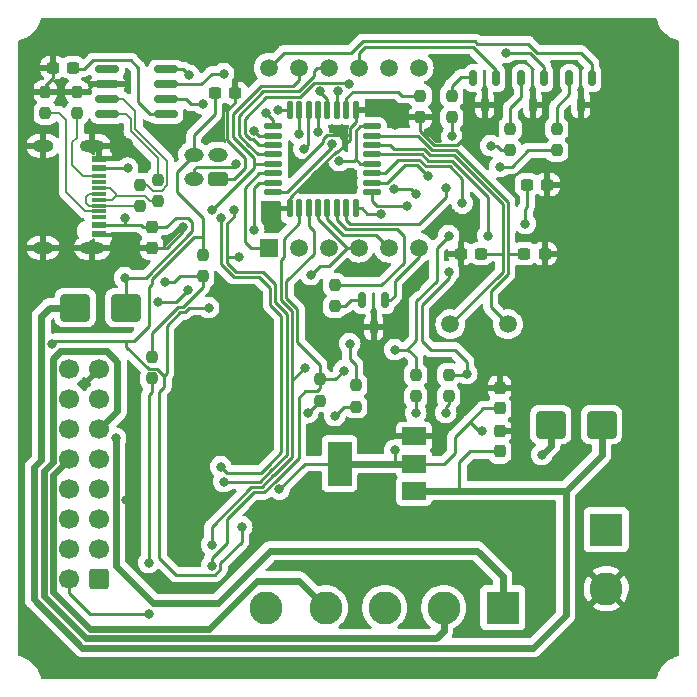
<source format=gbr>
%TF.GenerationSoftware,KiCad,Pcbnew,(6.0.0)*%
%TF.CreationDate,2023-05-26T23:18:24+03:00*%
%TF.ProjectId,uni_mcu_pcb,756e695f-6d63-4755-9f70-63622e6b6963,rev?*%
%TF.SameCoordinates,Original*%
%TF.FileFunction,Copper,L2,Bot*%
%TF.FilePolarity,Positive*%
%FSLAX46Y46*%
G04 Gerber Fmt 4.6, Leading zero omitted, Abs format (unit mm)*
G04 Created by KiCad (PCBNEW (6.0.0)) date 2023-05-26 23:18:24*
%MOMM*%
%LPD*%
G01*
G04 APERTURE LIST*
G04 Aperture macros list*
%AMRoundRect*
0 Rectangle with rounded corners*
0 $1 Rounding radius*
0 $2 $3 $4 $5 $6 $7 $8 $9 X,Y pos of 4 corners*
0 Add a 4 corners polygon primitive as box body*
4,1,4,$2,$3,$4,$5,$6,$7,$8,$9,$2,$3,0*
0 Add four circle primitives for the rounded corners*
1,1,$1+$1,$2,$3*
1,1,$1+$1,$4,$5*
1,1,$1+$1,$6,$7*
1,1,$1+$1,$8,$9*
0 Add four rect primitives between the rounded corners*
20,1,$1+$1,$2,$3,$4,$5,0*
20,1,$1+$1,$4,$5,$6,$7,0*
20,1,$1+$1,$6,$7,$8,$9,0*
20,1,$1+$1,$8,$9,$2,$3,0*%
G04 Aperture macros list end*
%TA.AperFunction,ComponentPad*%
%ADD10C,1.500000*%
%TD*%
%TA.AperFunction,ComponentPad*%
%ADD11R,1.500000X1.500000*%
%TD*%
%TA.AperFunction,ComponentPad*%
%ADD12R,2.800000X2.800000*%
%TD*%
%TA.AperFunction,ComponentPad*%
%ADD13C,2.800000*%
%TD*%
%TA.AperFunction,ComponentPad*%
%ADD14RoundRect,0.250000X0.600000X0.600000X-0.600000X0.600000X-0.600000X-0.600000X0.600000X-0.600000X0*%
%TD*%
%TA.AperFunction,ComponentPad*%
%ADD15C,1.700000*%
%TD*%
%TA.AperFunction,SMDPad,CuDef*%
%ADD16RoundRect,0.237500X-0.237500X0.250000X-0.237500X-0.250000X0.237500X-0.250000X0.237500X0.250000X0*%
%TD*%
%TA.AperFunction,SMDPad,CuDef*%
%ADD17RoundRect,0.237500X0.237500X-0.250000X0.237500X0.250000X-0.237500X0.250000X-0.237500X-0.250000X0*%
%TD*%
%TA.AperFunction,SMDPad,CuDef*%
%ADD18RoundRect,0.150000X-0.825000X-0.150000X0.825000X-0.150000X0.825000X0.150000X-0.825000X0.150000X0*%
%TD*%
%TA.AperFunction,SMDPad,CuDef*%
%ADD19RoundRect,0.150000X-0.150000X0.512500X-0.150000X-0.512500X0.150000X-0.512500X0.150000X0.512500X0*%
%TD*%
%TA.AperFunction,SMDPad,CuDef*%
%ADD20RoundRect,0.237500X-0.300000X-0.237500X0.300000X-0.237500X0.300000X0.237500X-0.300000X0.237500X0*%
%TD*%
%TA.AperFunction,SMDPad,CuDef*%
%ADD21RoundRect,0.125000X0.625000X0.125000X-0.625000X0.125000X-0.625000X-0.125000X0.625000X-0.125000X0*%
%TD*%
%TA.AperFunction,SMDPad,CuDef*%
%ADD22RoundRect,0.125000X0.125000X0.625000X-0.125000X0.625000X-0.125000X-0.625000X0.125000X-0.625000X0*%
%TD*%
%TA.AperFunction,SMDPad,CuDef*%
%ADD23RoundRect,0.237500X0.237500X-0.300000X0.237500X0.300000X-0.237500X0.300000X-0.237500X-0.300000X0*%
%TD*%
%TA.AperFunction,SMDPad,CuDef*%
%ADD24RoundRect,0.250000X1.000000X0.900000X-1.000000X0.900000X-1.000000X-0.900000X1.000000X-0.900000X0*%
%TD*%
%TA.AperFunction,SMDPad,CuDef*%
%ADD25RoundRect,0.250000X-1.000000X-0.900000X1.000000X-0.900000X1.000000X0.900000X-1.000000X0.900000X0*%
%TD*%
%TA.AperFunction,SMDPad,CuDef*%
%ADD26RoundRect,0.237500X-0.237500X0.300000X-0.237500X-0.300000X0.237500X-0.300000X0.237500X0.300000X0*%
%TD*%
%TA.AperFunction,SMDPad,CuDef*%
%ADD27R,2.000000X1.500000*%
%TD*%
%TA.AperFunction,SMDPad,CuDef*%
%ADD28R,2.000000X3.800000*%
%TD*%
%TA.AperFunction,ComponentPad*%
%ADD29RoundRect,0.250000X0.575000X-0.350000X0.575000X0.350000X-0.575000X0.350000X-0.575000X-0.350000X0*%
%TD*%
%TA.AperFunction,ComponentPad*%
%ADD30O,1.650000X1.200000*%
%TD*%
%TA.AperFunction,SMDPad,CuDef*%
%ADD31R,1.150000X0.600000*%
%TD*%
%TA.AperFunction,SMDPad,CuDef*%
%ADD32R,1.150000X0.300000*%
%TD*%
%TA.AperFunction,ComponentPad*%
%ADD33O,1.800000X1.000000*%
%TD*%
%TA.AperFunction,ComponentPad*%
%ADD34O,2.100000X1.000000*%
%TD*%
%TA.AperFunction,ViaPad*%
%ADD35C,0.800000*%
%TD*%
%TA.AperFunction,Conductor*%
%ADD36C,0.250000*%
%TD*%
%TA.AperFunction,Conductor*%
%ADD37C,0.200000*%
%TD*%
%TA.AperFunction,Conductor*%
%ADD38C,0.600000*%
%TD*%
G04 APERTURE END LIST*
D10*
%TO.P,Y1,1,1*%
%TO.N,Q2*%
X125095000Y-147955000D03*
%TO.P,Y1,2,2*%
%TO.N,Q1*%
X129975000Y-147955000D03*
%TD*%
D11*
%TO.P,U1,1,e*%
%TO.N,e_I2C1_SCL*%
X109728000Y-141478000D03*
D10*
%TO.P,U1,2,d*%
%TO.N,d*%
X112268000Y-141478000D03*
%TO.P,U1,3,DPX*%
%TO.N,swclk*%
X114808000Y-141478000D03*
%TO.P,U1,4,c*%
%TO.N,c*%
X117348000Y-141478000D03*
%TO.P,U1,5,g*%
%TO.N,g*%
X119888000Y-141478000D03*
%TO.P,U1,6,CC4*%
%TO.N,CA4*%
X122428000Y-141478000D03*
%TO.P,U1,7,b*%
%TO.N,b*%
X122428000Y-126238000D03*
%TO.P,U1,8,CC3*%
%TO.N,CA3*%
X119888000Y-126238000D03*
%TO.P,U1,9,CC2*%
%TO.N,CA2*%
X117348000Y-126238000D03*
%TO.P,U1,10,f*%
%TO.N,f*%
X114808000Y-126238000D03*
%TO.P,U1,11,a*%
%TO.N,a_I2C1_SDA*%
X112268000Y-126238000D03*
%TO.P,U1,12,CC1*%
%TO.N,CA1*%
X109728000Y-126238000D03*
%TD*%
D12*
%TO.P,J4,1,Pin_1*%
%TO.N,VCC*%
X129540000Y-171958000D03*
D13*
%TO.P,J4,2,Pin_2*%
%TO.N,OUT1*%
X124540000Y-171958000D03*
%TO.P,J4,3,Pin_3*%
%TO.N,OUT2*%
X119540000Y-171958000D03*
%TO.P,J4,4,Pin_4*%
%TO.N,OUT3*%
X114540000Y-171958000D03*
%TO.P,J4,5,Pin_5*%
%TO.N,OUT4*%
X109540000Y-171958000D03*
%TD*%
D14*
%TO.P,J3,1,Pin_1*%
%TO.N,Net-(J3-Pad1)*%
X95367500Y-169545000D03*
D15*
%TO.P,J3,2,Pin_2*%
%TO.N,Net-(J3-Pad2)*%
X92827500Y-169545000D03*
%TO.P,J3,3,Pin_3*%
%TO.N,Net-(J3-Pad3)*%
X95367500Y-167005000D03*
%TO.P,J3,4,Pin_4*%
%TO.N,Net-(J3-Pad4)*%
X92827500Y-167005000D03*
%TO.P,J3,5,Pin_5*%
%TO.N,Net-(J3-Pad5)*%
X95367500Y-164465000D03*
%TO.P,J3,6,Pin_6*%
%TO.N,Net-(J3-Pad6)*%
X92827500Y-164465000D03*
%TO.P,J3,7,Pin_7*%
%TO.N,Net-(J3-Pad7)*%
X95367500Y-161925000D03*
%TO.P,J3,8,Pin_8*%
%TO.N,OUT4*%
X92827500Y-161925000D03*
%TO.P,J3,9,Pin_9*%
%TO.N,Net-(J3-Pad9)*%
X95367500Y-159385000D03*
%TO.P,J3,10,Pin_10*%
%TO.N,OUT3*%
X92827500Y-159385000D03*
%TO.P,J3,11,Pin_11*%
%TO.N,OUT1*%
X95367500Y-156845000D03*
%TO.P,J3,12,Pin_12*%
%TO.N,OUT2*%
X92827500Y-156845000D03*
%TO.P,J3,13,Pin_13*%
%TO.N,VCC*%
X95367500Y-154305000D03*
%TO.P,J3,14,Pin_14*%
%TO.N,+3V3*%
X92827500Y-154305000D03*
%TO.P,J3,15,Pin_15*%
%TO.N,GND*%
X95367500Y-151765000D03*
%TO.P,J3,16,Pin_16*%
%TO.N,+5V*%
X92827500Y-151765000D03*
%TD*%
D12*
%TO.P,J2,1,Pin_1*%
%TO.N,VCC*%
X138303000Y-165354000D03*
D13*
%TO.P,J2,2,Pin_2*%
%TO.N,GND*%
X138303000Y-170354000D03*
%TD*%
D16*
%TO.P,R20,1*%
%TO.N,PB1_IO*%
X117094000Y-153115000D03*
%TO.P,R20,2*%
%TO.N,Net-(Q6-Pad2)*%
X117094000Y-154940000D03*
%TD*%
D17*
%TO.P,R2,1*%
%TO.N,CA3_CTRL*%
X130175000Y-133246500D03*
%TO.P,R2,2*%
%TO.N,Net-(Q2-Pad1)*%
X130175000Y-131421500D03*
%TD*%
D18*
%TO.P,U2,1,UD+*%
%TO.N,Net-(R9-Pad2)*%
X96077000Y-130175000D03*
%TO.P,U2,2,UD-*%
%TO.N,Net-(R11-Pad2)*%
X96077000Y-128905000D03*
%TO.P,U2,3,GND*%
%TO.N,GND*%
X96077000Y-127635000D03*
%TO.P,U2,4,~{RTS}*%
%TO.N,unconnected-(U2-Pad4)*%
X96077000Y-126365000D03*
%TO.P,U2,5,VCC*%
%TO.N,+5V*%
X101027000Y-126365000D03*
%TO.P,U2,6,TXD*%
%TO.N,USART1_RX*%
X101027000Y-127635000D03*
%TO.P,U2,7,RXD*%
%TO.N,USART1_TX*%
X101027000Y-128905000D03*
%TO.P,U2,8,V3*%
%TO.N,Net-(C2-Pad2)*%
X101027000Y-130175000D03*
%TD*%
D19*
%TO.P,Q3,1,B*%
%TO.N,Net-(Q3-Pad1)*%
X117668000Y-145928500D03*
%TO.P,Q3,2,C*%
%TO.N,CA4*%
X119568000Y-145928500D03*
%TO.P,Q3,3,E*%
%TO.N,GND*%
X118618000Y-148203500D03*
%TD*%
D20*
%TO.P,C7,1*%
%TO.N,Q1*%
X131371000Y-141986000D03*
%TO.P,C7,2*%
%TO.N,GND*%
X133096000Y-141986000D03*
%TD*%
D19*
%TO.P,Q4,1,B*%
%TO.N,Net-(Q4-Pad1)*%
X127066000Y-127132500D03*
%TO.P,Q4,2,C*%
%TO.N,CA2*%
X128966000Y-127132500D03*
%TO.P,Q4,3,E*%
%TO.N,GND*%
X128016000Y-129407500D03*
%TD*%
D16*
%TO.P,R3,1*%
%TO.N,CA4_CTRL*%
X115316000Y-144629500D03*
%TO.P,R3,2*%
%TO.N,Net-(Q3-Pad1)*%
X115316000Y-146454500D03*
%TD*%
D21*
%TO.P,U4,1,VDD*%
%TO.N,+3V3*%
X118475000Y-131185000D03*
%TO.P,U4,2,PF0*%
%TO.N,Q1*%
X118475000Y-131985000D03*
%TO.P,U4,3,PF1*%
%TO.N,Q2*%
X118475000Y-132785000D03*
%TO.P,U4,4,NRST*%
%TO.N,RESET*%
X118475000Y-133585000D03*
%TO.P,U4,5,VDDA*%
%TO.N,+3V3*%
X118475000Y-134385000D03*
%TO.P,U4,6,PA0*%
%TO.N,CA1_CTRL*%
X118475000Y-135185000D03*
%TO.P,U4,7,PA1*%
%TO.N,CA2_CTRL*%
X118475000Y-135985000D03*
%TO.P,U4,8,PA2*%
%TO.N,OUT2_CTRL*%
X118475000Y-136785000D03*
D22*
%TO.P,U4,9,PA3*%
%TO.N,OUT1_CTRL*%
X117100000Y-138160000D03*
%TO.P,U4,10,PA4*%
%TO.N,CA3_CTRL*%
X116300000Y-138160000D03*
%TO.P,U4,11,PA5*%
%TO.N,CA4_CTRL*%
X115500000Y-138160000D03*
%TO.P,U4,12,PA6*%
%TO.N,g*%
X114700000Y-138160000D03*
%TO.P,U4,13,PA7*%
%TO.N,c*%
X113900000Y-138160000D03*
%TO.P,U4,14,PB0*%
%TO.N,PB0_IO*%
X113100000Y-138160000D03*
%TO.P,U4,15,PB1*%
%TO.N,PB1_IO*%
X112300000Y-138160000D03*
%TO.P,U4,16,VSS*%
%TO.N,GND*%
X111500000Y-138160000D03*
D21*
%TO.P,U4,17,VDD*%
%TO.N,+3V3*%
X110125000Y-136785000D03*
%TO.P,U4,18,PA8*%
%TO.N,d*%
X110125000Y-135985000D03*
%TO.P,U4,19,PA9*%
%TO.N,e_I2C1_SCL*%
X110125000Y-135185000D03*
%TO.P,U4,20,PA10*%
%TO.N,a_I2C1_SDA*%
X110125000Y-134385000D03*
%TO.P,U4,21,PA11*%
%TO.N,f*%
X110125000Y-133585000D03*
%TO.P,U4,22,PA12*%
%TO.N,b*%
X110125000Y-132785000D03*
%TO.P,U4,23,PA13*%
%TO.N,dpx_swdio*%
X110125000Y-131985000D03*
%TO.P,U4,24,PA14*%
%TO.N,swclk*%
X110125000Y-131185000D03*
D22*
%TO.P,U4,25,PA15*%
%TO.N,SW1*%
X111500000Y-129810000D03*
%TO.P,U4,26,PB3*%
%TO.N,SPI1_SCK*%
X112300000Y-129810000D03*
%TO.P,U4,27,PB4*%
%TO.N,SPI1_MISO*%
X113100000Y-129810000D03*
%TO.P,U4,28,PB5*%
%TO.N,SPI1_MOSI*%
X113900000Y-129810000D03*
%TO.P,U4,29,PB6*%
%TO.N,USART1_TX*%
X114700000Y-129810000D03*
%TO.P,U4,30,PB7*%
%TO.N,USART1_RX*%
X115500000Y-129810000D03*
%TO.P,U4,31,BOOT0*%
%TO.N,BOOT0*%
X116300000Y-129810000D03*
%TO.P,U4,32,VSS*%
%TO.N,GND*%
X117100000Y-129810000D03*
%TD*%
D16*
%TO.P,R19,1*%
%TO.N,OUT1_CTRL*%
X124968000Y-152249500D03*
%TO.P,R19,2*%
%TO.N,Net-(Q5-Pad2)*%
X124968000Y-154074500D03*
%TD*%
D17*
%TO.P,R11,1*%
%TO.N,/USB_D-*%
X98806000Y-137969000D03*
%TO.P,R11,2*%
%TO.N,Net-(R11-Pad2)*%
X98806000Y-136144000D03*
%TD*%
%TO.P,R12,1*%
%TO.N,GND*%
X122555000Y-130452500D03*
%TO.P,R12,2*%
%TO.N,BOOT0*%
X122555000Y-128627500D03*
%TD*%
D16*
%TO.P,R18,1*%
%TO.N,PB0_IO*%
X114046000Y-152607000D03*
%TO.P,R18,2*%
%TO.N,Net-(Q6-Pad4)*%
X114046000Y-154432000D03*
%TD*%
D17*
%TO.P,R16,1*%
%TO.N,a_I2C1_SDA*%
X104140000Y-143914500D03*
%TO.P,R16,2*%
%TO.N,+3V3*%
X104140000Y-142089500D03*
%TD*%
%TO.P,R4,1*%
%TO.N,CA2_CTRL*%
X125222000Y-130452500D03*
%TO.P,R4,2*%
%TO.N,Net-(Q4-Pad1)*%
X125222000Y-128627500D03*
%TD*%
D23*
%TO.P,C9,1*%
%TO.N,Net-(C9-Pad1)*%
X129286000Y-158723500D03*
%TO.P,C9,2*%
%TO.N,GND*%
X129286000Y-156998500D03*
%TD*%
D24*
%TO.P,D2,1,A*%
%TO.N,+5V*%
X97654000Y-146558000D03*
%TO.P,D2,2,K*%
%TO.N,Net-(C9-Pad1)*%
X93354000Y-146558000D03*
%TD*%
D20*
%TO.P,C5,1*%
%TO.N,+3V3*%
X131598500Y-136144000D03*
%TO.P,C5,2*%
%TO.N,GND*%
X133323500Y-136144000D03*
%TD*%
D16*
%TO.P,R17,1*%
%TO.N,OUT2_CTRL*%
X122174000Y-152249500D03*
%TO.P,R17,2*%
%TO.N,Net-(Q5-Pad4)*%
X122174000Y-154074500D03*
%TD*%
D19*
%TO.P,Q1,1,B*%
%TO.N,Net-(Q1-Pad1)*%
X135194000Y-127132500D03*
%TO.P,Q1,2,C*%
%TO.N,CA1*%
X137094000Y-127132500D03*
%TO.P,Q1,3,E*%
%TO.N,GND*%
X136144000Y-129407500D03*
%TD*%
D25*
%TO.P,D3,1,A*%
%TO.N,VCC*%
X133604000Y-156464000D03*
%TO.P,D3,2,K*%
%TO.N,Net-(C9-Pad1)*%
X137904000Y-156464000D03*
%TD*%
D20*
%TO.P,C4,1*%
%TO.N,+3V3*%
X105156000Y-128397000D03*
%TO.P,C4,2*%
%TO.N,GND*%
X106881000Y-128397000D03*
%TD*%
D17*
%TO.P,R1,1*%
%TO.N,CA1_CTRL*%
X134112000Y-133246500D03*
%TO.P,R1,2*%
%TO.N,Net-(Q1-Pad1)*%
X134112000Y-131421500D03*
%TD*%
D16*
%TO.P,R27,1*%
%TO.N,a_I2C1_SDA*%
X99822000Y-150725500D03*
%TO.P,R27,2*%
%TO.N,Net-(J3-Pad4)*%
X99822000Y-152550500D03*
%TD*%
D17*
%TO.P,R5,1*%
%TO.N,/CC1*%
X90805000Y-130095000D03*
%TO.P,R5,2*%
%TO.N,GND*%
X90805000Y-128270000D03*
%TD*%
D26*
%TO.P,C1,1*%
%TO.N,+5V*%
X99822000Y-139753000D03*
%TO.P,C1,2*%
%TO.N,GND*%
X99822000Y-141478000D03*
%TD*%
D27*
%TO.P,U5,1,GND*%
%TO.N,GND*%
X122022000Y-157466000D03*
%TO.P,U5,2,VO*%
%TO.N,+3V3*%
X122022000Y-159766000D03*
D28*
X115722000Y-159766000D03*
D27*
%TO.P,U5,3,VI*%
%TO.N,Net-(C9-Pad1)*%
X122022000Y-162066000D03*
%TD*%
D20*
%TO.P,C6,1*%
%TO.N,GND*%
X125984000Y-141986000D03*
%TO.P,C6,2*%
%TO.N,Q2*%
X127709000Y-141986000D03*
%TD*%
D29*
%TO.P,J5,1,Pin_1*%
%TO.N,GND*%
X105394000Y-135636000D03*
D30*
%TO.P,J5,2,Pin_2*%
%TO.N,dpx_swdio*%
X103394000Y-135636000D03*
%TO.P,J5,3,Pin_3*%
%TO.N,swclk*%
X105394000Y-133636000D03*
%TO.P,J5,4,Pin_4*%
%TO.N,+3V3*%
X103394000Y-133636000D03*
%TD*%
D20*
%TO.P,C2,1*%
%TO.N,GND*%
X91440000Y-126238000D03*
%TO.P,C2,2*%
%TO.N,Net-(C2-Pad2)*%
X93165000Y-126238000D03*
%TD*%
D17*
%TO.P,R9,1*%
%TO.N,/USB_D+*%
X100330000Y-137564500D03*
%TO.P,R9,2*%
%TO.N,Net-(R9-Pad2)*%
X100330000Y-135739500D03*
%TD*%
D31*
%TO.P,J1,A1,GND*%
%TO.N,GND*%
X95374000Y-140360000D03*
%TO.P,J1,A4,VBUS*%
%TO.N,+5V*%
X95374000Y-139560000D03*
D32*
%TO.P,J1,A5,CC1*%
%TO.N,/CC1*%
X95374000Y-138410000D03*
%TO.P,J1,A6,D+*%
%TO.N,/USB_D+*%
X95374000Y-137410000D03*
%TO.P,J1,A7,D-*%
%TO.N,/USB_D-*%
X95374000Y-136910000D03*
%TO.P,J1,A8,SBU1*%
%TO.N,unconnected-(J1-PadA8)*%
X95374000Y-135910000D03*
D31*
%TO.P,J1,A9,VBUS*%
%TO.N,+5V*%
X95374000Y-134760000D03*
%TO.P,J1,A12,GND*%
%TO.N,GND*%
X95374000Y-133960000D03*
%TO.P,J1,B1,GND*%
X95374000Y-133960000D03*
%TO.P,J1,B4,VBUS*%
%TO.N,+5V*%
X95374000Y-134760000D03*
D32*
%TO.P,J1,B5,CC2*%
%TO.N,/CC2*%
X95374000Y-135410000D03*
%TO.P,J1,B6,D+*%
%TO.N,/USB_D+*%
X95374000Y-136410000D03*
%TO.P,J1,B7,D-*%
%TO.N,/USB_D-*%
X95374000Y-137910000D03*
%TO.P,J1,B8,SBU2*%
%TO.N,unconnected-(J1-PadB8)*%
X95374000Y-138910000D03*
D31*
%TO.P,J1,B9,VBUS*%
%TO.N,+5V*%
X95374000Y-139560000D03*
%TO.P,J1,B12,GND*%
%TO.N,GND*%
X95374000Y-140360000D03*
D33*
%TO.P,J1,S1,SHIELD*%
X90619000Y-141480000D03*
D34*
X94799000Y-141480000D03*
X94799000Y-132840000D03*
D33*
X90619000Y-132840000D03*
%TD*%
D19*
%TO.P,Q2,1,B*%
%TO.N,Net-(Q2-Pad1)*%
X131130000Y-127132500D03*
%TO.P,Q2,2,C*%
%TO.N,CA3*%
X133030000Y-127132500D03*
%TO.P,Q2,3,E*%
%TO.N,GND*%
X132080000Y-129407500D03*
%TD*%
D23*
%TO.P,C10,1*%
%TO.N,+3V3*%
X129286000Y-155067000D03*
%TO.P,C10,2*%
%TO.N,GND*%
X129286000Y-153342000D03*
%TD*%
D17*
%TO.P,R6,1*%
%TO.N,/CC2*%
X93472000Y-130095000D03*
%TO.P,R6,2*%
%TO.N,GND*%
X93472000Y-128270000D03*
%TD*%
D35*
%TO.N,GND*%
X109474000Y-158623000D03*
X102489000Y-139700000D03*
X100330000Y-131826000D03*
X113792000Y-164846000D03*
X141732000Y-131826000D03*
X97673500Y-162814000D03*
X130937000Y-159893000D03*
X120777000Y-155067000D03*
X99568000Y-123444000D03*
X109474000Y-148336000D03*
X132080000Y-131699000D03*
X124714000Y-126238000D03*
X115443000Y-135890000D03*
X133350000Y-177038000D03*
X109728000Y-139446000D03*
X101600000Y-162306000D03*
X141224000Y-127762000D03*
X134620000Y-150876000D03*
X127762000Y-153416000D03*
X108204000Y-156210000D03*
X118110000Y-164338000D03*
X126365000Y-173736000D03*
X126656000Y-131789000D03*
X129794000Y-166878000D03*
X125603000Y-144907000D03*
X97790000Y-132588000D03*
X140716000Y-161036000D03*
X115570000Y-148209000D03*
X120396000Y-131064000D03*
X111946200Y-134171200D03*
X110744000Y-163576000D03*
X122174000Y-144780000D03*
X117348000Y-169164000D03*
X140462000Y-150368000D03*
X118110000Y-143510000D03*
%TO.N,Net-(Q5-Pad2)*%
X124714000Y-155448000D03*
%TO.N,Net-(Q5-Pad4)*%
X122174000Y-155448000D03*
%TO.N,Net-(Q6-Pad2)*%
X115316000Y-155702000D03*
%TO.N,Net-(Q6-Pad4)*%
X113030000Y-155448000D03*
%TO.N,c*%
X113284000Y-143764000D03*
%TO.N,b*%
X116515994Y-127621987D03*
%TO.N,CA3*%
X129794000Y-124968000D03*
%TO.N,+5V*%
X97536000Y-144018000D03*
X102997000Y-126873000D03*
X97790000Y-134747000D03*
X97536000Y-138938000D03*
%TO.N,USART1_RX*%
X115570000Y-128232500D03*
X105918000Y-126746000D03*
%TO.N,USART1_TX*%
X104140000Y-129286000D03*
X114058301Y-128257699D03*
%TO.N,+3V3*%
X110617000Y-161925000D03*
X104648000Y-146558000D03*
X131445000Y-139446000D03*
X120396000Y-158623000D03*
X115062000Y-132715000D03*
X107442000Y-165100000D03*
X91374582Y-149668625D03*
X115697000Y-134112000D03*
X127762000Y-156972000D03*
X122174000Y-136906000D03*
X120326259Y-136507623D03*
%TO.N,RESET*%
X128270000Y-140462000D03*
%TO.N,CA1_CTRL*%
X129286000Y-134620000D03*
X126111000Y-137705500D03*
%TO.N,CA2_CTRL*%
X125222000Y-132038940D03*
X123190000Y-135382000D03*
%TO.N,CA3_CTRL*%
X128524000Y-132842000D03*
X124714000Y-136398000D03*
%TO.N,PB0_IO*%
X104902000Y-168402000D03*
X116078000Y-151892000D03*
%TO.N,PB1_IO*%
X112776000Y-151638000D03*
X104902000Y-166624000D03*
X116586000Y-149606000D03*
%TO.N,SW1*%
X110490000Y-129794000D03*
%TO.N,OUT1_CTRL*%
X124968000Y-143510000D03*
X126492000Y-152146000D03*
X119253000Y-138646500D03*
%TO.N,OUT2_CTRL*%
X121412000Y-137922000D03*
X120396000Y-150114000D03*
X124968000Y-140462000D03*
%TO.N,dpx_swdio*%
X108458000Y-131572000D03*
X106934000Y-134366000D03*
X100330000Y-146050000D03*
X102870000Y-145034000D03*
%TO.N,swclk*%
X109474000Y-130048000D03*
%TO.N,SPI1_SCK*%
X105913701Y-161285701D03*
X107188000Y-142240000D03*
X112268000Y-131826000D03*
X106811299Y-138307299D03*
%TO.N,SPI1_MISO*%
X105664000Y-138938000D03*
X112686500Y-133096000D03*
X105664000Y-160020000D03*
%TO.N,SPI1_MOSI*%
X113919000Y-131652576D03*
%TO.N,VCC*%
X96774000Y-157607000D03*
X132842000Y-159004000D03*
%TO.N,Net-(J3-Pad2)*%
X99568000Y-172466000D03*
%TO.N,Net-(J3-Pad4)*%
X99568000Y-168148000D03*
%TO.N,d*%
X108458000Y-139954000D03*
%TO.N,a_I2C1_SDA*%
X100965000Y-144399000D03*
X104896161Y-138298134D03*
%TD*%
D36*
%TO.N,GND*%
X121562500Y-130452500D02*
X122555000Y-130452500D01*
X108204000Y-156210000D02*
X109474000Y-157480000D01*
X106230000Y-129863000D02*
X106230000Y-132392000D01*
X119507000Y-155067000D02*
X119507000Y-156464000D01*
X111500000Y-137283695D02*
X113596848Y-135186848D01*
X129286000Y-156998500D02*
X130275500Y-156998500D01*
X135318500Y-136715500D02*
X133096000Y-138938000D01*
X122555000Y-130452500D02*
X122555000Y-131561232D01*
X118618000Y-148203500D02*
X118618000Y-150495000D01*
X106807000Y-135636000D02*
X105394000Y-135636000D01*
X96899000Y-132840000D02*
X95053000Y-132840000D01*
X106230000Y-132392000D02*
X107696000Y-133858000D01*
X115443000Y-135890000D02*
X114300000Y-135890000D01*
X102489000Y-140081000D02*
X102489000Y-139700000D01*
X116586000Y-131318000D02*
X117100000Y-130804000D01*
X135763000Y-132715000D02*
X135763000Y-136271000D01*
X112716800Y-134171200D02*
X114337000Y-132551000D01*
X106881000Y-128397000D02*
X106881000Y-129212000D01*
X99822000Y-141478000D02*
X101092000Y-141478000D01*
X97282000Y-133604000D02*
X97282000Y-133223000D01*
X114681000Y-131953000D02*
X116586000Y-131953000D01*
X98044000Y-141478000D02*
X96926000Y-140360000D01*
X131572000Y-157480000D02*
X131572000Y-159258000D01*
X115396695Y-133387000D02*
X115533000Y-133387000D01*
X119507000Y-151384000D02*
X119507000Y-155067000D01*
X134747000Y-136144000D02*
X135318500Y-136715500D01*
X132080000Y-129407500D02*
X132080000Y-131699000D01*
X107696000Y-134747000D02*
X106807000Y-135636000D01*
X122555000Y-131561232D02*
X123757208Y-132763440D01*
X97282000Y-133223000D02*
X96899000Y-132840000D01*
X91440000Y-127127000D02*
X90805000Y-127762000D01*
X128016000Y-131064000D02*
X128016000Y-129407500D01*
X99822000Y-141478000D02*
X98044000Y-141478000D01*
X130275500Y-156998500D02*
X130683000Y-156591000D01*
X130683000Y-156591000D02*
X131572000Y-157480000D01*
X96926000Y-140360000D02*
X95374000Y-140360000D01*
X96926000Y-133960000D02*
X95374000Y-133960000D01*
X111500000Y-138160000D02*
X111500000Y-137283695D01*
X119507000Y-156464000D02*
X120509000Y-157466000D01*
X135763000Y-136271000D02*
X135318500Y-136715500D01*
X120920000Y-129810000D02*
X121562500Y-130452500D01*
X126656000Y-131789000D02*
X127291000Y-131789000D01*
X94869000Y-127635000D02*
X94234000Y-128270000D01*
X114337000Y-132297000D02*
X114681000Y-131953000D01*
X96926000Y-133960000D02*
X97282000Y-133604000D01*
X116586000Y-132334000D02*
X116586000Y-131953000D01*
X133096000Y-141986000D02*
X133096000Y-138938000D01*
X96077000Y-127635000D02*
X94869000Y-127635000D01*
X127291000Y-131789000D02*
X128016000Y-131064000D01*
X130355000Y-153342000D02*
X129286000Y-153342000D01*
X136144000Y-129407500D02*
X136144000Y-132334000D01*
X109474000Y-157480000D02*
X109474000Y-158623000D01*
X130683000Y-156591000D02*
X130683000Y-153670000D01*
X119507000Y-155067000D02*
X120523000Y-155067000D01*
X133323500Y-136144000D02*
X134747000Y-136144000D01*
X117100000Y-130804000D02*
X117100000Y-129810000D01*
X111946200Y-134171200D02*
X112716800Y-134171200D01*
D37*
X93472000Y-128270000D02*
X90805000Y-128270000D01*
D36*
X107696000Y-133858000D02*
X107696000Y-134747000D01*
X136144000Y-132334000D02*
X135763000Y-132715000D01*
X131572000Y-159258000D02*
X130937000Y-159893000D01*
X114337000Y-132551000D02*
X114337000Y-132297000D01*
X120523000Y-155067000D02*
X120777000Y-155067000D01*
X90805000Y-127762000D02*
X90805000Y-128270000D01*
X101092000Y-141478000D02*
X102489000Y-140081000D01*
X113596848Y-135186848D02*
X115396695Y-133387000D01*
X91440000Y-126238000D02*
X91440000Y-127127000D01*
X114300000Y-135890000D02*
X113596848Y-135186848D01*
X117100000Y-129810000D02*
X120920000Y-129810000D01*
X115533000Y-133387000D02*
X116586000Y-132334000D01*
X123757208Y-132763440D02*
X125681560Y-132763440D01*
X106881000Y-129212000D02*
X106230000Y-129863000D01*
X120509000Y-157466000D02*
X122022000Y-157466000D01*
X130683000Y-153670000D02*
X130355000Y-153342000D01*
X116586000Y-131953000D02*
X116586000Y-131318000D01*
X118618000Y-150495000D02*
X119507000Y-151384000D01*
X132080000Y-131699000D02*
X132080000Y-131953000D01*
X94234000Y-128270000D02*
X93472000Y-128270000D01*
X125681560Y-132763440D02*
X126656000Y-131789000D01*
%TO.N,Net-(Q5-Pad2)*%
X124968000Y-154686000D02*
X124968000Y-154074500D01*
X124714000Y-154940000D02*
X124968000Y-154686000D01*
X124714000Y-155448000D02*
X124714000Y-154940000D01*
%TO.N,Net-(Q5-Pad4)*%
X122174000Y-155448000D02*
X122174000Y-154074500D01*
D38*
%TO.N,OUT1*%
X92075000Y-150241000D02*
X91440000Y-150876000D01*
X124540000Y-173910000D02*
X124540000Y-171958000D01*
X96901000Y-151130000D02*
X96012000Y-150241000D01*
X123914000Y-174536000D02*
X124540000Y-173910000D01*
X91440000Y-150876000D02*
X91440000Y-159641130D01*
X90677500Y-170929870D02*
X94283629Y-174536000D01*
X94283629Y-174536000D02*
X123914000Y-174536000D01*
X95367500Y-156845000D02*
X96901000Y-155311500D01*
X96012000Y-150241000D02*
X92075000Y-150241000D01*
X96901000Y-155311500D02*
X96901000Y-151130000D01*
X91440000Y-159641130D02*
X90677500Y-160403630D01*
X90677500Y-160403630D02*
X90677500Y-170929870D01*
D36*
%TO.N,Net-(Q6-Pad2)*%
X115316000Y-155702000D02*
X116078000Y-154940000D01*
X116078000Y-154940000D02*
X117094000Y-154940000D01*
%TO.N,Net-(Q6-Pad4)*%
X113030000Y-155448000D02*
X114046000Y-154432000D01*
D38*
%TO.N,OUT3*%
X108712000Y-169672000D02*
X112254000Y-169672000D01*
X91477500Y-170598500D02*
X91477500Y-160735000D01*
X112254000Y-169672000D02*
X114540000Y-171958000D01*
X104648000Y-173736000D02*
X108712000Y-169672000D01*
X91477500Y-160735000D02*
X92827500Y-159385000D01*
X94615000Y-173736000D02*
X91477500Y-170598500D01*
X94615000Y-173736000D02*
X104648000Y-173736000D01*
D36*
%TO.N,c*%
X116078000Y-141224000D02*
X116332000Y-141478000D01*
X116332000Y-141478000D02*
X117348000Y-141478000D01*
X114054598Y-142993402D02*
X114816598Y-142993402D01*
X113900000Y-139050411D02*
X116073589Y-141224000D01*
X113900000Y-138160000D02*
X113900000Y-139050411D01*
X113284000Y-143764000D02*
X114054598Y-142993402D01*
X114816598Y-142993402D02*
X116332000Y-141478000D01*
X116073589Y-141224000D02*
X116078000Y-141224000D01*
%TO.N,g*%
X118813489Y-140403489D02*
X119888000Y-141478000D01*
X114700000Y-139084000D02*
X116019489Y-140403489D01*
X114700000Y-138160000D02*
X114700000Y-139084000D01*
X116019489Y-140403489D02*
X118813489Y-140403489D01*
%TO.N,CA4*%
X120396000Y-145542000D02*
X120396000Y-144272000D01*
X120009500Y-145928500D02*
X120396000Y-145542000D01*
X119568000Y-145928500D02*
X120009500Y-145928500D01*
X122428000Y-142240000D02*
X122428000Y-141478000D01*
X120396000Y-144272000D02*
X122428000Y-142240000D01*
%TO.N,b*%
X108421000Y-132297000D02*
X108909000Y-132785000D01*
X108157695Y-132297000D02*
X108421000Y-132297000D01*
X112389980Y-128719520D02*
X109532480Y-128719520D01*
X116515994Y-127621987D02*
X116402007Y-127508000D01*
X108909000Y-132785000D02*
X110125000Y-132785000D01*
X113601500Y-127508000D02*
X112389980Y-128719520D01*
X116402007Y-127508000D02*
X113601500Y-127508000D01*
X109532480Y-128719520D02*
X107696000Y-130556000D01*
X107696000Y-131835305D02*
X108157695Y-132297000D01*
X107696000Y-130556000D02*
X107696000Y-131835305D01*
%TO.N,CA3*%
X131826000Y-124968000D02*
X133030000Y-126172000D01*
X133030000Y-126172000D02*
X133030000Y-127132500D01*
X129794000Y-124968000D02*
X131826000Y-124968000D01*
%TO.N,CA2*%
X127000000Y-124460000D02*
X117856000Y-124460000D01*
X117856000Y-124460000D02*
X117348000Y-124968000D01*
X128966000Y-127132500D02*
X128966000Y-126426000D01*
X128966000Y-126426000D02*
X127000000Y-124460000D01*
X117348000Y-124968000D02*
X117348000Y-126238000D01*
%TO.N,f*%
X108820000Y-133585000D02*
X107982000Y-132747000D01*
X107982000Y-132747000D02*
X107971299Y-132747000D01*
X113538000Y-126492000D02*
X113792000Y-126238000D01*
X112262262Y-128211520D02*
X113538000Y-126935782D01*
X107188000Y-130302000D02*
X109278480Y-128211520D01*
X107971299Y-132747000D02*
X107188000Y-131963701D01*
X110125000Y-133585000D02*
X108820000Y-133585000D01*
X113792000Y-126238000D02*
X114808000Y-126238000D01*
X109278480Y-128211520D02*
X112262262Y-128211520D01*
X107188000Y-131963701D02*
X107188000Y-130302000D01*
X113538000Y-126935782D02*
X113538000Y-126492000D01*
%TO.N,CA1*%
X127381718Y-124206000D02*
X127186197Y-124010480D01*
X137094000Y-127132500D02*
X137094000Y-125918000D01*
X136144000Y-124968000D02*
X132461718Y-124968000D01*
X117669803Y-124010480D02*
X116712282Y-124968000D01*
X137094000Y-125918000D02*
X136144000Y-124968000D01*
X110998000Y-124968000D02*
X109728000Y-126238000D01*
X131699718Y-124206000D02*
X127381718Y-124206000D01*
X127186197Y-124010480D02*
X117669803Y-124010480D01*
X116712282Y-124968000D02*
X110998000Y-124968000D01*
X132461718Y-124968000D02*
X131699718Y-124206000D01*
D37*
%TO.N,Net-(R9-Pad2)*%
X100330000Y-135739500D02*
X100330000Y-133915686D01*
X100330000Y-133915686D02*
X98044000Y-131629686D01*
X98044000Y-130556000D02*
X97663000Y-130175000D01*
X97663000Y-130175000D02*
X96077000Y-130175000D01*
X98044000Y-131629686D02*
X98044000Y-130556000D01*
%TO.N,Net-(R11-Pad2)*%
X98443520Y-129939520D02*
X97409000Y-128905000D01*
X99442520Y-136144000D02*
X99950520Y-136652000D01*
X98443520Y-131463520D02*
X98443520Y-129939520D01*
X97409000Y-128905000D02*
X96077000Y-128905000D01*
X99950520Y-136652000D02*
X100664460Y-136652000D01*
X101104520Y-136211940D02*
X101104520Y-134124520D01*
X100664460Y-136652000D02*
X101104520Y-136211940D01*
X98806000Y-136144000D02*
X99442520Y-136144000D01*
X101104520Y-134124520D02*
X98443520Y-131463520D01*
D36*
%TO.N,+5V*%
X101027000Y-126365000D02*
X102489000Y-126365000D01*
X97523000Y-138951000D02*
X97536000Y-138938000D01*
X99113000Y-139753000D02*
X99822000Y-139753000D01*
X98920000Y-139560000D02*
X99113000Y-139753000D01*
X103251000Y-139319000D02*
X102870000Y-138938000D01*
X97523000Y-139560000D02*
X95374000Y-139560000D01*
X102489000Y-126365000D02*
X102997000Y-126873000D01*
X97790000Y-134747000D02*
X95387000Y-134747000D01*
X97654000Y-144136000D02*
X97654000Y-146558000D01*
X97536000Y-144018000D02*
X99314000Y-144018000D01*
X99314000Y-144018000D02*
X103251000Y-140081000D01*
X97536000Y-144018000D02*
X97654000Y-144136000D01*
X101039000Y-139753000D02*
X99822000Y-139753000D01*
X97523000Y-139560000D02*
X97523000Y-138951000D01*
X103251000Y-140081000D02*
X103251000Y-139319000D01*
X102870000Y-138938000D02*
X101854000Y-138938000D01*
X101854000Y-138938000D02*
X101039000Y-139753000D01*
X97523000Y-139560000D02*
X98920000Y-139560000D01*
%TO.N,USART1_RX*%
X115570000Y-128232500D02*
X115500000Y-128302500D01*
X115500000Y-128302500D02*
X115500000Y-129810000D01*
X104013000Y-127635000D02*
X101027000Y-127635000D01*
X105918000Y-126746000D02*
X104902000Y-126746000D01*
X104902000Y-126746000D02*
X104013000Y-127635000D01*
%TO.N,USART1_TX*%
X104140000Y-129286000D02*
X103124000Y-129286000D01*
X114700000Y-128924000D02*
X114700000Y-129810000D01*
X114058301Y-128282301D02*
X114700000Y-128924000D01*
X102743000Y-128905000D02*
X101027000Y-128905000D01*
X114058301Y-128257699D02*
X114058301Y-128282301D01*
X103124000Y-129286000D02*
X102743000Y-128905000D01*
%TO.N,Net-(C2-Pad2)*%
X101027000Y-130175000D02*
X99695000Y-130175000D01*
X98679000Y-126238000D02*
X98044000Y-125603000D01*
X94107000Y-126365000D02*
X93292000Y-126365000D01*
X99695000Y-130175000D02*
X98679000Y-129159000D01*
X98679000Y-129159000D02*
X98679000Y-126238000D01*
X93292000Y-126365000D02*
X93165000Y-126238000D01*
X94869000Y-125603000D02*
X94107000Y-126365000D01*
X98044000Y-125603000D02*
X94869000Y-125603000D01*
%TO.N,+3V3*%
X125476000Y-158877000D02*
X124587000Y-159766000D01*
X99568000Y-144780000D02*
X99568000Y-148082000D01*
X126746000Y-156210000D02*
X125476000Y-157480000D01*
X103378718Y-140589000D02*
X99822000Y-144145718D01*
X125476000Y-157480000D02*
X125476000Y-158877000D01*
X101854000Y-169164000D02*
X100457000Y-167767000D01*
X100875520Y-153162000D02*
X100875520Y-152321704D01*
X99822000Y-144526000D02*
X99568000Y-144780000D01*
X98298000Y-149352000D02*
X97663000Y-149352000D01*
X122174000Y-136906000D02*
X121775623Y-136507623D01*
X105156000Y-130175000D02*
X105156000Y-128397000D01*
X104140000Y-140589000D02*
X104140000Y-138938000D01*
X100292296Y-151738480D02*
X99552664Y-151738480D01*
X127508000Y-156972000D02*
X126746000Y-156210000D01*
X117494000Y-134385000D02*
X118475000Y-134385000D01*
X129286000Y-155067000D02*
X127889000Y-155067000D01*
X120396000Y-158623000D02*
X120396000Y-159766000D01*
X105164614Y-169164000D02*
X101854000Y-169164000D01*
X104140000Y-140589000D02*
X103378718Y-140589000D01*
X117094000Y-131572000D02*
X117094000Y-133985000D01*
X111244604Y-136785000D02*
X110125000Y-136785000D01*
X104648000Y-146558000D02*
X103006332Y-146558000D01*
X100457000Y-153670718D02*
X100875520Y-153252198D01*
X99568000Y-148082000D02*
X98298000Y-149352000D01*
X91691207Y-149352000D02*
X97663000Y-149352000D01*
X101092000Y-148082000D02*
X101092000Y-152105224D01*
X124587000Y-159766000D02*
X122022000Y-159766000D01*
X99552664Y-151738480D02*
X97663000Y-149848816D01*
X101981000Y-136779000D02*
X101981000Y-135049000D01*
X91374582Y-149668625D02*
X91691207Y-149352000D01*
X101092000Y-152105224D02*
X100875520Y-152321704D01*
X131598500Y-138022500D02*
X131445000Y-138176000D01*
X107442000Y-166370000D02*
X105626511Y-168185489D01*
X117094000Y-133985000D02*
X116967000Y-134112000D01*
X102224960Y-146949040D02*
X101092000Y-148082000D01*
D38*
X122022000Y-159766000D02*
X120396000Y-159766000D01*
D36*
X117094000Y-133985000D02*
X117494000Y-134385000D01*
X100875520Y-152321704D02*
X100292296Y-151738480D01*
X116967000Y-134112000D02*
X115697000Y-134112000D01*
X127889000Y-155067000D02*
X126746000Y-156210000D01*
X99822000Y-144145718D02*
X99822000Y-144526000D01*
X104140000Y-142089500D02*
X104140000Y-140589000D01*
X105626511Y-168702103D02*
X105164614Y-169164000D01*
D38*
X120396000Y-159766000D02*
X115722000Y-159766000D01*
D36*
X100457000Y-167767000D02*
X100457000Y-153670718D01*
X103006332Y-146558000D02*
X102615291Y-146949040D01*
X121775623Y-136507623D02*
X120326259Y-136507623D01*
X115062000Y-132967604D02*
X111244604Y-136785000D01*
X118475000Y-131185000D02*
X117481000Y-131185000D01*
X112776000Y-159766000D02*
X115722000Y-159766000D01*
X115062000Y-132715000D02*
X115062000Y-132967604D01*
X131598500Y-136144000D02*
X131598500Y-138022500D01*
X131445000Y-138176000D02*
X131445000Y-139446000D01*
X105626511Y-168185489D02*
X105626511Y-168702103D01*
X107442000Y-165100000D02*
X107442000Y-166370000D01*
X103394000Y-131937000D02*
X105156000Y-130175000D01*
X104140000Y-138938000D02*
X101981000Y-136779000D01*
X117481000Y-131185000D02*
X117094000Y-131572000D01*
X103394000Y-133636000D02*
X103394000Y-131937000D01*
X97663000Y-149848816D02*
X97663000Y-149352000D01*
X101981000Y-135049000D02*
X103394000Y-133636000D01*
X127762000Y-156972000D02*
X127508000Y-156972000D01*
X102615291Y-146949040D02*
X102224960Y-146949040D01*
X110617000Y-161925000D02*
X112776000Y-159766000D01*
D38*
%TO.N,Net-(C9-Pad1)*%
X93952258Y-175336000D02*
X89877980Y-171261722D01*
X90475071Y-159475367D02*
X90475071Y-147268929D01*
X132131000Y-175336000D02*
X93952258Y-175336000D01*
D36*
X129286000Y-158723500D02*
X126772500Y-158723500D01*
D38*
X91186000Y-146558000D02*
X93354000Y-146558000D01*
D36*
X125843000Y-159653000D02*
X125843000Y-162066000D01*
D38*
X90475071Y-147268929D02*
X91186000Y-146558000D01*
X134860000Y-162066000D02*
X125843000Y-162066000D01*
X89877980Y-171261722D02*
X89877980Y-160072458D01*
D36*
X126772500Y-158723500D02*
X125843000Y-159653000D01*
D38*
X137904000Y-159022000D02*
X134860000Y-162066000D01*
X125843000Y-162066000D02*
X122022000Y-162066000D01*
X137904000Y-156464000D02*
X137904000Y-159022000D01*
X134860000Y-162066000D02*
X134860000Y-172607000D01*
X89877980Y-160072458D02*
X90475071Y-159475367D01*
X134860000Y-172607000D02*
X132131000Y-175336000D01*
D36*
%TO.N,RESET*%
X125222000Y-134112000D02*
X128270000Y-137160000D01*
X128270000Y-137160000D02*
X128270000Y-140462000D01*
X122671614Y-133585000D02*
X123198614Y-134112000D01*
X118475000Y-133585000D02*
X122671614Y-133585000D01*
X123198614Y-134112000D02*
X125222000Y-134112000D01*
%TO.N,CA1_CTRL*%
X126111000Y-137705500D02*
X126111000Y-135636718D01*
X123012417Y-134561520D02*
X122485417Y-134034520D01*
X134112000Y-133246500D02*
X131675500Y-133246500D01*
X122485417Y-134034520D02*
X120715876Y-134034520D01*
X125035802Y-134561520D02*
X123012417Y-134561520D01*
X126111000Y-135636718D02*
X125035802Y-134561520D01*
X119565396Y-135185000D02*
X118475000Y-135185000D01*
X130302000Y-134620000D02*
X129286000Y-134620000D01*
X120715876Y-134034520D02*
X119565396Y-135185000D01*
X131675500Y-133246500D02*
X130302000Y-134620000D01*
%TO.N,CA2_CTRL*%
X119729000Y-135985000D02*
X118475000Y-135985000D01*
X121229960Y-134484040D02*
X119729000Y-135985000D01*
X122826219Y-135011040D02*
X122299219Y-134484040D01*
X125222000Y-132038940D02*
X125222000Y-130452500D01*
X122826219Y-135018219D02*
X122826219Y-135011040D01*
X123190000Y-135382000D02*
X122826219Y-135018219D01*
X122299219Y-134484040D02*
X121229960Y-134484040D01*
%TO.N,CA3_CTRL*%
X130175000Y-133246500D02*
X129436500Y-133246500D01*
X116586000Y-139446000D02*
X116300000Y-139160000D01*
X124714000Y-136398000D02*
X124714000Y-137160000D01*
X129436500Y-133246500D02*
X129032000Y-132842000D01*
X129032000Y-132842000D02*
X128524000Y-132842000D01*
X122428000Y-139446000D02*
X116586000Y-139446000D01*
X116300000Y-139160000D02*
X116300000Y-138160000D01*
X124714000Y-137160000D02*
X122428000Y-139446000D01*
%TO.N,CA4_CTRL*%
X121158000Y-140462000D02*
X120591520Y-139895520D01*
X120591520Y-139895520D02*
X116273520Y-139895520D01*
X115500000Y-139122000D02*
X115500000Y-138160000D01*
X119276500Y-144629500D02*
X121158000Y-142748000D01*
X121158000Y-142748000D02*
X121158000Y-140462000D01*
X116273520Y-139895520D02*
X115500000Y-139122000D01*
X115316000Y-144629500D02*
X119276500Y-144629500D01*
%TO.N,PB0_IO*%
X110316695Y-161200000D02*
X110326000Y-161200000D01*
X109330994Y-162185701D02*
X110316695Y-161200000D01*
X112151040Y-146693606D02*
X111193520Y-145736086D01*
X113538000Y-141986000D02*
X113538000Y-140068000D01*
X112268000Y-154178000D02*
X112826020Y-153619980D01*
X113100000Y-139630000D02*
X113100000Y-138160000D01*
X113792000Y-153619980D02*
X114046000Y-153365980D01*
X112826020Y-153619980D02*
X113792000Y-153619980D01*
X113538000Y-140068000D02*
X113100000Y-139630000D01*
X106172000Y-166497000D02*
X106172000Y-164466396D01*
X104902000Y-167767000D02*
X106172000Y-166497000D01*
X114046000Y-151384000D02*
X112151040Y-149489040D01*
X108452695Y-162185701D02*
X109330994Y-162185701D01*
X112151040Y-149489040D02*
X112151040Y-146693606D01*
X114046000Y-153365980D02*
X114046000Y-152607000D01*
X115363000Y-152607000D02*
X116078000Y-151892000D01*
X114046000Y-152607000D02*
X115363000Y-152607000D01*
X111193520Y-144330480D02*
X113538000Y-141986000D01*
X104902000Y-168402000D02*
X104902000Y-167767000D01*
X106172000Y-164466396D02*
X108452695Y-162185701D01*
X110326000Y-161200000D02*
X112268000Y-159258000D01*
X112268000Y-159258000D02*
X112268000Y-154178000D01*
X111193520Y-145736086D02*
X111193520Y-144330480D01*
X114046000Y-152607000D02*
X114046000Y-151384000D01*
%TO.N,PB1_IO*%
X112300000Y-138160000D02*
X112300000Y-139414000D01*
X111701520Y-146879803D02*
X111701520Y-152712480D01*
X104902000Y-165100000D02*
X104902000Y-166624000D01*
X116586000Y-150876000D02*
X117094000Y-151384000D01*
X111701520Y-152712480D02*
X112776000Y-151638000D01*
X112300000Y-139414000D02*
X110998000Y-140716000D01*
X111701520Y-152712480D02*
X111701520Y-159188084D01*
X108266299Y-161735701D02*
X104902000Y-165100000D01*
X111701520Y-159188084D02*
X110139604Y-160750000D01*
X116586000Y-149606000D02*
X116586000Y-150876000D01*
X110139604Y-160750000D02*
X110130299Y-160750000D01*
X110744000Y-142494000D02*
X110744000Y-145922282D01*
X110130299Y-160750000D02*
X109144598Y-161735701D01*
X109144598Y-161735701D02*
X108266299Y-161735701D01*
X110998000Y-140716000D02*
X110998000Y-142240000D01*
X110744000Y-145922282D02*
X111701520Y-146879803D01*
X110998000Y-142240000D02*
X110744000Y-142494000D01*
X117094000Y-151384000D02*
X117094000Y-153115000D01*
%TO.N,SW1*%
X110506000Y-129810000D02*
X110490000Y-129794000D01*
X111500000Y-129810000D02*
X110506000Y-129810000D01*
%TO.N,OUT1_CTRL*%
X124968000Y-144018000D02*
X122682000Y-146304000D01*
X122682000Y-146304000D02*
X122682000Y-149352000D01*
X124968000Y-152249500D02*
X126134500Y-152249500D01*
X126238000Y-152146000D02*
X126492000Y-152146000D01*
X118072500Y-138646500D02*
X117586000Y-138160000D01*
X125476000Y-150114000D02*
X126492000Y-151130000D01*
X126134500Y-152249500D02*
X126238000Y-152146000D01*
X122682000Y-149352000D02*
X123444000Y-150114000D01*
X119253000Y-138646500D02*
X118072500Y-138646500D01*
X124968000Y-143510000D02*
X124968000Y-144018000D01*
X123444000Y-150114000D02*
X125476000Y-150114000D01*
X126492000Y-151130000D02*
X126492000Y-152146000D01*
X117586000Y-138160000D02*
X117100000Y-138160000D01*
%TO.N,OUT2_CTRL*%
X122174000Y-150749000D02*
X122174000Y-152249500D01*
X118872000Y-137922000D02*
X118475000Y-137525000D01*
X121412000Y-137922000D02*
X118872000Y-137922000D01*
X121412000Y-150114000D02*
X122232480Y-149293520D01*
X120396000Y-150114000D02*
X121412000Y-150114000D01*
X122232480Y-149293520D02*
X122232480Y-145991520D01*
X123952031Y-141477969D02*
X124968000Y-140462000D01*
X122232480Y-145991520D02*
X123952031Y-144271969D01*
X123952031Y-144271969D02*
X123952031Y-141477969D01*
X121539000Y-150114000D02*
X122174000Y-150749000D01*
X120396000Y-150114000D02*
X121539000Y-150114000D01*
X118475000Y-137525000D02*
X118475000Y-136785000D01*
%TO.N,dpx_swdio*%
X101854000Y-146050000D02*
X102870000Y-145034000D01*
X108871000Y-131985000D02*
X108712000Y-131826000D01*
X103632000Y-134620000D02*
X103394000Y-134858000D01*
X110125000Y-131985000D02*
X108871000Y-131985000D01*
X108712000Y-131826000D02*
X108458000Y-131572000D01*
X100330000Y-146050000D02*
X101854000Y-146050000D01*
X106934000Y-134366000D02*
X106680000Y-134620000D01*
X103394000Y-134858000D02*
X103394000Y-135636000D01*
X106680000Y-134620000D02*
X103632000Y-134620000D01*
%TO.N,swclk*%
X109474000Y-130048000D02*
X110125000Y-130699000D01*
X110125000Y-130699000D02*
X110125000Y-131185000D01*
%TO.N,SPI1_SCK*%
X110294480Y-144584480D02*
X110294480Y-146108479D01*
X109220000Y-143510000D02*
X110294480Y-144584480D01*
X111252000Y-147066000D02*
X111252000Y-159001208D01*
X106172000Y-139454614D02*
X106172000Y-142240000D01*
X106811299Y-138307299D02*
X106811299Y-138815315D01*
X109953208Y-160300000D02*
X109943903Y-160300000D01*
X109943903Y-160300000D02*
X108958202Y-161285701D01*
X107188000Y-142240000D02*
X106172000Y-142240000D01*
X106172000Y-142240000D02*
X106172000Y-142748000D01*
X110294480Y-146108479D02*
X111252000Y-147066000D01*
X106934000Y-143510000D02*
X109220000Y-143510000D01*
X111252000Y-159001208D02*
X109953208Y-160300000D01*
X106811299Y-138815315D02*
X106172000Y-139454614D01*
X106172000Y-142748000D02*
X106934000Y-143510000D01*
X112268000Y-129842000D02*
X112300000Y-129810000D01*
X112268000Y-131826000D02*
X112268000Y-129842000D01*
X108958202Y-161285701D02*
X105913701Y-161285701D01*
%TO.N,SPI1_MISO*%
X109844960Y-144896960D02*
X108907520Y-143959520D01*
X109844960Y-146294677D02*
X109844960Y-144896960D01*
X113030000Y-132752500D02*
X113030000Y-129880000D01*
X109757507Y-159850000D02*
X109766812Y-159850000D01*
X105664000Y-142875718D02*
X105664000Y-138938000D01*
X106747802Y-143959520D02*
X105664000Y-142875718D01*
X109079507Y-160528000D02*
X109757507Y-159850000D01*
X112686500Y-133096000D02*
X113030000Y-132752500D01*
X110802480Y-158814332D02*
X110802480Y-147252197D01*
X106172000Y-160528000D02*
X109079507Y-160528000D01*
X109766812Y-159850000D02*
X110802480Y-158814332D01*
X105664000Y-160020000D02*
X106172000Y-160528000D01*
X110802480Y-147252197D02*
X109844960Y-146294677D01*
X113030000Y-129880000D02*
X113100000Y-129810000D01*
X108907520Y-143959520D02*
X106747802Y-143959520D01*
%TO.N,SPI1_MOSI*%
X113900000Y-131633576D02*
X113900000Y-129810000D01*
X113919000Y-131652576D02*
X113900000Y-131633576D01*
%TO.N,Q2*%
X129510960Y-141986000D02*
X129525480Y-141971480D01*
X119958000Y-132785000D02*
X120308480Y-133135480D01*
X127709000Y-141986000D02*
X129510960Y-141986000D01*
X129525480Y-137779084D02*
X129525480Y-141971480D01*
X122857812Y-133135480D02*
X123384812Y-133662480D01*
X120308480Y-133135480D02*
X122857812Y-133135480D01*
X129525480Y-143524520D02*
X125095000Y-147955000D01*
X118475000Y-132785000D02*
X119958000Y-132785000D01*
X129525480Y-141971480D02*
X129525480Y-143524520D01*
X125408876Y-133662480D02*
X129525480Y-137779084D01*
X123384812Y-133662480D02*
X125408876Y-133662480D01*
%TO.N,Q1*%
X128524000Y-145161718D02*
X129975000Y-143710718D01*
X129975000Y-143710718D02*
X129975000Y-142059000D01*
X122343050Y-131985000D02*
X118475000Y-131985000D01*
X125595752Y-133212960D02*
X123571010Y-133212960D01*
X129975000Y-142059000D02*
X129975000Y-137592208D01*
X129975000Y-137592208D02*
X125595752Y-133212960D01*
X130048000Y-141986000D02*
X129975000Y-142059000D01*
X123571010Y-133212960D02*
X122343050Y-131985000D01*
X128524000Y-146504000D02*
X128524000Y-145161718D01*
X129975000Y-147955000D02*
X128524000Y-146504000D01*
X131371000Y-141986000D02*
X130048000Y-141986000D01*
D38*
%TO.N,VCC*%
X132842000Y-159004000D02*
X133604000Y-158242000D01*
X129540000Y-169291000D02*
X129540000Y-171958000D01*
X96774000Y-168402000D02*
X99949000Y-171577000D01*
X99949000Y-171577000D02*
X105410000Y-171577000D01*
X96774000Y-157607000D02*
X96774000Y-168402000D01*
X109855000Y-167132000D02*
X127381000Y-167132000D01*
X127381000Y-167132000D02*
X129540000Y-169291000D01*
X133604000Y-158242000D02*
X133604000Y-156464000D01*
X105410000Y-171577000D02*
X109855000Y-167132000D01*
D37*
%TO.N,/CC1*%
X92583000Y-136779000D02*
X94214000Y-138410000D01*
X94214000Y-138410000D02*
X95374000Y-138410000D01*
X90805000Y-130095000D02*
X91995000Y-130095000D01*
X91995000Y-130095000D02*
X92583000Y-130683000D01*
X92583000Y-130683000D02*
X92583000Y-136779000D01*
%TO.N,/USB_D+*%
X95374000Y-137410000D02*
X96452022Y-137410000D01*
X96452022Y-137410000D02*
X96774000Y-137088022D01*
X96278000Y-136410000D02*
X95374000Y-136410000D01*
X99242022Y-137088022D02*
X99718500Y-137564500D01*
X99718500Y-137564500D02*
X100330000Y-137564500D01*
X96774000Y-137088022D02*
X96774000Y-136906000D01*
X96774000Y-137088022D02*
X99242022Y-137088022D01*
X96774000Y-136906000D02*
X96278000Y-136410000D01*
%TO.N,/USB_D-*%
X98806000Y-137969000D02*
X98747000Y-137910000D01*
X94484000Y-136910000D02*
X94234000Y-137160000D01*
X98747000Y-137910000D02*
X95374000Y-137910000D01*
X94234000Y-137668000D02*
X94488000Y-137922000D01*
X95374000Y-136910000D02*
X94484000Y-136910000D01*
X94234000Y-137160000D02*
X94234000Y-137668000D01*
X94500000Y-137910000D02*
X95374000Y-137910000D01*
%TO.N,/CC2*%
X93472000Y-132207000D02*
X93110000Y-132569000D01*
X93110000Y-134512000D02*
X94008000Y-135410000D01*
X94008000Y-135410000D02*
X95374000Y-135410000D01*
X93472000Y-130095000D02*
X93472000Y-132207000D01*
X93110000Y-132569000D02*
X93110000Y-134512000D01*
D36*
%TO.N,Net-(J3-Pad2)*%
X92827500Y-170678500D02*
X92827500Y-169545000D01*
X94615000Y-172466000D02*
X92827500Y-170678500D01*
X99568000Y-172466000D02*
X94615000Y-172466000D01*
%TO.N,Net-(J3-Pad4)*%
X99568000Y-168148000D02*
X99568000Y-153924000D01*
X99822000Y-153670000D02*
X99822000Y-152550500D01*
X99568000Y-153924000D02*
X99822000Y-153670000D01*
%TO.N,Net-(Q1-Pad1)*%
X135194000Y-127132500D02*
X135194000Y-128458000D01*
X134112000Y-129540000D02*
X134112000Y-131421500D01*
X135194000Y-128458000D02*
X134112000Y-129540000D01*
%TO.N,Net-(Q2-Pad1)*%
X131130000Y-128712000D02*
X131130000Y-127132500D01*
X130175000Y-129667000D02*
X131130000Y-128712000D01*
X130175000Y-131421500D02*
X130175000Y-129667000D01*
%TO.N,Net-(Q3-Pad1)*%
X116181500Y-146454500D02*
X116707500Y-145928500D01*
X116707500Y-145928500D02*
X117668000Y-145928500D01*
X115316000Y-146454500D02*
X116181500Y-146454500D01*
%TO.N,Net-(Q4-Pad1)*%
X125222000Y-127762000D02*
X125984000Y-127000000D01*
X125222000Y-128627500D02*
X125222000Y-127762000D01*
X126933500Y-127000000D02*
X127066000Y-127132500D01*
X125984000Y-127000000D02*
X126933500Y-127000000D01*
%TO.N,BOOT0*%
X121007500Y-128627500D02*
X122555000Y-128627500D01*
X116300000Y-129810000D02*
X116300000Y-128810000D01*
X116840000Y-128270000D02*
X120650000Y-128270000D01*
X120650000Y-128270000D02*
X121007500Y-128627500D01*
X116300000Y-128810000D02*
X116840000Y-128270000D01*
%TO.N,d*%
X108458000Y-136398000D02*
X108871000Y-135985000D01*
X108458000Y-139954000D02*
X108458000Y-136398000D01*
X108871000Y-135985000D02*
X110125000Y-135985000D01*
%TO.N,e_I2C1_SCL*%
X108909000Y-135185000D02*
X110125000Y-135185000D01*
X107696000Y-136398000D02*
X108909000Y-135185000D01*
X107696000Y-140970000D02*
X107696000Y-136398000D01*
X108204000Y-141478000D02*
X107696000Y-140970000D01*
X109728000Y-141478000D02*
X108204000Y-141478000D01*
%TO.N,a_I2C1_SDA*%
X109092283Y-127762000D02*
X106680000Y-130174282D01*
X107795604Y-133197000D02*
X108477000Y-133878396D01*
X100965000Y-144399000D02*
X101727000Y-144399000D01*
X104906866Y-138298134D02*
X104896161Y-138298134D01*
X99822000Y-150725500D02*
X99822000Y-148716282D01*
X108477000Y-133878396D02*
X108477000Y-134385000D01*
X102429094Y-146499520D02*
X104140000Y-144788614D01*
X106680000Y-130174282D02*
X106680000Y-132092097D01*
X104140000Y-144788614D02*
X104140000Y-143914500D01*
X106680000Y-132092097D02*
X107784903Y-133197000D01*
X112268000Y-127254000D02*
X111760000Y-127762000D01*
X112268000Y-126238000D02*
X112268000Y-127254000D01*
X102211500Y-143914500D02*
X104140000Y-143914500D01*
X105029000Y-138176000D02*
X104906866Y-138298134D01*
X108477000Y-134385000D02*
X108477000Y-134728000D01*
X99822000Y-148716282D02*
X102038762Y-146499520D01*
X107784903Y-133197000D02*
X107795604Y-133197000D01*
X102038762Y-146499520D02*
X102429094Y-146499520D01*
X108477000Y-134728000D02*
X105029000Y-138176000D01*
X111760000Y-127762000D02*
X109092283Y-127762000D01*
X110125000Y-134385000D02*
X108477000Y-134385000D01*
X101727000Y-144399000D02*
X102211500Y-143914500D01*
%TD*%
%TA.AperFunction,Conductor*%
%TO.N,GND*%
G36*
X142507073Y-122028002D02*
G01*
X142553566Y-122081658D01*
X142560408Y-122101307D01*
X142560427Y-122101301D01*
X142650693Y-122390975D01*
X142652255Y-122394445D01*
X142652257Y-122394451D01*
X142712955Y-122529315D01*
X142775217Y-122667656D01*
X142777186Y-122670913D01*
X142777188Y-122670917D01*
X142889783Y-122857171D01*
X142932184Y-122927311D01*
X142934525Y-122930299D01*
X142934527Y-122930302D01*
X142983188Y-122992413D01*
X143119304Y-123166152D01*
X143333848Y-123380696D01*
X143493708Y-123505938D01*
X143536488Y-123539454D01*
X143572689Y-123567816D01*
X143614049Y-123592819D01*
X143829083Y-123722812D01*
X143829087Y-123722814D01*
X143832344Y-123724783D01*
X143893611Y-123752357D01*
X144105549Y-123847743D01*
X144105555Y-123847745D01*
X144109025Y-123849307D01*
X144396425Y-123938864D01*
X144396426Y-123938865D01*
X144398699Y-123939573D01*
X144398537Y-123940094D01*
X144457514Y-123974439D01*
X144489811Y-124037664D01*
X144492000Y-124061048D01*
X144492000Y-175938952D01*
X144471998Y-176007073D01*
X144418342Y-176053566D01*
X144398693Y-176060408D01*
X144398699Y-176060427D01*
X144109025Y-176150693D01*
X144105555Y-176152255D01*
X144105549Y-176152257D01*
X143970685Y-176212955D01*
X143832344Y-176275217D01*
X143829087Y-176277186D01*
X143829083Y-176277188D01*
X143638330Y-176392503D01*
X143572689Y-176432184D01*
X143333848Y-176619304D01*
X143119304Y-176833848D01*
X143058715Y-176911184D01*
X142983021Y-177007801D01*
X142932184Y-177072689D01*
X142930217Y-177075943D01*
X142828110Y-177244849D01*
X142775217Y-177332344D01*
X142773653Y-177335820D01*
X142689434Y-177522947D01*
X142650693Y-177609025D01*
X142560427Y-177898699D01*
X142559906Y-177898537D01*
X142525561Y-177957514D01*
X142462336Y-177989811D01*
X142438952Y-177992000D01*
X90561048Y-177992000D01*
X90492927Y-177971998D01*
X90446434Y-177918342D01*
X90439592Y-177898693D01*
X90439573Y-177898699D01*
X90439391Y-177898115D01*
X90349307Y-177609025D01*
X90310567Y-177522947D01*
X90226347Y-177335820D01*
X90224783Y-177332344D01*
X90171891Y-177244849D01*
X90069783Y-177075943D01*
X90067816Y-177072689D01*
X90016980Y-177007801D01*
X89941285Y-176911184D01*
X89880696Y-176833848D01*
X89666152Y-176619304D01*
X89427311Y-176432184D01*
X89361670Y-176392503D01*
X89170917Y-176277188D01*
X89170913Y-176277186D01*
X89167656Y-176275217D01*
X89029315Y-176212955D01*
X88894451Y-176152257D01*
X88894445Y-176152255D01*
X88890975Y-176150693D01*
X88603575Y-176061136D01*
X88603574Y-176061135D01*
X88601301Y-176060427D01*
X88601463Y-176059906D01*
X88542486Y-176025561D01*
X88510189Y-175962336D01*
X88508000Y-175938952D01*
X88508000Y-171343943D01*
X89068529Y-171343943D01*
X89077691Y-171386319D01*
X89079749Y-171398885D01*
X89084583Y-171441977D01*
X89086899Y-171448628D01*
X89086900Y-171448632D01*
X89095613Y-171473652D01*
X89099776Y-171488464D01*
X89106861Y-171521232D01*
X89125188Y-171560535D01*
X89129970Y-171572311D01*
X89144235Y-171613274D01*
X89147969Y-171619249D01*
X89147970Y-171619252D01*
X89162007Y-171641717D01*
X89169346Y-171655234D01*
X89180539Y-171679236D01*
X89183518Y-171685624D01*
X89187835Y-171691189D01*
X89187836Y-171691191D01*
X89210086Y-171719875D01*
X89217382Y-171730334D01*
X89230003Y-171750532D01*
X89240354Y-171767098D01*
X89245314Y-171772093D01*
X89245315Y-171772094D01*
X89268956Y-171795901D01*
X89269541Y-171796526D01*
X89270058Y-171797192D01*
X89296048Y-171823182D01*
X89368165Y-171895804D01*
X89369202Y-171896462D01*
X89370431Y-171897565D01*
X93374024Y-175901158D01*
X93374952Y-175902095D01*
X93414279Y-175942254D01*
X93438029Y-175966507D01*
X93474479Y-175989998D01*
X93484804Y-175997417D01*
X93518701Y-176024476D01*
X93525042Y-176027541D01*
X93525043Y-176027542D01*
X93548895Y-176039072D01*
X93562312Y-176046601D01*
X93590496Y-176064765D01*
X93597113Y-176067173D01*
X93597118Y-176067176D01*
X93631231Y-176079592D01*
X93642974Y-176084553D01*
X93675661Y-176100354D01*
X93675666Y-176100356D01*
X93682007Y-176103421D01*
X93688865Y-176105004D01*
X93688867Y-176105005D01*
X93714684Y-176110965D01*
X93729427Y-176115332D01*
X93760943Y-176126803D01*
X93767933Y-176127686D01*
X93767941Y-176127688D01*
X93803959Y-176132238D01*
X93816511Y-176134474D01*
X93851872Y-176142638D01*
X93851875Y-176142638D01*
X93858743Y-176144224D01*
X93865789Y-176144249D01*
X93865792Y-176144249D01*
X93899314Y-176144366D01*
X93900196Y-176144395D01*
X93901027Y-176144500D01*
X93937677Y-176144500D01*
X93938117Y-176144501D01*
X94036601Y-176144845D01*
X94036606Y-176144845D01*
X94040128Y-176144857D01*
X94041328Y-176144589D01*
X94042965Y-176144500D01*
X132121786Y-176144500D01*
X132123106Y-176144507D01*
X132213221Y-176145451D01*
X132255597Y-176136289D01*
X132268163Y-176134231D01*
X132311255Y-176129397D01*
X132317906Y-176127081D01*
X132317910Y-176127080D01*
X132342930Y-176118367D01*
X132357742Y-176114204D01*
X132383619Y-176108609D01*
X132390510Y-176107119D01*
X132429813Y-176088792D01*
X132441589Y-176084010D01*
X132482552Y-176069745D01*
X132488527Y-176066011D01*
X132488530Y-176066010D01*
X132510995Y-176051973D01*
X132524512Y-176044634D01*
X132548514Y-176033441D01*
X132548515Y-176033440D01*
X132554902Y-176030462D01*
X132561221Y-176025561D01*
X132589153Y-176003894D01*
X132599612Y-175996598D01*
X132630404Y-175977358D01*
X132630407Y-175977356D01*
X132636376Y-175973626D01*
X132665179Y-175945024D01*
X132665804Y-175944439D01*
X132666470Y-175943922D01*
X132692460Y-175917932D01*
X132765082Y-175845815D01*
X132765740Y-175844778D01*
X132766843Y-175843549D01*
X135425158Y-173185234D01*
X135426095Y-173184306D01*
X135485475Y-173126157D01*
X135485476Y-173126156D01*
X135490507Y-173121229D01*
X135513998Y-173084779D01*
X135521417Y-173074454D01*
X135548476Y-173040557D01*
X135563073Y-173010362D01*
X135570602Y-172996945D01*
X135584948Y-172974684D01*
X135588765Y-172968762D01*
X135591173Y-172962145D01*
X135591176Y-172962140D01*
X135603592Y-172928027D01*
X135608553Y-172916284D01*
X135624353Y-172883600D01*
X135624356Y-172883591D01*
X135627421Y-172877251D01*
X135634966Y-172844572D01*
X135639334Y-172829825D01*
X135650803Y-172798315D01*
X135651685Y-172791330D01*
X135651687Y-172791323D01*
X135656237Y-172755308D01*
X135658472Y-172742757D01*
X135666640Y-172707378D01*
X135668225Y-172700515D01*
X135668367Y-172659928D01*
X135668396Y-172659058D01*
X135668500Y-172658231D01*
X135668500Y-172621590D01*
X135668857Y-172519130D01*
X135668589Y-172517930D01*
X135668500Y-172516292D01*
X135668500Y-171871806D01*
X137150361Y-171871806D01*
X137157751Y-171882108D01*
X137199630Y-171916203D01*
X137206909Y-171921318D01*
X137430756Y-172056085D01*
X137438670Y-172060118D01*
X137679286Y-172162006D01*
X137687691Y-172164883D01*
X137940257Y-172231850D01*
X137948989Y-172233516D01*
X138208474Y-172264227D01*
X138217340Y-172264645D01*
X138478561Y-172258490D01*
X138487414Y-172257653D01*
X138745162Y-172214752D01*
X138753796Y-172212679D01*
X139002930Y-172133888D01*
X139011192Y-172130617D01*
X139246731Y-172017513D01*
X139254455Y-172013107D01*
X139448268Y-171883606D01*
X139456556Y-171873688D01*
X139449299Y-171859509D01*
X138315812Y-170726022D01*
X138301868Y-170718408D01*
X138300035Y-170718539D01*
X138293420Y-170722790D01*
X137157527Y-171858683D01*
X137150361Y-171871806D01*
X135668500Y-171871806D01*
X135668500Y-170298367D01*
X136391245Y-170298367D01*
X136401503Y-170559459D01*
X136402478Y-170568288D01*
X136449422Y-170825332D01*
X136451631Y-170833934D01*
X136534324Y-171081796D01*
X136537728Y-171090014D01*
X136654519Y-171323750D01*
X136659043Y-171331398D01*
X136774352Y-171498235D01*
X136784673Y-171506589D01*
X136798323Y-171499467D01*
X137930978Y-170366812D01*
X137937356Y-170355132D01*
X138667408Y-170355132D01*
X138667539Y-170356965D01*
X138671790Y-170363580D01*
X139808517Y-171500307D01*
X139821917Y-171507624D01*
X139831821Y-171500637D01*
X139847686Y-171481763D01*
X139852905Y-171474580D01*
X139991171Y-171252876D01*
X139995333Y-171245017D01*
X140100988Y-171006030D01*
X140103994Y-170997680D01*
X140174921Y-170746192D01*
X140176722Y-170737499D01*
X140211672Y-170477292D01*
X140212200Y-170470899D01*
X140215773Y-170357222D01*
X140215646Y-170350779D01*
X140197106Y-170088923D01*
X140195853Y-170080119D01*
X140140858Y-169824677D01*
X140138379Y-169816144D01*
X140047941Y-169571002D01*
X140044286Y-169562907D01*
X139920206Y-169332947D01*
X139915447Y-169325449D01*
X139830759Y-169210790D01*
X139819631Y-169202348D01*
X139807038Y-169209172D01*
X138675022Y-170341188D01*
X138667408Y-170355132D01*
X137937356Y-170355132D01*
X137938592Y-170352868D01*
X137938461Y-170351035D01*
X137934210Y-170344420D01*
X136798819Y-169209029D01*
X136785978Y-169202017D01*
X136775289Y-169209813D01*
X136723663Y-169275299D01*
X136718658Y-169282663D01*
X136587420Y-169508605D01*
X136583516Y-169516575D01*
X136485420Y-169758763D01*
X136482676Y-169767207D01*
X136419683Y-170020800D01*
X136418156Y-170029551D01*
X136391524Y-170289483D01*
X136391245Y-170298367D01*
X135668500Y-170298367D01*
X135668500Y-168836688D01*
X137151045Y-168836688D01*
X137158025Y-168849815D01*
X138290188Y-169981978D01*
X138304132Y-169989592D01*
X138305965Y-169989461D01*
X138312580Y-169985210D01*
X139447804Y-168849986D01*
X139454658Y-168837434D01*
X139446450Y-168826363D01*
X139356762Y-168757916D01*
X139349313Y-168753023D01*
X139121353Y-168625359D01*
X139113303Y-168621571D01*
X138869617Y-168527295D01*
X138861127Y-168524683D01*
X138606578Y-168465683D01*
X138597800Y-168464293D01*
X138337478Y-168441746D01*
X138328607Y-168441606D01*
X138067696Y-168455965D01*
X138058886Y-168457079D01*
X137802607Y-168508055D01*
X137794050Y-168510396D01*
X137547496Y-168596980D01*
X137539362Y-168600500D01*
X137307477Y-168720955D01*
X137299905Y-168725594D01*
X137159447Y-168825967D01*
X137151045Y-168836688D01*
X135668500Y-168836688D01*
X135668500Y-166802134D01*
X136394500Y-166802134D01*
X136401255Y-166864316D01*
X136452385Y-167000705D01*
X136539739Y-167117261D01*
X136656295Y-167204615D01*
X136792684Y-167255745D01*
X136854866Y-167262500D01*
X139751134Y-167262500D01*
X139813316Y-167255745D01*
X139949705Y-167204615D01*
X140066261Y-167117261D01*
X140153615Y-167000705D01*
X140204745Y-166864316D01*
X140211500Y-166802134D01*
X140211500Y-163905866D01*
X140204745Y-163843684D01*
X140153615Y-163707295D01*
X140066261Y-163590739D01*
X139949705Y-163503385D01*
X139813316Y-163452255D01*
X139751134Y-163445500D01*
X136854866Y-163445500D01*
X136792684Y-163452255D01*
X136656295Y-163503385D01*
X136539739Y-163590739D01*
X136452385Y-163707295D01*
X136401255Y-163843684D01*
X136394500Y-163905866D01*
X136394500Y-166802134D01*
X135668500Y-166802134D01*
X135668500Y-162453082D01*
X135688502Y-162384961D01*
X135705405Y-162363987D01*
X138469158Y-159600234D01*
X138470095Y-159599306D01*
X138529475Y-159541157D01*
X138529476Y-159541156D01*
X138534507Y-159536229D01*
X138557998Y-159499779D01*
X138565417Y-159489454D01*
X138592476Y-159455557D01*
X138607073Y-159425362D01*
X138614602Y-159411945D01*
X138628948Y-159389684D01*
X138632765Y-159383762D01*
X138635173Y-159377145D01*
X138635176Y-159377140D01*
X138647592Y-159343027D01*
X138652553Y-159331284D01*
X138668354Y-159298597D01*
X138668356Y-159298592D01*
X138671421Y-159292251D01*
X138678965Y-159259572D01*
X138683332Y-159244831D01*
X138694803Y-159213315D01*
X138695686Y-159206325D01*
X138695688Y-159206317D01*
X138700238Y-159170299D01*
X138702474Y-159157747D01*
X138710638Y-159122386D01*
X138710638Y-159122383D01*
X138712224Y-159115515D01*
X138712366Y-159074944D01*
X138712395Y-159074062D01*
X138712500Y-159073231D01*
X138712500Y-159036428D01*
X138712590Y-159010565D01*
X138712845Y-158937657D01*
X138712845Y-158937652D01*
X138712857Y-158934130D01*
X138712589Y-158932930D01*
X138712500Y-158931293D01*
X138712500Y-158248500D01*
X138732502Y-158180379D01*
X138786158Y-158133886D01*
X138838500Y-158122500D01*
X138954400Y-158122500D01*
X138957646Y-158122163D01*
X138957650Y-158122163D01*
X139053308Y-158112238D01*
X139053312Y-158112237D01*
X139060166Y-158111526D01*
X139066702Y-158109345D01*
X139066704Y-158109345D01*
X139199972Y-158064883D01*
X139227946Y-158055550D01*
X139378348Y-157962478D01*
X139503305Y-157837303D01*
X139513180Y-157821283D01*
X139592275Y-157692968D01*
X139592276Y-157692966D01*
X139596115Y-157686738D01*
X139651797Y-157518861D01*
X139662500Y-157414400D01*
X139662500Y-155513600D01*
X139661261Y-155501658D01*
X139652238Y-155414692D01*
X139652237Y-155414688D01*
X139651526Y-155407834D01*
X139636828Y-155363777D01*
X139597868Y-155247002D01*
X139595550Y-155240054D01*
X139502478Y-155089652D01*
X139377303Y-154964695D01*
X139371072Y-154960854D01*
X139232968Y-154875725D01*
X139232966Y-154875724D01*
X139226738Y-154871885D01*
X139110124Y-154833206D01*
X139065389Y-154818368D01*
X139065387Y-154818368D01*
X139058861Y-154816203D01*
X139052025Y-154815503D01*
X139052022Y-154815502D01*
X139008969Y-154811091D01*
X138954400Y-154805500D01*
X136853600Y-154805500D01*
X136850354Y-154805837D01*
X136850350Y-154805837D01*
X136754692Y-154815762D01*
X136754688Y-154815763D01*
X136747834Y-154816474D01*
X136741298Y-154818655D01*
X136741296Y-154818655D01*
X136697682Y-154833206D01*
X136580054Y-154872450D01*
X136429652Y-154965522D01*
X136304695Y-155090697D01*
X136300855Y-155096927D01*
X136300854Y-155096928D01*
X136222754Y-155223630D01*
X136211885Y-155241262D01*
X136198293Y-155282240D01*
X136171028Y-155364444D01*
X136156203Y-155409139D01*
X136155503Y-155415975D01*
X136155502Y-155415978D01*
X136153853Y-155432074D01*
X136145500Y-155513600D01*
X136145500Y-157414400D01*
X136145837Y-157417646D01*
X136145837Y-157417650D01*
X136155411Y-157509919D01*
X136156474Y-157520166D01*
X136158655Y-157526702D01*
X136158655Y-157526704D01*
X136183254Y-157600435D01*
X136212450Y-157687946D01*
X136305522Y-157838348D01*
X136430697Y-157963305D01*
X136436927Y-157967145D01*
X136436928Y-157967146D01*
X136574090Y-158051694D01*
X136581262Y-158056115D01*
X136628853Y-158071900D01*
X136742611Y-158109632D01*
X136742613Y-158109632D01*
X136749139Y-158111797D01*
X136755975Y-158112497D01*
X136755978Y-158112498D01*
X136797939Y-158116797D01*
X136853600Y-158122500D01*
X136969500Y-158122500D01*
X137037621Y-158142502D01*
X137084114Y-158196158D01*
X137095500Y-158248500D01*
X137095500Y-158634918D01*
X137075498Y-158703039D01*
X137058595Y-158724013D01*
X134562013Y-161220595D01*
X134499701Y-161254621D01*
X134472918Y-161257500D01*
X126602500Y-161257500D01*
X126534379Y-161237498D01*
X126487886Y-161183842D01*
X126476500Y-161131500D01*
X126476500Y-159967594D01*
X126496502Y-159899473D01*
X126513405Y-159878499D01*
X126997999Y-159393905D01*
X127060311Y-159359879D01*
X127087094Y-159357000D01*
X128307360Y-159357000D01*
X128375481Y-159377002D01*
X128414503Y-159416696D01*
X128459884Y-159490031D01*
X128465066Y-159495204D01*
X128577816Y-159607758D01*
X128577821Y-159607762D01*
X128582997Y-159612929D01*
X128589227Y-159616769D01*
X128589228Y-159616770D01*
X128702755Y-159686749D01*
X128731080Y-159704209D01*
X128896191Y-159758974D01*
X128903027Y-159759674D01*
X128903030Y-159759675D01*
X128954526Y-159764951D01*
X128998928Y-159769500D01*
X129573072Y-159769500D01*
X129576318Y-159769163D01*
X129576322Y-159769163D01*
X129670235Y-159759419D01*
X129670239Y-159759418D01*
X129677093Y-159758707D01*
X129683629Y-159756526D01*
X129683631Y-159756526D01*
X129821000Y-159710696D01*
X129842107Y-159703654D01*
X129990031Y-159612116D01*
X130007454Y-159594663D01*
X130107758Y-159494184D01*
X130107762Y-159494179D01*
X130112929Y-159489003D01*
X130130155Y-159461058D01*
X130200369Y-159347150D01*
X130200370Y-159347148D01*
X130204209Y-159340920D01*
X130258974Y-159175809D01*
X130264448Y-159122386D01*
X130269172Y-159076271D01*
X130269500Y-159073072D01*
X130269500Y-158373928D01*
X130269163Y-158370678D01*
X130259419Y-158276765D01*
X130259418Y-158276761D01*
X130258707Y-158269907D01*
X130254306Y-158256714D01*
X130205972Y-158111841D01*
X130203654Y-158104893D01*
X130112116Y-157956969D01*
X130104861Y-157949726D01*
X130103895Y-157947962D01*
X130102387Y-157946059D01*
X130102713Y-157945801D01*
X130070781Y-157887446D01*
X130075782Y-157816625D01*
X130104708Y-157771530D01*
X130107364Y-157768869D01*
X130116375Y-157757460D01*
X130199912Y-157621937D01*
X130206056Y-157608759D01*
X130256315Y-157457234D01*
X130259181Y-157443868D01*
X130262200Y-157414400D01*
X131845500Y-157414400D01*
X131845837Y-157417646D01*
X131845837Y-157417650D01*
X131855411Y-157509919D01*
X131856474Y-157520166D01*
X131858655Y-157526702D01*
X131858655Y-157526704D01*
X131883254Y-157600435D01*
X131912450Y-157687946D01*
X132005522Y-157838348D01*
X132130697Y-157963305D01*
X132281262Y-158056115D01*
X132284233Y-158057100D01*
X132336225Y-158102879D01*
X132355686Y-158171157D01*
X132335144Y-158239117D01*
X132303751Y-158272093D01*
X132230747Y-158325134D01*
X132226326Y-158330044D01*
X132226325Y-158330045D01*
X132197076Y-158362530D01*
X132102960Y-158467056D01*
X132047910Y-158562405D01*
X132012926Y-158623000D01*
X132007473Y-158632444D01*
X131948458Y-158814072D01*
X131947768Y-158820633D01*
X131947768Y-158820635D01*
X131935469Y-158937657D01*
X131928496Y-159004000D01*
X131929186Y-159010565D01*
X131947240Y-159182335D01*
X131948458Y-159193928D01*
X132007473Y-159375556D01*
X132102960Y-159540944D01*
X132107378Y-159545851D01*
X132107379Y-159545852D01*
X132226325Y-159677955D01*
X132230747Y-159682866D01*
X132269052Y-159710696D01*
X132349537Y-159769172D01*
X132385248Y-159795118D01*
X132391276Y-159797802D01*
X132391278Y-159797803D01*
X132553681Y-159870109D01*
X132559712Y-159872794D01*
X132631914Y-159888141D01*
X132740056Y-159911128D01*
X132740061Y-159911128D01*
X132746513Y-159912500D01*
X132937487Y-159912500D01*
X132943939Y-159911128D01*
X132943944Y-159911128D01*
X133052086Y-159888141D01*
X133124288Y-159872794D01*
X133130319Y-159870109D01*
X133292722Y-159797803D01*
X133292724Y-159797802D01*
X133298752Y-159795118D01*
X133334464Y-159769172D01*
X133414948Y-159710696D01*
X133453253Y-159682866D01*
X133457675Y-159677955D01*
X133576621Y-159545852D01*
X133576622Y-159545851D01*
X133581040Y-159540944D01*
X133676527Y-159375556D01*
X133687097Y-159343027D01*
X133697354Y-159311458D01*
X133728092Y-159261300D01*
X134169158Y-158820234D01*
X134170095Y-158819306D01*
X134229475Y-158761157D01*
X134229476Y-158761156D01*
X134234507Y-158756229D01*
X134257998Y-158719779D01*
X134265417Y-158709454D01*
X134292476Y-158675557D01*
X134307073Y-158645362D01*
X134314602Y-158631945D01*
X134332765Y-158603762D01*
X134335173Y-158597145D01*
X134335176Y-158597140D01*
X134347592Y-158563027D01*
X134352553Y-158551284D01*
X134368353Y-158518600D01*
X134368356Y-158518591D01*
X134371421Y-158512251D01*
X134378966Y-158479572D01*
X134383334Y-158464825D01*
X134394803Y-158433315D01*
X134395685Y-158426330D01*
X134395687Y-158426323D01*
X134400237Y-158390308D01*
X134402472Y-158377757D01*
X134405271Y-158365635D01*
X134412225Y-158335515D01*
X134412262Y-158325134D01*
X134412367Y-158294926D01*
X134412396Y-158294057D01*
X134412500Y-158293231D01*
X134412500Y-158256714D01*
X134412530Y-158248062D01*
X134432768Y-158180012D01*
X134486584Y-158133706D01*
X134538529Y-158122500D01*
X134654400Y-158122500D01*
X134657646Y-158122163D01*
X134657650Y-158122163D01*
X134753308Y-158112238D01*
X134753312Y-158112237D01*
X134760166Y-158111526D01*
X134766702Y-158109345D01*
X134766704Y-158109345D01*
X134899972Y-158064883D01*
X134927946Y-158055550D01*
X135078348Y-157962478D01*
X135203305Y-157837303D01*
X135213180Y-157821283D01*
X135292275Y-157692968D01*
X135292276Y-157692966D01*
X135296115Y-157686738D01*
X135351797Y-157518861D01*
X135362500Y-157414400D01*
X135362500Y-155513600D01*
X135361261Y-155501658D01*
X135352238Y-155414692D01*
X135352237Y-155414688D01*
X135351526Y-155407834D01*
X135336828Y-155363777D01*
X135297868Y-155247002D01*
X135295550Y-155240054D01*
X135202478Y-155089652D01*
X135077303Y-154964695D01*
X135071072Y-154960854D01*
X134932968Y-154875725D01*
X134932966Y-154875724D01*
X134926738Y-154871885D01*
X134810124Y-154833206D01*
X134765389Y-154818368D01*
X134765387Y-154818368D01*
X134758861Y-154816203D01*
X134752025Y-154815503D01*
X134752022Y-154815502D01*
X134708969Y-154811091D01*
X134654400Y-154805500D01*
X132553600Y-154805500D01*
X132550354Y-154805837D01*
X132550350Y-154805837D01*
X132454692Y-154815762D01*
X132454688Y-154815763D01*
X132447834Y-154816474D01*
X132441298Y-154818655D01*
X132441296Y-154818655D01*
X132397682Y-154833206D01*
X132280054Y-154872450D01*
X132129652Y-154965522D01*
X132004695Y-155090697D01*
X132000855Y-155096927D01*
X132000854Y-155096928D01*
X131922754Y-155223630D01*
X131911885Y-155241262D01*
X131898293Y-155282240D01*
X131871028Y-155364444D01*
X131856203Y-155409139D01*
X131855503Y-155415975D01*
X131855502Y-155415978D01*
X131853853Y-155432074D01*
X131845500Y-155513600D01*
X131845500Y-157414400D01*
X130262200Y-157414400D01*
X130268672Y-157351230D01*
X130269000Y-157344815D01*
X130269000Y-157270615D01*
X130264525Y-157255376D01*
X130263135Y-157254171D01*
X130255452Y-157252500D01*
X129158000Y-157252500D01*
X129089879Y-157232498D01*
X129043386Y-157178842D01*
X129032000Y-157126500D01*
X129032000Y-156870500D01*
X129052002Y-156802379D01*
X129105658Y-156755886D01*
X129158000Y-156744500D01*
X130250885Y-156744500D01*
X130266124Y-156740025D01*
X130267329Y-156738635D01*
X130269000Y-156730952D01*
X130269000Y-156652234D01*
X130268663Y-156645718D01*
X130258925Y-156551868D01*
X130256032Y-156538472D01*
X130205512Y-156387047D01*
X130199347Y-156373885D01*
X130115574Y-156238508D01*
X130106540Y-156227110D01*
X130001610Y-156122363D01*
X129967531Y-156060081D01*
X129972534Y-155989261D01*
X130001455Y-155944172D01*
X130107758Y-155837684D01*
X130107762Y-155837679D01*
X130112929Y-155832503D01*
X130117382Y-155825279D01*
X130200369Y-155690650D01*
X130200370Y-155690648D01*
X130204209Y-155684420D01*
X130258974Y-155519309D01*
X130259716Y-155512072D01*
X130268714Y-155424242D01*
X130269500Y-155416572D01*
X130269500Y-154717428D01*
X130266332Y-154686896D01*
X130259419Y-154620265D01*
X130259418Y-154620261D01*
X130258707Y-154613407D01*
X130253190Y-154596869D01*
X130209128Y-154464800D01*
X130203654Y-154448393D01*
X130112116Y-154300469D01*
X130104861Y-154293226D01*
X130103895Y-154291462D01*
X130102387Y-154289559D01*
X130102713Y-154289301D01*
X130070781Y-154230946D01*
X130075782Y-154160125D01*
X130104708Y-154115030D01*
X130107364Y-154112369D01*
X130116375Y-154100960D01*
X130199912Y-153965437D01*
X130206056Y-153952259D01*
X130256315Y-153800734D01*
X130259181Y-153787368D01*
X130268672Y-153694730D01*
X130269000Y-153688315D01*
X130269000Y-153614115D01*
X130264525Y-153598876D01*
X130263135Y-153597671D01*
X130255452Y-153596000D01*
X128321115Y-153596000D01*
X128305876Y-153600475D01*
X128304671Y-153601865D01*
X128303000Y-153609548D01*
X128303000Y-153688266D01*
X128303337Y-153694782D01*
X128313075Y-153788632D01*
X128315968Y-153802028D01*
X128366488Y-153953453D01*
X128372653Y-153966615D01*
X128456426Y-154101992D01*
X128465464Y-154113394D01*
X128467139Y-154115067D01*
X128467919Y-154116493D01*
X128470007Y-154119127D01*
X128469556Y-154119484D01*
X128501219Y-154177349D01*
X128496216Y-154248169D01*
X128467299Y-154293254D01*
X128465260Y-154295297D01*
X128459071Y-154301497D01*
X128455231Y-154307727D01*
X128455230Y-154307728D01*
X128414616Y-154373616D01*
X128361844Y-154421109D01*
X128307356Y-154433500D01*
X127967767Y-154433500D01*
X127956584Y-154432973D01*
X127949091Y-154431298D01*
X127941165Y-154431547D01*
X127941164Y-154431547D01*
X127881014Y-154433438D01*
X127877055Y-154433500D01*
X127849144Y-154433500D01*
X127845210Y-154433997D01*
X127845209Y-154433997D01*
X127845144Y-154434005D01*
X127833307Y-154434938D01*
X127801490Y-154435938D01*
X127797029Y-154436078D01*
X127789110Y-154436327D01*
X127775076Y-154440404D01*
X127769658Y-154441978D01*
X127750306Y-154445986D01*
X127743235Y-154446880D01*
X127730203Y-154448526D01*
X127722834Y-154451443D01*
X127722832Y-154451444D01*
X127689097Y-154464800D01*
X127677869Y-154468645D01*
X127635407Y-154480982D01*
X127628584Y-154485017D01*
X127628582Y-154485018D01*
X127617972Y-154491293D01*
X127600224Y-154499988D01*
X127581383Y-154507448D01*
X127574967Y-154512110D01*
X127574966Y-154512110D01*
X127545613Y-154533436D01*
X127535693Y-154539952D01*
X127504465Y-154558420D01*
X127504462Y-154558422D01*
X127497638Y-154562458D01*
X127483317Y-154576779D01*
X127468284Y-154589619D01*
X127451893Y-154601528D01*
X127424226Y-154634972D01*
X127423702Y-154635605D01*
X127415712Y-154644384D01*
X126354637Y-155705458D01*
X126348815Y-155711280D01*
X126330547Y-155726395D01*
X126323729Y-155731028D01*
X126318485Y-155736976D01*
X126318484Y-155736977D01*
X126286589Y-155773155D01*
X126281170Y-155778925D01*
X125083747Y-156976348D01*
X125075461Y-156983888D01*
X125068982Y-156988000D01*
X125063557Y-156993777D01*
X125022357Y-157037651D01*
X125019602Y-157040493D01*
X124999865Y-157060230D01*
X124997385Y-157063427D01*
X124989682Y-157072447D01*
X124959414Y-157104679D01*
X124955595Y-157111625D01*
X124955593Y-157111628D01*
X124949652Y-157122434D01*
X124938801Y-157138953D01*
X124926386Y-157154959D01*
X124923241Y-157162228D01*
X124923238Y-157162232D01*
X124908826Y-157195537D01*
X124903609Y-157206187D01*
X124882305Y-157244940D01*
X124880334Y-157252615D01*
X124880334Y-157252616D01*
X124877267Y-157264562D01*
X124870863Y-157283266D01*
X124862819Y-157301855D01*
X124861580Y-157309678D01*
X124861577Y-157309688D01*
X124855901Y-157345524D01*
X124853495Y-157357144D01*
X124850957Y-157367029D01*
X124842500Y-157399970D01*
X124842500Y-157420224D01*
X124840949Y-157439934D01*
X124837780Y-157459943D01*
X124841872Y-157503226D01*
X124841941Y-157503961D01*
X124842500Y-157515819D01*
X124842500Y-158562405D01*
X124822498Y-158630526D01*
X124805595Y-158651501D01*
X124361499Y-159095596D01*
X124299187Y-159129621D01*
X124272404Y-159132500D01*
X123656500Y-159132500D01*
X123588379Y-159112498D01*
X123541886Y-159058842D01*
X123530500Y-159006500D01*
X123530500Y-158967866D01*
X123523745Y-158905684D01*
X123472615Y-158769295D01*
X123414047Y-158691148D01*
X123389199Y-158624642D01*
X123404252Y-158555259D01*
X123414047Y-158540018D01*
X123466786Y-158469648D01*
X123475324Y-158454054D01*
X123520478Y-158333606D01*
X123524105Y-158318351D01*
X123529631Y-158267486D01*
X123530000Y-158260672D01*
X123530000Y-157738115D01*
X123525525Y-157722876D01*
X123524135Y-157721671D01*
X123516452Y-157720000D01*
X120530607Y-157720000D01*
X120504409Y-157717246D01*
X120497951Y-157715873D01*
X120497942Y-157715872D01*
X120491487Y-157714500D01*
X120300513Y-157714500D01*
X120294061Y-157715872D01*
X120294056Y-157715872D01*
X120234700Y-157728489D01*
X120113712Y-157754206D01*
X120107682Y-157756891D01*
X120107681Y-157756891D01*
X119945278Y-157829197D01*
X119945276Y-157829198D01*
X119939248Y-157831882D01*
X119933907Y-157835762D01*
X119933906Y-157835763D01*
X119924657Y-157842483D01*
X119784747Y-157944134D01*
X119780326Y-157949044D01*
X119780325Y-157949045D01*
X119671419Y-158069998D01*
X119656960Y-158086056D01*
X119602083Y-158181106D01*
X119571961Y-158233279D01*
X119561473Y-158251444D01*
X119502458Y-158433072D01*
X119501768Y-158439633D01*
X119501768Y-158439635D01*
X119488292Y-158567858D01*
X119482496Y-158623000D01*
X119483186Y-158629565D01*
X119502458Y-158812928D01*
X119500950Y-158813086D01*
X119496139Y-158876099D01*
X119453320Y-158932730D01*
X119386681Y-158957221D01*
X119378296Y-158957500D01*
X117356500Y-158957500D01*
X117288379Y-158937498D01*
X117241886Y-158883842D01*
X117230500Y-158831500D01*
X117230500Y-157817866D01*
X117223745Y-157755684D01*
X117172615Y-157619295D01*
X117085261Y-157502739D01*
X116968705Y-157415385D01*
X116832316Y-157364255D01*
X116770134Y-157357500D01*
X114673866Y-157357500D01*
X114611684Y-157364255D01*
X114475295Y-157415385D01*
X114358739Y-157502739D01*
X114271385Y-157619295D01*
X114220255Y-157755684D01*
X114213500Y-157817866D01*
X114213500Y-159006500D01*
X114193498Y-159074621D01*
X114139842Y-159121114D01*
X114087500Y-159132500D01*
X113027500Y-159132500D01*
X112959379Y-159112498D01*
X112912886Y-159058842D01*
X112901500Y-159006500D01*
X112901500Y-156482500D01*
X112921502Y-156414379D01*
X112975158Y-156367886D01*
X113027500Y-156356500D01*
X113125487Y-156356500D01*
X113131939Y-156355128D01*
X113131944Y-156355128D01*
X113218887Y-156336647D01*
X113312288Y-156316794D01*
X113318319Y-156314109D01*
X113480722Y-156241803D01*
X113480724Y-156241802D01*
X113486752Y-156239118D01*
X113529072Y-156208371D01*
X113543632Y-156197792D01*
X113641253Y-156126866D01*
X113665768Y-156099639D01*
X113764621Y-155989852D01*
X113764625Y-155989847D01*
X113769040Y-155984944D01*
X113837540Y-155866298D01*
X113861223Y-155825279D01*
X113861224Y-155825278D01*
X113864527Y-155819556D01*
X113923542Y-155637928D01*
X113933747Y-155540829D01*
X113960760Y-155475173D01*
X114018981Y-155434543D01*
X114059057Y-155428000D01*
X114291357Y-155428000D01*
X114359478Y-155448002D01*
X114405971Y-155501658D01*
X114416667Y-155567170D01*
X114403186Y-155695435D01*
X114402496Y-155702000D01*
X114403186Y-155708565D01*
X114410549Y-155778616D01*
X114422458Y-155891928D01*
X114481473Y-156073556D01*
X114576960Y-156238944D01*
X114581378Y-156243851D01*
X114581379Y-156243852D01*
X114598328Y-156262676D01*
X114704747Y-156380866D01*
X114750874Y-156414379D01*
X114844634Y-156482500D01*
X114859248Y-156493118D01*
X114865276Y-156495802D01*
X114865278Y-156495803D01*
X114991203Y-156551868D01*
X115033712Y-156570794D01*
X115127113Y-156590647D01*
X115214056Y-156609128D01*
X115214061Y-156609128D01*
X115220513Y-156610500D01*
X115411487Y-156610500D01*
X115417939Y-156609128D01*
X115417944Y-156609128D01*
X115504887Y-156590647D01*
X115598288Y-156570794D01*
X115640797Y-156551868D01*
X115766722Y-156495803D01*
X115766724Y-156495802D01*
X115772752Y-156493118D01*
X115787367Y-156482500D01*
X115881126Y-156414379D01*
X115927253Y-156380866D01*
X116033672Y-156262676D01*
X116050621Y-156243852D01*
X116050622Y-156243851D01*
X116055040Y-156238944D01*
X116150527Y-156073556D01*
X116209542Y-155891928D01*
X116210752Y-155880416D01*
X116237762Y-155814758D01*
X116295982Y-155774126D01*
X116366927Y-155771420D01*
X116402178Y-155786321D01*
X116508518Y-155851870D01*
X116539080Y-155870709D01*
X116704191Y-155925474D01*
X116711027Y-155926174D01*
X116711030Y-155926175D01*
X116762526Y-155931451D01*
X116806928Y-155936000D01*
X117381072Y-155936000D01*
X117384318Y-155935663D01*
X117384322Y-155935663D01*
X117478235Y-155925919D01*
X117478239Y-155925918D01*
X117485093Y-155925207D01*
X117491629Y-155923026D01*
X117491631Y-155923026D01*
X117624395Y-155878732D01*
X117650107Y-155870154D01*
X117798031Y-155778616D01*
X117803204Y-155773434D01*
X117915758Y-155660684D01*
X117915762Y-155660679D01*
X117920929Y-155655503D01*
X117927893Y-155644206D01*
X118008369Y-155513650D01*
X118008370Y-155513648D01*
X118012209Y-155507420D01*
X118066974Y-155342309D01*
X118068653Y-155325928D01*
X118074932Y-155264635D01*
X118077500Y-155239572D01*
X118077500Y-154640428D01*
X118075408Y-154620265D01*
X118067419Y-154543265D01*
X118067418Y-154543261D01*
X118066707Y-154536407D01*
X118060359Y-154517378D01*
X118013972Y-154378341D01*
X118011654Y-154371393D01*
X117920116Y-154223469D01*
X117874138Y-154177571D01*
X117813214Y-154116753D01*
X117779135Y-154054470D01*
X117784138Y-153983650D01*
X117813059Y-153938563D01*
X117915754Y-153835688D01*
X117915758Y-153835683D01*
X117920929Y-153830503D01*
X117953173Y-153778194D01*
X118008369Y-153688650D01*
X118008370Y-153688648D01*
X118012209Y-153682420D01*
X118066974Y-153517309D01*
X118068661Y-153500850D01*
X118074546Y-153443401D01*
X118077500Y-153414572D01*
X118077500Y-152815428D01*
X118076851Y-152809171D01*
X118067419Y-152718265D01*
X118067418Y-152718261D01*
X118066707Y-152711407D01*
X118058849Y-152687852D01*
X118013972Y-152553341D01*
X118011654Y-152546393D01*
X117920116Y-152398469D01*
X117900639Y-152379026D01*
X117802184Y-152280742D01*
X117802179Y-152280738D01*
X117797003Y-152275571D01*
X117787386Y-152269643D01*
X117785559Y-152267614D01*
X117785027Y-152267193D01*
X117785099Y-152267102D01*
X117739892Y-152216872D01*
X117727500Y-152162382D01*
X117727500Y-151462763D01*
X117728027Y-151451579D01*
X117729701Y-151444091D01*
X117727562Y-151376032D01*
X117727500Y-151372075D01*
X117727500Y-151344144D01*
X117726994Y-151340138D01*
X117726061Y-151328292D01*
X117724922Y-151292037D01*
X117724673Y-151284110D01*
X117719022Y-151264658D01*
X117715014Y-151245306D01*
X117713468Y-151233068D01*
X117713467Y-151233063D01*
X117712474Y-151225203D01*
X117696194Y-151184086D01*
X117692354Y-151172870D01*
X117680018Y-151130406D01*
X117675985Y-151123587D01*
X117675983Y-151123582D01*
X117669707Y-151112971D01*
X117661010Y-151095221D01*
X117653552Y-151076383D01*
X117627571Y-151040623D01*
X117621053Y-151030701D01*
X117602578Y-150999460D01*
X117602574Y-150999455D01*
X117598542Y-150992637D01*
X117584218Y-150978313D01*
X117571376Y-150963278D01*
X117564131Y-150953306D01*
X117559472Y-150946893D01*
X117525406Y-150918711D01*
X117516627Y-150910722D01*
X117256405Y-150650500D01*
X117222379Y-150588188D01*
X117219500Y-150561405D01*
X117219500Y-150308524D01*
X117239502Y-150240403D01*
X117251858Y-150224221D01*
X117325040Y-150142944D01*
X117403174Y-150007613D01*
X117417223Y-149983279D01*
X117417224Y-149983278D01*
X117420527Y-149977556D01*
X117479542Y-149795928D01*
X117481340Y-149778827D01*
X117498814Y-149612565D01*
X117499504Y-149606000D01*
X117485896Y-149476526D01*
X117480232Y-149422635D01*
X117480232Y-149422633D01*
X117479542Y-149416072D01*
X117420527Y-149234444D01*
X117416019Y-149226635D01*
X117328341Y-149074774D01*
X117325040Y-149069056D01*
X117309126Y-149051381D01*
X117201675Y-148932045D01*
X117201674Y-148932044D01*
X117197253Y-148927134D01*
X117042752Y-148814882D01*
X117036724Y-148812198D01*
X117036722Y-148812197D01*
X116964370Y-148779984D01*
X117810001Y-148779984D01*
X117810195Y-148784920D01*
X117812430Y-148813336D01*
X117814730Y-148825931D01*
X117857107Y-148971790D01*
X117863352Y-148986221D01*
X117939911Y-149115678D01*
X117949551Y-149128104D01*
X118055896Y-149234449D01*
X118068322Y-149244089D01*
X118197779Y-149320648D01*
X118212210Y-149326893D01*
X118346605Y-149365939D01*
X118360706Y-149365899D01*
X118364000Y-149358630D01*
X118364000Y-149352878D01*
X118872000Y-149352878D01*
X118875973Y-149366409D01*
X118883871Y-149367544D01*
X119023790Y-149326893D01*
X119038221Y-149320648D01*
X119167678Y-149244089D01*
X119180104Y-149234449D01*
X119286449Y-149128104D01*
X119296089Y-149115678D01*
X119372648Y-148986221D01*
X119378893Y-148971790D01*
X119421269Y-148825935D01*
X119423570Y-148813333D01*
X119425807Y-148784916D01*
X119426000Y-148779986D01*
X119426000Y-148475615D01*
X119421525Y-148460376D01*
X119420135Y-148459171D01*
X119412452Y-148457500D01*
X118890115Y-148457500D01*
X118874876Y-148461975D01*
X118873671Y-148463365D01*
X118872000Y-148471048D01*
X118872000Y-149352878D01*
X118364000Y-149352878D01*
X118364000Y-148475615D01*
X118359525Y-148460376D01*
X118358135Y-148459171D01*
X118350452Y-148457500D01*
X117828116Y-148457500D01*
X117812877Y-148461975D01*
X117811672Y-148463365D01*
X117810001Y-148471048D01*
X117810001Y-148779984D01*
X116964370Y-148779984D01*
X116874319Y-148739891D01*
X116874318Y-148739891D01*
X116868288Y-148737206D01*
X116762524Y-148714725D01*
X116687944Y-148698872D01*
X116687939Y-148698872D01*
X116681487Y-148697500D01*
X116490513Y-148697500D01*
X116484061Y-148698872D01*
X116484056Y-148698872D01*
X116409476Y-148714725D01*
X116303712Y-148737206D01*
X116297682Y-148739891D01*
X116297681Y-148739891D01*
X116135278Y-148812197D01*
X116135276Y-148812198D01*
X116129248Y-148814882D01*
X115974747Y-148927134D01*
X115970326Y-148932044D01*
X115970325Y-148932045D01*
X115862875Y-149051381D01*
X115846960Y-149069056D01*
X115843659Y-149074774D01*
X115755982Y-149226635D01*
X115751473Y-149234444D01*
X115692458Y-149416072D01*
X115691768Y-149422633D01*
X115691768Y-149422635D01*
X115686104Y-149476526D01*
X115672496Y-149606000D01*
X115673186Y-149612565D01*
X115690661Y-149778827D01*
X115692458Y-149795928D01*
X115751473Y-149977556D01*
X115754776Y-149983278D01*
X115754777Y-149983279D01*
X115768826Y-150007613D01*
X115846960Y-150142944D01*
X115920137Y-150224215D01*
X115950853Y-150288221D01*
X115952500Y-150308524D01*
X115952500Y-150797233D01*
X115951973Y-150808416D01*
X115950298Y-150815909D01*
X115950547Y-150823835D01*
X115950547Y-150823836D01*
X115952435Y-150883888D01*
X115934583Y-150952604D01*
X115882415Y-151000759D01*
X115852694Y-151011094D01*
X115851236Y-151011404D01*
X115795712Y-151023206D01*
X115789682Y-151025891D01*
X115789681Y-151025891D01*
X115627278Y-151098197D01*
X115627276Y-151098198D01*
X115621248Y-151100882D01*
X115615907Y-151104762D01*
X115615906Y-151104763D01*
X115597628Y-151118043D01*
X115466747Y-151213134D01*
X115462326Y-151218044D01*
X115462325Y-151218045D01*
X115352390Y-151340141D01*
X115338960Y-151355056D01*
X115307197Y-151410071D01*
X115258230Y-151494885D01*
X115243473Y-151520444D01*
X115184458Y-151702072D01*
X115183768Y-151708633D01*
X115183768Y-151708635D01*
X115177844Y-151765000D01*
X115169892Y-151840665D01*
X115167789Y-151860670D01*
X115140776Y-151926327D01*
X115082554Y-151966957D01*
X115042479Y-151973500D01*
X114993699Y-151973500D01*
X114925578Y-151953498D01*
X114886554Y-151913801D01*
X114872116Y-151890469D01*
X114842265Y-151860670D01*
X114754184Y-151772742D01*
X114754179Y-151772738D01*
X114749003Y-151767571D01*
X114739386Y-151761643D01*
X114737559Y-151759614D01*
X114737027Y-151759193D01*
X114737099Y-151759102D01*
X114691892Y-151708872D01*
X114679500Y-151654382D01*
X114679500Y-151462767D01*
X114680027Y-151451584D01*
X114681702Y-151444091D01*
X114680448Y-151404182D01*
X114679562Y-151376014D01*
X114679500Y-151372055D01*
X114679500Y-151344144D01*
X114678995Y-151340144D01*
X114678062Y-151328301D01*
X114677981Y-151325702D01*
X114676673Y-151284110D01*
X114671022Y-151264658D01*
X114667014Y-151245306D01*
X114665467Y-151233063D01*
X114664474Y-151225203D01*
X114659696Y-151213134D01*
X114648200Y-151184097D01*
X114644355Y-151172870D01*
X114643721Y-151170687D01*
X114632018Y-151130407D01*
X114621707Y-151112972D01*
X114613012Y-151095224D01*
X114605552Y-151076383D01*
X114596261Y-151063594D01*
X114579564Y-151040613D01*
X114573048Y-151030693D01*
X114554580Y-150999465D01*
X114554578Y-150999462D01*
X114550542Y-150992638D01*
X114536221Y-150978317D01*
X114523380Y-150963283D01*
X114516131Y-150953306D01*
X114511472Y-150946893D01*
X114477395Y-150918702D01*
X114468616Y-150910712D01*
X112821445Y-149263540D01*
X112787419Y-149201228D01*
X112784540Y-149174445D01*
X112784540Y-146772374D01*
X112785067Y-146761191D01*
X112786742Y-146753698D01*
X112786355Y-146741365D01*
X112784602Y-146685608D01*
X112784540Y-146681650D01*
X112784540Y-146653750D01*
X112784036Y-146649759D01*
X112783103Y-146637917D01*
X112781984Y-146602294D01*
X112781714Y-146593717D01*
X112779502Y-146586103D01*
X112779501Y-146586098D01*
X112776063Y-146574265D01*
X112772052Y-146554901D01*
X112770507Y-146542670D01*
X112769514Y-146534809D01*
X112766597Y-146527442D01*
X112766596Y-146527437D01*
X112753238Y-146493698D01*
X112749394Y-146482471D01*
X112739270Y-146447628D01*
X112737058Y-146440013D01*
X112728317Y-146425233D01*
X112726747Y-146422578D01*
X112718052Y-146404830D01*
X112710592Y-146385989D01*
X112684604Y-146350219D01*
X112678088Y-146340299D01*
X112659620Y-146309071D01*
X112659618Y-146309068D01*
X112655582Y-146302244D01*
X112641261Y-146287923D01*
X112628420Y-146272889D01*
X112621171Y-146262912D01*
X112616512Y-146256499D01*
X112610408Y-146251449D01*
X112610403Y-146251444D01*
X112582442Y-146228313D01*
X112573661Y-146220323D01*
X111863924Y-145510585D01*
X111829899Y-145448273D01*
X111827020Y-145421490D01*
X111827020Y-144645074D01*
X111847022Y-144576953D01*
X111863925Y-144555979D01*
X112272922Y-144146982D01*
X112335234Y-144112956D01*
X112406049Y-144118021D01*
X112462885Y-144160568D01*
X112471134Y-144173075D01*
X112544960Y-144300944D01*
X112549378Y-144305851D01*
X112549379Y-144305852D01*
X112668325Y-144437955D01*
X112672747Y-144442866D01*
X112827248Y-144555118D01*
X112833276Y-144557802D01*
X112833278Y-144557803D01*
X112957303Y-144613022D01*
X113001712Y-144632794D01*
X113059485Y-144645074D01*
X113182056Y-144671128D01*
X113182061Y-144671128D01*
X113188513Y-144672500D01*
X113379487Y-144672500D01*
X113385939Y-144671128D01*
X113385944Y-144671128D01*
X113508515Y-144645074D01*
X113566288Y-144632794D01*
X113610697Y-144613022D01*
X113734722Y-144557803D01*
X113734724Y-144557802D01*
X113740752Y-144555118D01*
X113895253Y-144442866D01*
X113899675Y-144437955D01*
X114018621Y-144305852D01*
X114018622Y-144305851D01*
X114023040Y-144300944D01*
X114102872Y-144162672D01*
X114108381Y-144153130D01*
X114159764Y-144104137D01*
X114229477Y-144090701D01*
X114295388Y-144117088D01*
X114336570Y-144174920D01*
X114342844Y-144228970D01*
X114332500Y-144329928D01*
X114332500Y-144929072D01*
X114332837Y-144932318D01*
X114332837Y-144932322D01*
X114342316Y-145023674D01*
X114343293Y-145033093D01*
X114345474Y-145039629D01*
X114345474Y-145039631D01*
X114372261Y-145119920D01*
X114398346Y-145198107D01*
X114489884Y-145346031D01*
X114495066Y-145351204D01*
X114596786Y-145452747D01*
X114630865Y-145515030D01*
X114625862Y-145585850D01*
X114596941Y-145630937D01*
X114494246Y-145733812D01*
X114494242Y-145733817D01*
X114489071Y-145738997D01*
X114485231Y-145745227D01*
X114485230Y-145745228D01*
X114405083Y-145875251D01*
X114397791Y-145887080D01*
X114343026Y-146052191D01*
X114332500Y-146154928D01*
X114332500Y-146754072D01*
X114332837Y-146757318D01*
X114332837Y-146757322D01*
X114342226Y-146847807D01*
X114343293Y-146858093D01*
X114345474Y-146864629D01*
X114345474Y-146864631D01*
X114365605Y-146924971D01*
X114398346Y-147023107D01*
X114489884Y-147171031D01*
X114495066Y-147176204D01*
X114607816Y-147288758D01*
X114607821Y-147288762D01*
X114612997Y-147293929D01*
X114619227Y-147297769D01*
X114619228Y-147297770D01*
X114739113Y-147371668D01*
X114761080Y-147385209D01*
X114926191Y-147439974D01*
X114933027Y-147440674D01*
X114933030Y-147440675D01*
X114984526Y-147445951D01*
X115028928Y-147450500D01*
X115603072Y-147450500D01*
X115606318Y-147450163D01*
X115606322Y-147450163D01*
X115700235Y-147440419D01*
X115700239Y-147440418D01*
X115707093Y-147439707D01*
X115713629Y-147437526D01*
X115713631Y-147437526D01*
X115846395Y-147393232D01*
X115872107Y-147384654D01*
X116020031Y-147293116D01*
X116142929Y-147170003D01*
X116146771Y-147163771D01*
X116157956Y-147145627D01*
X116210729Y-147098134D01*
X116261255Y-147085806D01*
X116273470Y-147085422D01*
X116281389Y-147085173D01*
X116300843Y-147079521D01*
X116320200Y-147075513D01*
X116332430Y-147073968D01*
X116332431Y-147073968D01*
X116340297Y-147072974D01*
X116347668Y-147070055D01*
X116347670Y-147070055D01*
X116381412Y-147056696D01*
X116392642Y-147052851D01*
X116427483Y-147042729D01*
X116427484Y-147042729D01*
X116435093Y-147040518D01*
X116441912Y-147036485D01*
X116441917Y-147036483D01*
X116452528Y-147030207D01*
X116470276Y-147021512D01*
X116489117Y-147014052D01*
X116519013Y-146992332D01*
X116524887Y-146988064D01*
X116534807Y-146981548D01*
X116566035Y-146963080D01*
X116566038Y-146963078D01*
X116572862Y-146959042D01*
X116587183Y-146944721D01*
X116602217Y-146931880D01*
X116605416Y-146929556D01*
X116618607Y-146919972D01*
X116646798Y-146885895D01*
X116654788Y-146877116D01*
X116763688Y-146768216D01*
X116826000Y-146734190D01*
X116896815Y-146739255D01*
X116953651Y-146781802D01*
X116961227Y-146793157D01*
X116993547Y-146847807D01*
X117111193Y-146965453D01*
X117118017Y-146969489D01*
X117118020Y-146969491D01*
X117205973Y-147021506D01*
X117254399Y-147050145D01*
X117262010Y-147052356D01*
X117262012Y-147052357D01*
X117314231Y-147067528D01*
X117414169Y-147096562D01*
X117420574Y-147097066D01*
X117420579Y-147097067D01*
X117449042Y-147099307D01*
X117449050Y-147099307D01*
X117451498Y-147099500D01*
X117832453Y-147099500D01*
X117900574Y-147119502D01*
X117947067Y-147173158D01*
X117957171Y-147243432D01*
X117940907Y-147289639D01*
X117863352Y-147420779D01*
X117857107Y-147435210D01*
X117814731Y-147581065D01*
X117812430Y-147593667D01*
X117810193Y-147622084D01*
X117810000Y-147627014D01*
X117810000Y-147931385D01*
X117814475Y-147946624D01*
X117815865Y-147947829D01*
X117823548Y-147949500D01*
X118345885Y-147949500D01*
X118361124Y-147945025D01*
X118362329Y-147943635D01*
X118364000Y-147935952D01*
X118364000Y-147054122D01*
X118359526Y-147038884D01*
X118350118Y-147030732D01*
X118311734Y-146971006D01*
X118311734Y-146900010D01*
X118333071Y-146858280D01*
X118336845Y-146853415D01*
X118342453Y-146847807D01*
X118346489Y-146840983D01*
X118346491Y-146840980D01*
X118423108Y-146711427D01*
X118427145Y-146704601D01*
X118431040Y-146691196D01*
X118447987Y-146632861D01*
X118473562Y-146544831D01*
X118475836Y-146515945D01*
X118476307Y-146509958D01*
X118476307Y-146509950D01*
X118476500Y-146507502D01*
X118476500Y-145389000D01*
X118496502Y-145320879D01*
X118550158Y-145274386D01*
X118602500Y-145263000D01*
X118633500Y-145263000D01*
X118701621Y-145283002D01*
X118748114Y-145336658D01*
X118759500Y-145389000D01*
X118759500Y-146507502D01*
X118759693Y-146509950D01*
X118759693Y-146509958D01*
X118760165Y-146515945D01*
X118762438Y-146544831D01*
X118788013Y-146632861D01*
X118804961Y-146691196D01*
X118808855Y-146704601D01*
X118893547Y-146847807D01*
X118899156Y-146853416D01*
X118903399Y-146858886D01*
X118929346Y-146924971D01*
X118915445Y-146994594D01*
X118877554Y-147036116D01*
X118872000Y-147048370D01*
X118872000Y-147931385D01*
X118876475Y-147946624D01*
X118877865Y-147947829D01*
X118885548Y-147949500D01*
X119407884Y-147949500D01*
X119423123Y-147945025D01*
X119424328Y-147943635D01*
X119425999Y-147935952D01*
X119425999Y-147627017D01*
X119425805Y-147622080D01*
X119423570Y-147593664D01*
X119421270Y-147581069D01*
X119378893Y-147435210D01*
X119372648Y-147420779D01*
X119295093Y-147289639D01*
X119277634Y-147220822D01*
X119300151Y-147153491D01*
X119355496Y-147109022D01*
X119403547Y-147099500D01*
X119784502Y-147099500D01*
X119786950Y-147099307D01*
X119786958Y-147099307D01*
X119815421Y-147097067D01*
X119815426Y-147097066D01*
X119821831Y-147096562D01*
X119921769Y-147067528D01*
X119973988Y-147052357D01*
X119973990Y-147052356D01*
X119981601Y-147050145D01*
X120030027Y-147021506D01*
X120117980Y-146969491D01*
X120117983Y-146969489D01*
X120124807Y-146965453D01*
X120242453Y-146847807D01*
X120246489Y-146840983D01*
X120246491Y-146840980D01*
X120323108Y-146711427D01*
X120327145Y-146704601D01*
X120331040Y-146691196D01*
X120347987Y-146632861D01*
X120373562Y-146544831D01*
X120376500Y-146507502D01*
X120376500Y-146505033D01*
X120376512Y-146504730D01*
X120399174Y-146437448D01*
X120413320Y-146420584D01*
X120415183Y-146418721D01*
X120430217Y-146405880D01*
X120440194Y-146398631D01*
X120446607Y-146393972D01*
X120474798Y-146359895D01*
X120482788Y-146351116D01*
X120788247Y-146045657D01*
X120796537Y-146038113D01*
X120803018Y-146034000D01*
X120849659Y-145984332D01*
X120852413Y-145981491D01*
X120872135Y-145961769D01*
X120874612Y-145958576D01*
X120882317Y-145949555D01*
X120905056Y-145925340D01*
X120912586Y-145917321D01*
X120920014Y-145903809D01*
X120922346Y-145899568D01*
X120933202Y-145883041D01*
X120940757Y-145873302D01*
X120940758Y-145873300D01*
X120945614Y-145867040D01*
X120963174Y-145826460D01*
X120968391Y-145815812D01*
X120985875Y-145784009D01*
X120985876Y-145784007D01*
X120989695Y-145777060D01*
X120992309Y-145766882D01*
X120994317Y-145759059D01*
X120994733Y-145757437D01*
X121001137Y-145738734D01*
X121006033Y-145727420D01*
X121006033Y-145727419D01*
X121009181Y-145720145D01*
X121010420Y-145712322D01*
X121010423Y-145712312D01*
X121016099Y-145676476D01*
X121018505Y-145664856D01*
X121027528Y-145629711D01*
X121027528Y-145629710D01*
X121029500Y-145622030D01*
X121029500Y-145601776D01*
X121031051Y-145582065D01*
X121032980Y-145569886D01*
X121034220Y-145562057D01*
X121030059Y-145518038D01*
X121029500Y-145506181D01*
X121029500Y-144586594D01*
X121049502Y-144518473D01*
X121066405Y-144497499D01*
X121930077Y-143633828D01*
X122820253Y-142743652D01*
X122828539Y-142736112D01*
X122835018Y-142732000D01*
X122881644Y-142682348D01*
X122884398Y-142679507D01*
X122904135Y-142659770D01*
X122906574Y-142656625D01*
X122908909Y-142653977D01*
X122950174Y-142623107D01*
X122957910Y-142619500D01*
X122994253Y-142602553D01*
X123054667Y-142574382D01*
X123054672Y-142574379D01*
X123059654Y-142572056D01*
X123120260Y-142529619D01*
X123187534Y-142506931D01*
X123256394Y-142524216D01*
X123304979Y-142575985D01*
X123318531Y-142632832D01*
X123318531Y-143957374D01*
X123298529Y-144025495D01*
X123281626Y-144046469D01*
X121840227Y-145487868D01*
X121831941Y-145495408D01*
X121825462Y-145499520D01*
X121820037Y-145505297D01*
X121778837Y-145549171D01*
X121776082Y-145552013D01*
X121756345Y-145571750D01*
X121753865Y-145574947D01*
X121746162Y-145583967D01*
X121715894Y-145616199D01*
X121712075Y-145623145D01*
X121712073Y-145623148D01*
X121706132Y-145633954D01*
X121695281Y-145650473D01*
X121682866Y-145666479D01*
X121679721Y-145673748D01*
X121679718Y-145673752D01*
X121665306Y-145707057D01*
X121660089Y-145717707D01*
X121638785Y-145756460D01*
X121636814Y-145764135D01*
X121636814Y-145764136D01*
X121633747Y-145776082D01*
X121627343Y-145794786D01*
X121619299Y-145813375D01*
X121618060Y-145821198D01*
X121618057Y-145821208D01*
X121612381Y-145857044D01*
X121609975Y-145868664D01*
X121606284Y-145883041D01*
X121598980Y-145911490D01*
X121598980Y-145931744D01*
X121597429Y-145951454D01*
X121594260Y-145971463D01*
X121595006Y-145979355D01*
X121598421Y-146015481D01*
X121598980Y-146027339D01*
X121598980Y-148978925D01*
X121578978Y-149047046D01*
X121562075Y-149068021D01*
X121190075Y-149440020D01*
X121127763Y-149474045D01*
X121056947Y-149468980D01*
X121018217Y-149442641D01*
X121016580Y-149444460D01*
X121011668Y-149440037D01*
X121007253Y-149435134D01*
X120852752Y-149322882D01*
X120846724Y-149320198D01*
X120846722Y-149320197D01*
X120684319Y-149247891D01*
X120684318Y-149247891D01*
X120678288Y-149245206D01*
X120584887Y-149225353D01*
X120497944Y-149206872D01*
X120497939Y-149206872D01*
X120491487Y-149205500D01*
X120300513Y-149205500D01*
X120294061Y-149206872D01*
X120294056Y-149206872D01*
X120207113Y-149225353D01*
X120113712Y-149245206D01*
X120107682Y-149247891D01*
X120107681Y-149247891D01*
X119945278Y-149320197D01*
X119945276Y-149320198D01*
X119939248Y-149322882D01*
X119784747Y-149435134D01*
X119780326Y-149440044D01*
X119780325Y-149440045D01*
X119671203Y-149561238D01*
X119656960Y-149577056D01*
X119561473Y-149742444D01*
X119502458Y-149924072D01*
X119501768Y-149930633D01*
X119501768Y-149930635D01*
X119489170Y-150050500D01*
X119482496Y-150114000D01*
X119483186Y-150120565D01*
X119497858Y-150260158D01*
X119502458Y-150303928D01*
X119561473Y-150485556D01*
X119564776Y-150491278D01*
X119564777Y-150491279D01*
X119577028Y-150512498D01*
X119656960Y-150650944D01*
X119661378Y-150655851D01*
X119661379Y-150655852D01*
X119761909Y-150767502D01*
X119784747Y-150792866D01*
X119851291Y-150841213D01*
X119912877Y-150885958D01*
X119939248Y-150905118D01*
X119945276Y-150907802D01*
X119945278Y-150907803D01*
X120087988Y-150971341D01*
X120113712Y-150982794D01*
X120201759Y-151001509D01*
X120294056Y-151021128D01*
X120294061Y-151021128D01*
X120300513Y-151022500D01*
X120491487Y-151022500D01*
X120497939Y-151021128D01*
X120497944Y-151021128D01*
X120590241Y-151001509D01*
X120678288Y-150982794D01*
X120704012Y-150971341D01*
X120846722Y-150907803D01*
X120846724Y-150907802D01*
X120852752Y-150905118D01*
X120879124Y-150885958D01*
X121001242Y-150797233D01*
X121007253Y-150792866D01*
X121011668Y-150787963D01*
X121016580Y-150783540D01*
X121017705Y-150784789D01*
X121071014Y-150751949D01*
X121104200Y-150747500D01*
X121224406Y-150747500D01*
X121292527Y-150767502D01*
X121313501Y-150784405D01*
X121503595Y-150974499D01*
X121537621Y-151036811D01*
X121540500Y-151063594D01*
X121540500Y-151297036D01*
X121520498Y-151365157D01*
X121480804Y-151404179D01*
X121469969Y-151410884D01*
X121464796Y-151416066D01*
X121352242Y-151528816D01*
X121352238Y-151528821D01*
X121347071Y-151533997D01*
X121343231Y-151540227D01*
X121343230Y-151540228D01*
X121260364Y-151674662D01*
X121255791Y-151682080D01*
X121201026Y-151847191D01*
X121200326Y-151854027D01*
X121200325Y-151854030D01*
X121199645Y-151860670D01*
X121190500Y-151949928D01*
X121190500Y-152549072D01*
X121190837Y-152552318D01*
X121190837Y-152552322D01*
X121200380Y-152644292D01*
X121201293Y-152653093D01*
X121203474Y-152659629D01*
X121203474Y-152659631D01*
X121227134Y-152730547D01*
X121256346Y-152818107D01*
X121347884Y-152966031D01*
X121353066Y-152971204D01*
X121454786Y-153072747D01*
X121488865Y-153135030D01*
X121483862Y-153205850D01*
X121454941Y-153250937D01*
X121352246Y-153353812D01*
X121352242Y-153353817D01*
X121347071Y-153358997D01*
X121343231Y-153365227D01*
X121343230Y-153365228D01*
X121260364Y-153499662D01*
X121255791Y-153507080D01*
X121201026Y-153672191D01*
X121200326Y-153679027D01*
X121200325Y-153679030D01*
X121197122Y-153710296D01*
X121190500Y-153774928D01*
X121190500Y-154374072D01*
X121190837Y-154377318D01*
X121190837Y-154377322D01*
X121200440Y-154469868D01*
X121201293Y-154478093D01*
X121203474Y-154484629D01*
X121203474Y-154484631D01*
X121221780Y-154539500D01*
X121256346Y-154643107D01*
X121347884Y-154791031D01*
X121353066Y-154796204D01*
X121353070Y-154796209D01*
X121378597Y-154821692D01*
X121412676Y-154883974D01*
X121407673Y-154954795D01*
X121398699Y-154973861D01*
X121339473Y-155076444D01*
X121280458Y-155258072D01*
X121279768Y-155264633D01*
X121279768Y-155264635D01*
X121265014Y-155405015D01*
X121260496Y-155448000D01*
X121280458Y-155637928D01*
X121339473Y-155819556D01*
X121342776Y-155825278D01*
X121342777Y-155825279D01*
X121366460Y-155866298D01*
X121434960Y-155984944D01*
X121446440Y-155997694D01*
X121477155Y-156061701D01*
X121468389Y-156132154D01*
X121422925Y-156186684D01*
X121352801Y-156208001D01*
X120977331Y-156208001D01*
X120970510Y-156208371D01*
X120919648Y-156213895D01*
X120904396Y-156217521D01*
X120783946Y-156262676D01*
X120768351Y-156271214D01*
X120666276Y-156347715D01*
X120653715Y-156360276D01*
X120577214Y-156462351D01*
X120568676Y-156477946D01*
X120523522Y-156598394D01*
X120519895Y-156613649D01*
X120514369Y-156664514D01*
X120514000Y-156671328D01*
X120514000Y-157193885D01*
X120518475Y-157209124D01*
X120519865Y-157210329D01*
X120527548Y-157212000D01*
X123511884Y-157212000D01*
X123527123Y-157207525D01*
X123528328Y-157206135D01*
X123529999Y-157198452D01*
X123529999Y-156671331D01*
X123529629Y-156664510D01*
X123524105Y-156613648D01*
X123520479Y-156598396D01*
X123475324Y-156477946D01*
X123466786Y-156462351D01*
X123390285Y-156360276D01*
X123377724Y-156347715D01*
X123275649Y-156271214D01*
X123260054Y-156262676D01*
X123139606Y-156217522D01*
X123124351Y-156213895D01*
X123073486Y-156208369D01*
X123066672Y-156208000D01*
X122995199Y-156208000D01*
X122927078Y-156187998D01*
X122880585Y-156134342D01*
X122870481Y-156064068D01*
X122901563Y-155997691D01*
X122913040Y-155984944D01*
X122981540Y-155866298D01*
X123005223Y-155825279D01*
X123005224Y-155825278D01*
X123008527Y-155819556D01*
X123067542Y-155637928D01*
X123087504Y-155448000D01*
X123082986Y-155405015D01*
X123068232Y-155264635D01*
X123068232Y-155264633D01*
X123067542Y-155258072D01*
X123008527Y-155076444D01*
X122970767Y-155011041D01*
X122949263Y-154973796D01*
X122932525Y-154904801D01*
X122955745Y-154837709D01*
X122969209Y-154821778D01*
X122972614Y-154818368D01*
X123000929Y-154790003D01*
X123045665Y-154717428D01*
X123088369Y-154648150D01*
X123088370Y-154648148D01*
X123092209Y-154641920D01*
X123146974Y-154476809D01*
X123147811Y-154468645D01*
X123152951Y-154418474D01*
X123157500Y-154374072D01*
X123157500Y-153774928D01*
X123155296Y-153753688D01*
X123147419Y-153677765D01*
X123147418Y-153677761D01*
X123146707Y-153670907D01*
X123143349Y-153660840D01*
X123093972Y-153512841D01*
X123091654Y-153505893D01*
X123000116Y-153357969D01*
X122958348Y-153316274D01*
X122893214Y-153251253D01*
X122859135Y-153188970D01*
X122864138Y-153118150D01*
X122893059Y-153073063D01*
X122995754Y-152970188D01*
X122995758Y-152970183D01*
X123000929Y-152965003D01*
X123011475Y-152947894D01*
X123088369Y-152823150D01*
X123088370Y-152823148D01*
X123092209Y-152816920D01*
X123146974Y-152651809D01*
X123157500Y-152549072D01*
X123157500Y-151949928D01*
X123157163Y-151946678D01*
X123147419Y-151852765D01*
X123147418Y-151852761D01*
X123146707Y-151845907D01*
X123141931Y-151831590D01*
X123093972Y-151687841D01*
X123091654Y-151680893D01*
X123000116Y-151532969D01*
X122981836Y-151514721D01*
X122882184Y-151415242D01*
X122882179Y-151415238D01*
X122877003Y-151410071D01*
X122867386Y-151404143D01*
X122865559Y-151402114D01*
X122865027Y-151401693D01*
X122865099Y-151401602D01*
X122819892Y-151351372D01*
X122807500Y-151296882D01*
X122807500Y-150827768D01*
X122808027Y-150816585D01*
X122809702Y-150809092D01*
X122808845Y-150781808D01*
X122807562Y-150741002D01*
X122807500Y-150737044D01*
X122807500Y-150709144D01*
X122806996Y-150705153D01*
X122806063Y-150693310D01*
X122805633Y-150679623D01*
X122823486Y-150610907D01*
X122875656Y-150562752D01*
X122945578Y-150550447D01*
X123011053Y-150577898D01*
X123020666Y-150586571D01*
X123024230Y-150590135D01*
X123027427Y-150592615D01*
X123036447Y-150600318D01*
X123068679Y-150630586D01*
X123075625Y-150634405D01*
X123075628Y-150634407D01*
X123086434Y-150640348D01*
X123102953Y-150651199D01*
X123118959Y-150663614D01*
X123126228Y-150666759D01*
X123126232Y-150666762D01*
X123159537Y-150681174D01*
X123170187Y-150686391D01*
X123208940Y-150707695D01*
X123216615Y-150709666D01*
X123216616Y-150709666D01*
X123228562Y-150712733D01*
X123247267Y-150719137D01*
X123265855Y-150727181D01*
X123273678Y-150728420D01*
X123273688Y-150728423D01*
X123309524Y-150734099D01*
X123321144Y-150736505D01*
X123348281Y-150743472D01*
X123363970Y-150747500D01*
X123384224Y-150747500D01*
X123403934Y-150749051D01*
X123423943Y-150752220D01*
X123431835Y-150751474D01*
X123467961Y-150748059D01*
X123479819Y-150747500D01*
X125161405Y-150747500D01*
X125229526Y-150767502D01*
X125250501Y-150784405D01*
X125538735Y-151072640D01*
X125572760Y-151134952D01*
X125567695Y-151205768D01*
X125525148Y-151262603D01*
X125458628Y-151287414D01*
X125409974Y-151281328D01*
X125357809Y-151264026D01*
X125350973Y-151263326D01*
X125350970Y-151263325D01*
X125299474Y-151258049D01*
X125255072Y-151253500D01*
X124680928Y-151253500D01*
X124677682Y-151253837D01*
X124677678Y-151253837D01*
X124583765Y-151263581D01*
X124583761Y-151263582D01*
X124576907Y-151264293D01*
X124570371Y-151266474D01*
X124570369Y-151266474D01*
X124517508Y-151284110D01*
X124411893Y-151319346D01*
X124263969Y-151410884D01*
X124258796Y-151416066D01*
X124146242Y-151528816D01*
X124146238Y-151528821D01*
X124141071Y-151533997D01*
X124137231Y-151540227D01*
X124137230Y-151540228D01*
X124054364Y-151674662D01*
X124049791Y-151682080D01*
X123995026Y-151847191D01*
X123994326Y-151854027D01*
X123994325Y-151854030D01*
X123993645Y-151860670D01*
X123984500Y-151949928D01*
X123984500Y-152549072D01*
X123984837Y-152552318D01*
X123984837Y-152552322D01*
X123994380Y-152644292D01*
X123995293Y-152653093D01*
X123997474Y-152659629D01*
X123997474Y-152659631D01*
X124021134Y-152730547D01*
X124050346Y-152818107D01*
X124141884Y-152966031D01*
X124147066Y-152971204D01*
X124248786Y-153072747D01*
X124282865Y-153135030D01*
X124277862Y-153205850D01*
X124248941Y-153250937D01*
X124146246Y-153353812D01*
X124146242Y-153353817D01*
X124141071Y-153358997D01*
X124137231Y-153365227D01*
X124137230Y-153365228D01*
X124054364Y-153499662D01*
X124049791Y-153507080D01*
X123995026Y-153672191D01*
X123994326Y-153679027D01*
X123994325Y-153679030D01*
X123991122Y-153710296D01*
X123984500Y-153774928D01*
X123984500Y-154374072D01*
X123984837Y-154377318D01*
X123984837Y-154377322D01*
X123994440Y-154469868D01*
X123995293Y-154478093D01*
X123997474Y-154484629D01*
X123997474Y-154484631D01*
X124009139Y-154519595D01*
X124050346Y-154643107D01*
X124054195Y-154649328D01*
X124054197Y-154649331D01*
X124068174Y-154671917D01*
X124087013Y-154740369D01*
X124065853Y-154808139D01*
X124054667Y-154822532D01*
X124010230Y-154871885D01*
X123974960Y-154911056D01*
X123879473Y-155076444D01*
X123820458Y-155258072D01*
X123819768Y-155264633D01*
X123819768Y-155264635D01*
X123805014Y-155405015D01*
X123800496Y-155448000D01*
X123820458Y-155637928D01*
X123879473Y-155819556D01*
X123882776Y-155825278D01*
X123882777Y-155825279D01*
X123906460Y-155866298D01*
X123974960Y-155984944D01*
X123979375Y-155989847D01*
X123979379Y-155989852D01*
X124078232Y-156099639D01*
X124102747Y-156126866D01*
X124200368Y-156197792D01*
X124214929Y-156208371D01*
X124257248Y-156239118D01*
X124263276Y-156241802D01*
X124263278Y-156241803D01*
X124425681Y-156314109D01*
X124431712Y-156316794D01*
X124525113Y-156336647D01*
X124612056Y-156355128D01*
X124612061Y-156355128D01*
X124618513Y-156356500D01*
X124809487Y-156356500D01*
X124815939Y-156355128D01*
X124815944Y-156355128D01*
X124902887Y-156336647D01*
X124996288Y-156316794D01*
X125002319Y-156314109D01*
X125164722Y-156241803D01*
X125164724Y-156241802D01*
X125170752Y-156239118D01*
X125213072Y-156208371D01*
X125227632Y-156197792D01*
X125325253Y-156126866D01*
X125349768Y-156099639D01*
X125448621Y-155989852D01*
X125448625Y-155989847D01*
X125453040Y-155984944D01*
X125521540Y-155866298D01*
X125545223Y-155825279D01*
X125545224Y-155825278D01*
X125548527Y-155819556D01*
X125607542Y-155637928D01*
X125627504Y-155448000D01*
X125622986Y-155405015D01*
X125608232Y-155264635D01*
X125608232Y-155264633D01*
X125607542Y-155258072D01*
X125555575Y-155098135D01*
X125553547Y-155027169D01*
X125590210Y-154966371D01*
X125609105Y-154952056D01*
X125665803Y-154916970D01*
X125672031Y-154913116D01*
X125678987Y-154906148D01*
X125789758Y-154795184D01*
X125789762Y-154795179D01*
X125794929Y-154790003D01*
X125839665Y-154717428D01*
X125882369Y-154648150D01*
X125882370Y-154648148D01*
X125886209Y-154641920D01*
X125940974Y-154476809D01*
X125941811Y-154468645D01*
X125946951Y-154418474D01*
X125951500Y-154374072D01*
X125951500Y-153774928D01*
X125949296Y-153753688D01*
X125941419Y-153677765D01*
X125941418Y-153677761D01*
X125940707Y-153670907D01*
X125937349Y-153660840D01*
X125887972Y-153512841D01*
X125885654Y-153505893D01*
X125794116Y-153357969D01*
X125752348Y-153316274D01*
X125687214Y-153251253D01*
X125653135Y-153188970D01*
X125658138Y-153118150D01*
X125687059Y-153073063D01*
X125690231Y-153069885D01*
X128303000Y-153069885D01*
X128307475Y-153085124D01*
X128308865Y-153086329D01*
X128316548Y-153088000D01*
X129013885Y-153088000D01*
X129029124Y-153083525D01*
X129030329Y-153082135D01*
X129032000Y-153074452D01*
X129032000Y-153069885D01*
X129540000Y-153069885D01*
X129544475Y-153085124D01*
X129545865Y-153086329D01*
X129553548Y-153088000D01*
X130250885Y-153088000D01*
X130266124Y-153083525D01*
X130267329Y-153082135D01*
X130269000Y-153074452D01*
X130269000Y-152995734D01*
X130268663Y-152989218D01*
X130258925Y-152895368D01*
X130256032Y-152881972D01*
X130205512Y-152730547D01*
X130199347Y-152717385D01*
X130115574Y-152582008D01*
X130106540Y-152570610D01*
X129993871Y-152458137D01*
X129982460Y-152449125D01*
X129846937Y-152365588D01*
X129833759Y-152359444D01*
X129682234Y-152309185D01*
X129668868Y-152306319D01*
X129576230Y-152296828D01*
X129569815Y-152296500D01*
X129558115Y-152296500D01*
X129542876Y-152300975D01*
X129541671Y-152302365D01*
X129540000Y-152310048D01*
X129540000Y-153069885D01*
X129032000Y-153069885D01*
X129032000Y-152314615D01*
X129027525Y-152299376D01*
X129026135Y-152298171D01*
X129018452Y-152296500D01*
X129002234Y-152296500D01*
X128995718Y-152296837D01*
X128901868Y-152306575D01*
X128888472Y-152309468D01*
X128737047Y-152359988D01*
X128723885Y-152366153D01*
X128588508Y-152449926D01*
X128577110Y-152458960D01*
X128464637Y-152571629D01*
X128455625Y-152583040D01*
X128372088Y-152718563D01*
X128365944Y-152731741D01*
X128315685Y-152883266D01*
X128312819Y-152896632D01*
X128303328Y-152989270D01*
X128303000Y-152995685D01*
X128303000Y-153069885D01*
X125690231Y-153069885D01*
X125789757Y-152970185D01*
X125789761Y-152970180D01*
X125794929Y-152965003D01*
X125801654Y-152954093D01*
X125808564Y-152942884D01*
X125861336Y-152895391D01*
X125915824Y-152883000D01*
X125919821Y-152883000D01*
X125993882Y-152907064D01*
X126035248Y-152937118D01*
X126041276Y-152939802D01*
X126041278Y-152939803D01*
X126203681Y-153012109D01*
X126209712Y-153014794D01*
X126279444Y-153029616D01*
X126390056Y-153053128D01*
X126390061Y-153053128D01*
X126396513Y-153054500D01*
X126587487Y-153054500D01*
X126593939Y-153053128D01*
X126593944Y-153053128D01*
X126704556Y-153029616D01*
X126774288Y-153014794D01*
X126780319Y-153012109D01*
X126942722Y-152939803D01*
X126942724Y-152939802D01*
X126948752Y-152937118D01*
X127103253Y-152824866D01*
X127231040Y-152682944D01*
X127297207Y-152568339D01*
X127323223Y-152523279D01*
X127323224Y-152523278D01*
X127326527Y-152517556D01*
X127385542Y-152335928D01*
X127389113Y-152301958D01*
X127404814Y-152152565D01*
X127405504Y-152146000D01*
X127385542Y-151956072D01*
X127326527Y-151774444D01*
X127321075Y-151765000D01*
X127276527Y-151687841D01*
X127231040Y-151609056D01*
X127157863Y-151527785D01*
X127127147Y-151463779D01*
X127125500Y-151443476D01*
X127125500Y-151208767D01*
X127126027Y-151197584D01*
X127127702Y-151190091D01*
X127125562Y-151122000D01*
X127125500Y-151118043D01*
X127125500Y-151090144D01*
X127124996Y-151086153D01*
X127124063Y-151074311D01*
X127124011Y-151072640D01*
X127122674Y-151030111D01*
X127120462Y-151022497D01*
X127120461Y-151022492D01*
X127117023Y-151010659D01*
X127113012Y-150991295D01*
X127112112Y-150984166D01*
X127110474Y-150971203D01*
X127107557Y-150963836D01*
X127107556Y-150963831D01*
X127094198Y-150930092D01*
X127090354Y-150918865D01*
X127080230Y-150884022D01*
X127078018Y-150876407D01*
X127067707Y-150858972D01*
X127059012Y-150841224D01*
X127051552Y-150822383D01*
X127046849Y-150815909D01*
X127025564Y-150786613D01*
X127019048Y-150776693D01*
X127000580Y-150745465D01*
X127000578Y-150745462D01*
X126996542Y-150738638D01*
X126982221Y-150724317D01*
X126969380Y-150709283D01*
X126967066Y-150706098D01*
X126957472Y-150692893D01*
X126951368Y-150687843D01*
X126951363Y-150687838D01*
X126923402Y-150664707D01*
X126914621Y-150656717D01*
X125979647Y-149721742D01*
X125972113Y-149713463D01*
X125968000Y-149706982D01*
X125918348Y-149660356D01*
X125915507Y-149657602D01*
X125895770Y-149637865D01*
X125892573Y-149635385D01*
X125883551Y-149627680D01*
X125857100Y-149602841D01*
X125851321Y-149597414D01*
X125844375Y-149593595D01*
X125844372Y-149593593D01*
X125833566Y-149587652D01*
X125817047Y-149576801D01*
X125816583Y-149576441D01*
X125801041Y-149564386D01*
X125793772Y-149561241D01*
X125793768Y-149561238D01*
X125760463Y-149546826D01*
X125749813Y-149541609D01*
X125711060Y-149520305D01*
X125691437Y-149515267D01*
X125672734Y-149508863D01*
X125661420Y-149503967D01*
X125661419Y-149503967D01*
X125654145Y-149500819D01*
X125646322Y-149499580D01*
X125646312Y-149499577D01*
X125610476Y-149493901D01*
X125598856Y-149491495D01*
X125563711Y-149482472D01*
X125563710Y-149482472D01*
X125556030Y-149480500D01*
X125535776Y-149480500D01*
X125516065Y-149478949D01*
X125503886Y-149477020D01*
X125496057Y-149475780D01*
X125488165Y-149476526D01*
X125452039Y-149479941D01*
X125440181Y-149480500D01*
X123758595Y-149480500D01*
X123690474Y-149460498D01*
X123669499Y-149443595D01*
X123352404Y-149126499D01*
X123318379Y-149064187D01*
X123315500Y-149037404D01*
X123315500Y-146618594D01*
X123335502Y-146550473D01*
X123352405Y-146529499D01*
X125360247Y-144521657D01*
X125368537Y-144514113D01*
X125375018Y-144510000D01*
X125421659Y-144460332D01*
X125424413Y-144457491D01*
X125444134Y-144437770D01*
X125446612Y-144434575D01*
X125454318Y-144425553D01*
X125479158Y-144399101D01*
X125484586Y-144393321D01*
X125494346Y-144375568D01*
X125505199Y-144359045D01*
X125512753Y-144349306D01*
X125517613Y-144343041D01*
X125535176Y-144302457D01*
X125540383Y-144291827D01*
X125561695Y-144253060D01*
X125563666Y-144245383D01*
X125563668Y-144245378D01*
X125566732Y-144233442D01*
X125573137Y-144214733D01*
X125576751Y-144206381D01*
X125580837Y-144196941D01*
X125602833Y-144162678D01*
X125707040Y-144046944D01*
X125802527Y-143881556D01*
X125861542Y-143699928D01*
X125862927Y-143686757D01*
X125880814Y-143516565D01*
X125881504Y-143510000D01*
X125871626Y-143416018D01*
X125862232Y-143326635D01*
X125862232Y-143326633D01*
X125861542Y-143320072D01*
X125802527Y-143138444D01*
X125745291Y-143039308D01*
X125728553Y-142970314D01*
X125730000Y-142959323D01*
X125730000Y-142258115D01*
X125725525Y-142242876D01*
X125724135Y-142241671D01*
X125716452Y-142240000D01*
X124956615Y-142240000D01*
X124941376Y-142244475D01*
X124940171Y-142245865D01*
X124938500Y-142253548D01*
X124938500Y-142269766D01*
X124938837Y-142276282D01*
X124948575Y-142370132D01*
X124951468Y-142383528D01*
X124969634Y-142437978D01*
X124972218Y-142508928D01*
X124936034Y-142570012D01*
X124873240Y-142601500D01*
X124872513Y-142601500D01*
X124867569Y-142602551D01*
X124867554Y-142602553D01*
X124737728Y-142630149D01*
X124666938Y-142624748D01*
X124610305Y-142581931D01*
X124585811Y-142515294D01*
X124585531Y-142506903D01*
X124585531Y-141792563D01*
X124605533Y-141724442D01*
X124622436Y-141703468D01*
X124723802Y-141602102D01*
X124786114Y-141568076D01*
X124856929Y-141573141D01*
X124913765Y-141615688D01*
X124938576Y-141682208D01*
X124938733Y-141697626D01*
X124938500Y-141702187D01*
X124938500Y-141713885D01*
X124942975Y-141729124D01*
X124944365Y-141730329D01*
X124952048Y-141732000D01*
X125711885Y-141732000D01*
X125727124Y-141727525D01*
X125728329Y-141726135D01*
X125730000Y-141718452D01*
X125730000Y-141003000D01*
X125733145Y-141003000D01*
X125733142Y-140960840D01*
X125744922Y-140933330D01*
X125752281Y-140920585D01*
X125802527Y-140833556D01*
X125861542Y-140651928D01*
X125862541Y-140642429D01*
X125880814Y-140468565D01*
X125881504Y-140462000D01*
X125873632Y-140387101D01*
X125862232Y-140278635D01*
X125862232Y-140278633D01*
X125861542Y-140272072D01*
X125802527Y-140090444D01*
X125796209Y-140079500D01*
X125757818Y-140013006D01*
X125707040Y-139925056D01*
X125644413Y-139855501D01*
X125583675Y-139788045D01*
X125583674Y-139788044D01*
X125579253Y-139783134D01*
X125480157Y-139711136D01*
X125430094Y-139674763D01*
X125430093Y-139674762D01*
X125424752Y-139670882D01*
X125418724Y-139668198D01*
X125418722Y-139668197D01*
X125256319Y-139595891D01*
X125256318Y-139595891D01*
X125250288Y-139593206D01*
X125148170Y-139571500D01*
X125069944Y-139554872D01*
X125069939Y-139554872D01*
X125063487Y-139553500D01*
X124872513Y-139553500D01*
X124866061Y-139554872D01*
X124866056Y-139554872D01*
X124787830Y-139571500D01*
X124685712Y-139593206D01*
X124679682Y-139595891D01*
X124679681Y-139595891D01*
X124517278Y-139668197D01*
X124517276Y-139668198D01*
X124511248Y-139670882D01*
X124505907Y-139674762D01*
X124505906Y-139674763D01*
X124455843Y-139711136D01*
X124356747Y-139783134D01*
X124352326Y-139788044D01*
X124352325Y-139788045D01*
X124291588Y-139855501D01*
X124228960Y-139925056D01*
X124178182Y-140013006D01*
X124139792Y-140079500D01*
X124133473Y-140090444D01*
X124074458Y-140272072D01*
X124073768Y-140278633D01*
X124073768Y-140278635D01*
X124057093Y-140437292D01*
X124030080Y-140502949D01*
X124020878Y-140513217D01*
X123696474Y-140837621D01*
X123634162Y-140871647D01*
X123563347Y-140866582D01*
X123504166Y-140820797D01*
X123398908Y-140670473D01*
X123398906Y-140670470D01*
X123395749Y-140665962D01*
X123240038Y-140510251D01*
X123212717Y-140491120D01*
X123135842Y-140437292D01*
X123059654Y-140383944D01*
X122860076Y-140290880D01*
X122854764Y-140289457D01*
X122854754Y-140289453D01*
X122725543Y-140254830D01*
X122664921Y-140217879D01*
X122633899Y-140154018D01*
X122642329Y-140083523D01*
X122687532Y-140028777D01*
X122694008Y-140024676D01*
X122699036Y-140021702D01*
X122716776Y-140013012D01*
X122735617Y-140005552D01*
X122771387Y-139979564D01*
X122781307Y-139973048D01*
X122812535Y-139954580D01*
X122812538Y-139954578D01*
X122819362Y-139950542D01*
X122833683Y-139936221D01*
X122848717Y-139923380D01*
X122865107Y-139911472D01*
X122893298Y-139877395D01*
X122901288Y-139868616D01*
X124998045Y-137771859D01*
X125060357Y-137737833D01*
X125131172Y-137742898D01*
X125188008Y-137785445D01*
X125212450Y-137847782D01*
X125214823Y-137870354D01*
X125217458Y-137895428D01*
X125276473Y-138077056D01*
X125279776Y-138082778D01*
X125279777Y-138082779D01*
X125287393Y-138095970D01*
X125371960Y-138242444D01*
X125376378Y-138247351D01*
X125376379Y-138247352D01*
X125484418Y-138367341D01*
X125499747Y-138384366D01*
X125546793Y-138418547D01*
X125614679Y-138467869D01*
X125654248Y-138496618D01*
X125660276Y-138499302D01*
X125660278Y-138499303D01*
X125822681Y-138571609D01*
X125828712Y-138574294D01*
X125909895Y-138591550D01*
X126009056Y-138612628D01*
X126009061Y-138612628D01*
X126015513Y-138614000D01*
X126206487Y-138614000D01*
X126212939Y-138612628D01*
X126212944Y-138612628D01*
X126312105Y-138591550D01*
X126393288Y-138574294D01*
X126399319Y-138571609D01*
X126561722Y-138499303D01*
X126561724Y-138499302D01*
X126567752Y-138496618D01*
X126607322Y-138467869D01*
X126675207Y-138418547D01*
X126722253Y-138384366D01*
X126737582Y-138367341D01*
X126845621Y-138247352D01*
X126845622Y-138247351D01*
X126850040Y-138242444D01*
X126934607Y-138095970D01*
X126942223Y-138082779D01*
X126942224Y-138082778D01*
X126945527Y-138077056D01*
X127004542Y-137895428D01*
X127007178Y-137870354D01*
X127023814Y-137712065D01*
X127024504Y-137705500D01*
X127019629Y-137659115D01*
X127005232Y-137522135D01*
X127005232Y-137522133D01*
X127004542Y-137515572D01*
X126945527Y-137333944D01*
X126916276Y-137283279D01*
X126908314Y-137269490D01*
X126850040Y-137168556D01*
X126776863Y-137087285D01*
X126746147Y-137023279D01*
X126744500Y-137002976D01*
X126744500Y-136834595D01*
X126764502Y-136766474D01*
X126818158Y-136719981D01*
X126888432Y-136709877D01*
X126953012Y-136739371D01*
X126959595Y-136745500D01*
X127599595Y-137385500D01*
X127633621Y-137447812D01*
X127636500Y-137474595D01*
X127636500Y-139759476D01*
X127616498Y-139827597D01*
X127604142Y-139843779D01*
X127530960Y-139925056D01*
X127480182Y-140013006D01*
X127441792Y-140079500D01*
X127435473Y-140090444D01*
X127376458Y-140272072D01*
X127375768Y-140278633D01*
X127375768Y-140278635D01*
X127364368Y-140387101D01*
X127356496Y-140462000D01*
X127357186Y-140468565D01*
X127375460Y-140642429D01*
X127376458Y-140651928D01*
X127379752Y-140662065D01*
X127433431Y-140827271D01*
X127434225Y-140829714D01*
X127434225Y-140829717D01*
X127435473Y-140833556D01*
X127434771Y-140833784D01*
X127443532Y-140899140D01*
X127413423Y-140963437D01*
X127353334Y-141001248D01*
X127331995Y-141005346D01*
X127262265Y-141012581D01*
X127262261Y-141012582D01*
X127255407Y-141013293D01*
X127248871Y-141015474D01*
X127248869Y-141015474D01*
X127184381Y-141036989D01*
X127090393Y-141068346D01*
X126942469Y-141159884D01*
X126937297Y-141165065D01*
X126935227Y-141167139D01*
X126933462Y-141168105D01*
X126931559Y-141169613D01*
X126931301Y-141169287D01*
X126872946Y-141201219D01*
X126802125Y-141196218D01*
X126757030Y-141167292D01*
X126754369Y-141164636D01*
X126742960Y-141155625D01*
X126607437Y-141072088D01*
X126594259Y-141065944D01*
X126442734Y-141015685D01*
X126429368Y-141012819D01*
X126336730Y-141003328D01*
X126330315Y-141003000D01*
X126256115Y-141003000D01*
X126240876Y-141007475D01*
X126239671Y-141008865D01*
X126238000Y-141016548D01*
X126238000Y-142950885D01*
X126242475Y-142966124D01*
X126243865Y-142967329D01*
X126251548Y-142969000D01*
X126330266Y-142969000D01*
X126336782Y-142968663D01*
X126430632Y-142958925D01*
X126444028Y-142956032D01*
X126595453Y-142905512D01*
X126608615Y-142899347D01*
X126743992Y-142815574D01*
X126755394Y-142806536D01*
X126757067Y-142804861D01*
X126758493Y-142804081D01*
X126761127Y-142801993D01*
X126761484Y-142802444D01*
X126819349Y-142770781D01*
X126890169Y-142775784D01*
X126935254Y-142804701D01*
X126937922Y-142807364D01*
X126943497Y-142812929D01*
X126949727Y-142816769D01*
X126949728Y-142816770D01*
X127066863Y-142888973D01*
X127091580Y-142904209D01*
X127256691Y-142958974D01*
X127263527Y-142959674D01*
X127263530Y-142959675D01*
X127310870Y-142964525D01*
X127359428Y-142969500D01*
X128058572Y-142969500D01*
X128061818Y-142969163D01*
X128061822Y-142969163D01*
X128155735Y-142959419D01*
X128155739Y-142959418D01*
X128162593Y-142958707D01*
X128169129Y-142956526D01*
X128169131Y-142956526D01*
X128305477Y-142911037D01*
X128327607Y-142903654D01*
X128475531Y-142812116D01*
X128485636Y-142801993D01*
X128593258Y-142694184D01*
X128593262Y-142694179D01*
X128598429Y-142689003D01*
X128604357Y-142679386D01*
X128606386Y-142677559D01*
X128606807Y-142677027D01*
X128606898Y-142677099D01*
X128657128Y-142631892D01*
X128711618Y-142619500D01*
X128765980Y-142619500D01*
X128834101Y-142639502D01*
X128880594Y-142693158D01*
X128891980Y-142745500D01*
X128891980Y-143209926D01*
X128871978Y-143278047D01*
X128855075Y-143299021D01*
X125467423Y-146686672D01*
X125405111Y-146720698D01*
X125345717Y-146719284D01*
X125319685Y-146712309D01*
X125319686Y-146712309D01*
X125314371Y-146710885D01*
X125095000Y-146691693D01*
X124875629Y-146710885D01*
X124662924Y-146767880D01*
X124609511Y-146792787D01*
X124468334Y-146858618D01*
X124468329Y-146858621D01*
X124463347Y-146860944D01*
X124458840Y-146864100D01*
X124458838Y-146864101D01*
X124287473Y-146984092D01*
X124287470Y-146984094D01*
X124282962Y-146987251D01*
X124127251Y-147142962D01*
X124124094Y-147147470D01*
X124124092Y-147147473D01*
X124019413Y-147296970D01*
X124000944Y-147323347D01*
X123998621Y-147328329D01*
X123998618Y-147328334D01*
X123976453Y-147375868D01*
X123907880Y-147522924D01*
X123850885Y-147735629D01*
X123831693Y-147955000D01*
X123850885Y-148174371D01*
X123907880Y-148387076D01*
X123940719Y-148457500D01*
X123998618Y-148581666D01*
X123998621Y-148581671D01*
X124000944Y-148586653D01*
X124004100Y-148591160D01*
X124004101Y-148591162D01*
X124116714Y-148751989D01*
X124127251Y-148767038D01*
X124282962Y-148922749D01*
X124463346Y-149049056D01*
X124662924Y-149142120D01*
X124875629Y-149199115D01*
X125095000Y-149218307D01*
X125314371Y-149199115D01*
X125527076Y-149142120D01*
X125726654Y-149049056D01*
X125907038Y-148922749D01*
X126062749Y-148767038D01*
X126073287Y-148751989D01*
X126185899Y-148591162D01*
X126185900Y-148591160D01*
X126189056Y-148586653D01*
X126191379Y-148581671D01*
X126191382Y-148581666D01*
X126249281Y-148457500D01*
X126282120Y-148387076D01*
X126339115Y-148174371D01*
X126358307Y-147955000D01*
X126339115Y-147735629D01*
X126335046Y-147720444D01*
X126330716Y-147704283D01*
X126332406Y-147633306D01*
X126363328Y-147582577D01*
X127675405Y-146270500D01*
X127737717Y-146236474D01*
X127808532Y-146241539D01*
X127865368Y-146284086D01*
X127890179Y-146350606D01*
X127890500Y-146359595D01*
X127890500Y-146425233D01*
X127889973Y-146436416D01*
X127888298Y-146443909D01*
X127888547Y-146451835D01*
X127888547Y-146451836D01*
X127890438Y-146511986D01*
X127890500Y-146515945D01*
X127890500Y-146543856D01*
X127890997Y-146547790D01*
X127890997Y-146547791D01*
X127891005Y-146547856D01*
X127891938Y-146559693D01*
X127893327Y-146603889D01*
X127898978Y-146623339D01*
X127902987Y-146642700D01*
X127905526Y-146662797D01*
X127908445Y-146670168D01*
X127908445Y-146670170D01*
X127921804Y-146703912D01*
X127925649Y-146715142D01*
X127932322Y-146738112D01*
X127937982Y-146757593D01*
X127942015Y-146764412D01*
X127942017Y-146764417D01*
X127948293Y-146775028D01*
X127956988Y-146792776D01*
X127964448Y-146811617D01*
X127969110Y-146818033D01*
X127969110Y-146818034D01*
X127990436Y-146847387D01*
X127996952Y-146857307D01*
X128011158Y-146881327D01*
X128019458Y-146895362D01*
X128033779Y-146909683D01*
X128046619Y-146924716D01*
X128058528Y-146941107D01*
X128064632Y-146946157D01*
X128064637Y-146946162D01*
X128092598Y-146969293D01*
X128101379Y-146977283D01*
X128706673Y-147582578D01*
X128740698Y-147644890D01*
X128739284Y-147704283D01*
X128730885Y-147735629D01*
X128711693Y-147955000D01*
X128730885Y-148174371D01*
X128787880Y-148387076D01*
X128820719Y-148457500D01*
X128878618Y-148581666D01*
X128878621Y-148581671D01*
X128880944Y-148586653D01*
X128884100Y-148591160D01*
X128884101Y-148591162D01*
X128996714Y-148751989D01*
X129007251Y-148767038D01*
X129162962Y-148922749D01*
X129343346Y-149049056D01*
X129542924Y-149142120D01*
X129755629Y-149199115D01*
X129975000Y-149218307D01*
X130194371Y-149199115D01*
X130407076Y-149142120D01*
X130606654Y-149049056D01*
X130787038Y-148922749D01*
X130942749Y-148767038D01*
X130953287Y-148751989D01*
X131065899Y-148591162D01*
X131065900Y-148591160D01*
X131069056Y-148586653D01*
X131071379Y-148581671D01*
X131071382Y-148581666D01*
X131129281Y-148457500D01*
X131162120Y-148387076D01*
X131219115Y-148174371D01*
X131238307Y-147955000D01*
X131219115Y-147735629D01*
X131162120Y-147522924D01*
X131093547Y-147375868D01*
X131071382Y-147328334D01*
X131071379Y-147328329D01*
X131069056Y-147323347D01*
X131050587Y-147296970D01*
X130945908Y-147147473D01*
X130945906Y-147147470D01*
X130942749Y-147142962D01*
X130787038Y-146987251D01*
X130778894Y-146981548D01*
X130663821Y-146900973D01*
X130606654Y-146860944D01*
X130407076Y-146767880D01*
X130194371Y-146710885D01*
X129975000Y-146691693D01*
X129755629Y-146710885D01*
X129750314Y-146712309D01*
X129750315Y-146712309D01*
X129724283Y-146719284D01*
X129653306Y-146717594D01*
X129602577Y-146686672D01*
X129194405Y-146278500D01*
X129160379Y-146216188D01*
X129157500Y-146189405D01*
X129157500Y-145476312D01*
X129177502Y-145408191D01*
X129194405Y-145387217D01*
X129771748Y-144809875D01*
X130367253Y-144214370D01*
X130375539Y-144206830D01*
X130382018Y-144202718D01*
X130428644Y-144153066D01*
X130431398Y-144150225D01*
X130451135Y-144130488D01*
X130453615Y-144127291D01*
X130461320Y-144118269D01*
X130486159Y-144091818D01*
X130491586Y-144086039D01*
X130495405Y-144079093D01*
X130495407Y-144079090D01*
X130501348Y-144068284D01*
X130512199Y-144051765D01*
X130519758Y-144042019D01*
X130524614Y-144035759D01*
X130527759Y-144028490D01*
X130527762Y-144028486D01*
X130542174Y-143995181D01*
X130547391Y-143984531D01*
X130568695Y-143945778D01*
X130573733Y-143926155D01*
X130580137Y-143907452D01*
X130585033Y-143896138D01*
X130585033Y-143896137D01*
X130588181Y-143888863D01*
X130589420Y-143881040D01*
X130589423Y-143881030D01*
X130595099Y-143845194D01*
X130597505Y-143833574D01*
X130606528Y-143798429D01*
X130606528Y-143798428D01*
X130608500Y-143790748D01*
X130608500Y-143770494D01*
X130610051Y-143750783D01*
X130611980Y-143738604D01*
X130613220Y-143730775D01*
X130609059Y-143686756D01*
X130608500Y-143674899D01*
X130608500Y-143030630D01*
X130628502Y-142962509D01*
X130682158Y-142916016D01*
X130752432Y-142905912D01*
X130774160Y-142911035D01*
X130918691Y-142958974D01*
X130925527Y-142959674D01*
X130925530Y-142959675D01*
X130972870Y-142964525D01*
X131021428Y-142969500D01*
X131720572Y-142969500D01*
X131723818Y-142969163D01*
X131723822Y-142969163D01*
X131817735Y-142959419D01*
X131817739Y-142959418D01*
X131824593Y-142958707D01*
X131831129Y-142956526D01*
X131831131Y-142956526D01*
X131967477Y-142911037D01*
X131989607Y-142903654D01*
X132137531Y-142812116D01*
X132144774Y-142804861D01*
X132146538Y-142803895D01*
X132148441Y-142802387D01*
X132148699Y-142802713D01*
X132207054Y-142770781D01*
X132277875Y-142775782D01*
X132322970Y-142804708D01*
X132325631Y-142807364D01*
X132337040Y-142816375D01*
X132472563Y-142899912D01*
X132485741Y-142906056D01*
X132637266Y-142956315D01*
X132650632Y-142959181D01*
X132743270Y-142968672D01*
X132749685Y-142969000D01*
X132823885Y-142969000D01*
X132839124Y-142964525D01*
X132840329Y-142963135D01*
X132842000Y-142955452D01*
X132842000Y-142950885D01*
X133350000Y-142950885D01*
X133354475Y-142966124D01*
X133355865Y-142967329D01*
X133363548Y-142969000D01*
X133442266Y-142969000D01*
X133448782Y-142968663D01*
X133542632Y-142958925D01*
X133556028Y-142956032D01*
X133707453Y-142905512D01*
X133720615Y-142899347D01*
X133855992Y-142815574D01*
X133867390Y-142806540D01*
X133979863Y-142693871D01*
X133988875Y-142682460D01*
X134072412Y-142546937D01*
X134078556Y-142533759D01*
X134128815Y-142382234D01*
X134131681Y-142368868D01*
X134141172Y-142276230D01*
X134141500Y-142269815D01*
X134141500Y-142258115D01*
X134137025Y-142242876D01*
X134135635Y-142241671D01*
X134127952Y-142240000D01*
X133368115Y-142240000D01*
X133352876Y-142244475D01*
X133351671Y-142245865D01*
X133350000Y-142253548D01*
X133350000Y-142950885D01*
X132842000Y-142950885D01*
X132842000Y-141713885D01*
X133350000Y-141713885D01*
X133354475Y-141729124D01*
X133355865Y-141730329D01*
X133363548Y-141732000D01*
X134123385Y-141732000D01*
X134138624Y-141727525D01*
X134139829Y-141726135D01*
X134141500Y-141718452D01*
X134141500Y-141702234D01*
X134141163Y-141695718D01*
X134131425Y-141601868D01*
X134128532Y-141588472D01*
X134078012Y-141437047D01*
X134071847Y-141423885D01*
X133988074Y-141288508D01*
X133979040Y-141277110D01*
X133866371Y-141164637D01*
X133854960Y-141155625D01*
X133719437Y-141072088D01*
X133706259Y-141065944D01*
X133554734Y-141015685D01*
X133541368Y-141012819D01*
X133448730Y-141003328D01*
X133442315Y-141003000D01*
X133368115Y-141003000D01*
X133352876Y-141007475D01*
X133351671Y-141008865D01*
X133350000Y-141016548D01*
X133350000Y-141713885D01*
X132842000Y-141713885D01*
X132842000Y-141021115D01*
X132837525Y-141005876D01*
X132836135Y-141004671D01*
X132828452Y-141003000D01*
X132749734Y-141003000D01*
X132743218Y-141003337D01*
X132649368Y-141013075D01*
X132635972Y-141015968D01*
X132484547Y-141066488D01*
X132471385Y-141072653D01*
X132336008Y-141156426D01*
X132324606Y-141165464D01*
X132322933Y-141167139D01*
X132321507Y-141167919D01*
X132318873Y-141170007D01*
X132318516Y-141169556D01*
X132260651Y-141201219D01*
X132189831Y-141196216D01*
X132144746Y-141167299D01*
X132141685Y-141164244D01*
X132136503Y-141159071D01*
X132099351Y-141136170D01*
X131994650Y-141071631D01*
X131994648Y-141071630D01*
X131988420Y-141067791D01*
X131823309Y-141013026D01*
X131816473Y-141012326D01*
X131816470Y-141012325D01*
X131764974Y-141007049D01*
X131720572Y-141002500D01*
X131021428Y-141002500D01*
X131018182Y-141002837D01*
X131018178Y-141002837D01*
X130924265Y-141012581D01*
X130924261Y-141012582D01*
X130917407Y-141013293D01*
X130910871Y-141015474D01*
X130910869Y-141015474D01*
X130774376Y-141061012D01*
X130703427Y-141063596D01*
X130642343Y-141027413D01*
X130610518Y-140963948D01*
X130608500Y-140941488D01*
X130608500Y-140202944D01*
X130628502Y-140134823D01*
X130682158Y-140088330D01*
X130752432Y-140078226D01*
X130817012Y-140107720D01*
X130828126Y-140118623D01*
X130833747Y-140124866D01*
X130912986Y-140182437D01*
X130973506Y-140226407D01*
X130988248Y-140237118D01*
X130994276Y-140239802D01*
X130994278Y-140239803D01*
X131156681Y-140312109D01*
X131162712Y-140314794D01*
X131256112Y-140334647D01*
X131343056Y-140353128D01*
X131343061Y-140353128D01*
X131349513Y-140354500D01*
X131540487Y-140354500D01*
X131546939Y-140353128D01*
X131546944Y-140353128D01*
X131633888Y-140334647D01*
X131727288Y-140314794D01*
X131733319Y-140312109D01*
X131895722Y-140239803D01*
X131895724Y-140239802D01*
X131901752Y-140237118D01*
X131916495Y-140226407D01*
X131977014Y-140182437D01*
X132056253Y-140124866D01*
X132079091Y-140099502D01*
X132179621Y-139987852D01*
X132179622Y-139987851D01*
X132184040Y-139982944D01*
X132257619Y-139855501D01*
X132276223Y-139823279D01*
X132276224Y-139823278D01*
X132279527Y-139817556D01*
X132338542Y-139635928D01*
X132342888Y-139594584D01*
X132357814Y-139452565D01*
X132358504Y-139446000D01*
X132351796Y-139382177D01*
X132339232Y-139262635D01*
X132339232Y-139262633D01*
X132338542Y-139256072D01*
X132279527Y-139074444D01*
X132273765Y-139064463D01*
X132236361Y-138999678D01*
X132184040Y-138909056D01*
X132110863Y-138827785D01*
X132080147Y-138763779D01*
X132078500Y-138743476D01*
X132078500Y-138486668D01*
X132098502Y-138418547D01*
X132105104Y-138410086D01*
X132105001Y-138410011D01*
X132109659Y-138403600D01*
X132115086Y-138397821D01*
X132118905Y-138390875D01*
X132118907Y-138390872D01*
X132124848Y-138380066D01*
X132135699Y-138363547D01*
X132136672Y-138362293D01*
X132148114Y-138347541D01*
X132151259Y-138340272D01*
X132151262Y-138340268D01*
X132165674Y-138306963D01*
X132170891Y-138296313D01*
X132192195Y-138257560D01*
X132197233Y-138237937D01*
X132203637Y-138219234D01*
X132208533Y-138207920D01*
X132208533Y-138207919D01*
X132211681Y-138200645D01*
X132212920Y-138192822D01*
X132212923Y-138192812D01*
X132218599Y-138156976D01*
X132221005Y-138145356D01*
X132230028Y-138110211D01*
X132230028Y-138110210D01*
X132232000Y-138102530D01*
X132232000Y-138082276D01*
X132233551Y-138062565D01*
X132235480Y-138050386D01*
X132236720Y-138042557D01*
X132232559Y-137998538D01*
X132232000Y-137986681D01*
X132232000Y-137122640D01*
X132252002Y-137054519D01*
X132291696Y-137015497D01*
X132365031Y-136970116D01*
X132372274Y-136962861D01*
X132374038Y-136961895D01*
X132375941Y-136960387D01*
X132376199Y-136960713D01*
X132434554Y-136928781D01*
X132505375Y-136933782D01*
X132550470Y-136962708D01*
X132553131Y-136965364D01*
X132564540Y-136974375D01*
X132700063Y-137057912D01*
X132713241Y-137064056D01*
X132864766Y-137114315D01*
X132878132Y-137117181D01*
X132970770Y-137126672D01*
X132977185Y-137127000D01*
X133051385Y-137127000D01*
X133066624Y-137122525D01*
X133067829Y-137121135D01*
X133069500Y-137113452D01*
X133069500Y-137108885D01*
X133577500Y-137108885D01*
X133581975Y-137124124D01*
X133583365Y-137125329D01*
X133591048Y-137127000D01*
X133669766Y-137127000D01*
X133676282Y-137126663D01*
X133770132Y-137116925D01*
X133783528Y-137114032D01*
X133934953Y-137063512D01*
X133948115Y-137057347D01*
X134083492Y-136973574D01*
X134094890Y-136964540D01*
X134207363Y-136851871D01*
X134216375Y-136840460D01*
X134299912Y-136704937D01*
X134306056Y-136691759D01*
X134356315Y-136540234D01*
X134359181Y-136526868D01*
X134368672Y-136434230D01*
X134369000Y-136427815D01*
X134369000Y-136416115D01*
X134364525Y-136400876D01*
X134363135Y-136399671D01*
X134355452Y-136398000D01*
X133595615Y-136398000D01*
X133580376Y-136402475D01*
X133579171Y-136403865D01*
X133577500Y-136411548D01*
X133577500Y-137108885D01*
X133069500Y-137108885D01*
X133069500Y-135871885D01*
X133577500Y-135871885D01*
X133581975Y-135887124D01*
X133583365Y-135888329D01*
X133591048Y-135890000D01*
X134350885Y-135890000D01*
X134366124Y-135885525D01*
X134367329Y-135884135D01*
X134369000Y-135876452D01*
X134369000Y-135860234D01*
X134368663Y-135853718D01*
X134358925Y-135759868D01*
X134356032Y-135746472D01*
X134305512Y-135595047D01*
X134299347Y-135581885D01*
X134215574Y-135446508D01*
X134206540Y-135435110D01*
X134093871Y-135322637D01*
X134082460Y-135313625D01*
X133946937Y-135230088D01*
X133933759Y-135223944D01*
X133782234Y-135173685D01*
X133768868Y-135170819D01*
X133676230Y-135161328D01*
X133669815Y-135161000D01*
X133595615Y-135161000D01*
X133580376Y-135165475D01*
X133579171Y-135166865D01*
X133577500Y-135174548D01*
X133577500Y-135871885D01*
X133069500Y-135871885D01*
X133069500Y-135179115D01*
X133065025Y-135163876D01*
X133063635Y-135162671D01*
X133055952Y-135161000D01*
X132977234Y-135161000D01*
X132970718Y-135161337D01*
X132876868Y-135171075D01*
X132863472Y-135173968D01*
X132712047Y-135224488D01*
X132698885Y-135230653D01*
X132563508Y-135314426D01*
X132552106Y-135323464D01*
X132550433Y-135325139D01*
X132549007Y-135325919D01*
X132546373Y-135328007D01*
X132546016Y-135327556D01*
X132488151Y-135359219D01*
X132417331Y-135354216D01*
X132372246Y-135325299D01*
X132369185Y-135322244D01*
X132364003Y-135317071D01*
X132298626Y-135276772D01*
X132222150Y-135229631D01*
X132222148Y-135229630D01*
X132215920Y-135225791D01*
X132050809Y-135171026D01*
X132043973Y-135170326D01*
X132043970Y-135170325D01*
X131992474Y-135165049D01*
X131948072Y-135160500D01*
X131248928Y-135160500D01*
X131245682Y-135160837D01*
X131245678Y-135160837D01*
X131151765Y-135170581D01*
X131151761Y-135170582D01*
X131144907Y-135171293D01*
X131138371Y-135173474D01*
X131138369Y-135173474D01*
X131019024Y-135213291D01*
X130979893Y-135226346D01*
X130898405Y-135276772D01*
X130829954Y-135295610D01*
X130825637Y-135294262D01*
X130807434Y-135341012D01*
X130796833Y-135353082D01*
X130709071Y-135440997D01*
X130705231Y-135447227D01*
X130705230Y-135447228D01*
X130628364Y-135571928D01*
X130617791Y-135589080D01*
X130563026Y-135754191D01*
X130552500Y-135856928D01*
X130552500Y-136431072D01*
X130552837Y-136434318D01*
X130552837Y-136434322D01*
X130562440Y-136526868D01*
X130563293Y-136535093D01*
X130565474Y-136541629D01*
X130565474Y-136541631D01*
X130583620Y-136596021D01*
X130618346Y-136700107D01*
X130709884Y-136848031D01*
X130715066Y-136853204D01*
X130827816Y-136965758D01*
X130827821Y-136965762D01*
X130832997Y-136970929D01*
X130839227Y-136974769D01*
X130839228Y-136974770D01*
X130905116Y-137015384D01*
X130952609Y-137068156D01*
X130965000Y-137122644D01*
X130965000Y-137711832D01*
X130944998Y-137779953D01*
X130938396Y-137788414D01*
X130938499Y-137788489D01*
X130933841Y-137794900D01*
X130928414Y-137800679D01*
X130924595Y-137807625D01*
X130924593Y-137807628D01*
X130918652Y-137818434D01*
X130907801Y-137834953D01*
X130895386Y-137850959D01*
X130892241Y-137858228D01*
X130892238Y-137858232D01*
X130877826Y-137891537D01*
X130872609Y-137902187D01*
X130851305Y-137940940D01*
X130850437Y-137944320D01*
X130807979Y-137998736D01*
X130740976Y-138022213D01*
X130671918Y-138005739D01*
X130622728Y-137954544D01*
X130608500Y-137896380D01*
X130608500Y-137670975D01*
X130609027Y-137659792D01*
X130610702Y-137652299D01*
X130608562Y-137584208D01*
X130608500Y-137580251D01*
X130608500Y-137552352D01*
X130607996Y-137548361D01*
X130607063Y-137536519D01*
X130606208Y-137509294D01*
X130605674Y-137492319D01*
X130603462Y-137484705D01*
X130603461Y-137484700D01*
X130600023Y-137472867D01*
X130596012Y-137453503D01*
X130594467Y-137441272D01*
X130593474Y-137433411D01*
X130590557Y-137426044D01*
X130590556Y-137426039D01*
X130577198Y-137392300D01*
X130573354Y-137381073D01*
X130565970Y-137355659D01*
X130561018Y-137338615D01*
X130554871Y-137328221D01*
X130550707Y-137321180D01*
X130542012Y-137303432D01*
X130534552Y-137284591D01*
X130508564Y-137248821D01*
X130502048Y-137238901D01*
X130483580Y-137207673D01*
X130483578Y-137207670D01*
X130479542Y-137200846D01*
X130465221Y-137186525D01*
X130452380Y-137171491D01*
X130445131Y-137161514D01*
X130440472Y-137155101D01*
X130406395Y-137126910D01*
X130397616Y-137118920D01*
X129004508Y-135725811D01*
X128970482Y-135663499D01*
X128975547Y-135592683D01*
X129018094Y-135535848D01*
X129084614Y-135511037D01*
X129119801Y-135513470D01*
X129184049Y-135527127D01*
X129184058Y-135527128D01*
X129190513Y-135528500D01*
X129381487Y-135528500D01*
X129387939Y-135527128D01*
X129387944Y-135527128D01*
X129484988Y-135506500D01*
X129568288Y-135488794D01*
X129590059Y-135479101D01*
X129736722Y-135413803D01*
X129736724Y-135413802D01*
X129742752Y-135411118D01*
X129759865Y-135398685D01*
X129891914Y-135302745D01*
X129897253Y-135298866D01*
X129901668Y-135293963D01*
X129906580Y-135289540D01*
X129907705Y-135290789D01*
X129961014Y-135257949D01*
X129994200Y-135253500D01*
X130223233Y-135253500D01*
X130234416Y-135254027D01*
X130241909Y-135255702D01*
X130249835Y-135255453D01*
X130249836Y-135255453D01*
X130309986Y-135253562D01*
X130313945Y-135253500D01*
X130341856Y-135253500D01*
X130345791Y-135253003D01*
X130345856Y-135252995D01*
X130357693Y-135252062D01*
X130389951Y-135251048D01*
X130393970Y-135250922D01*
X130401889Y-135250673D01*
X130421343Y-135245021D01*
X130440700Y-135241013D01*
X130452930Y-135239468D01*
X130452931Y-135239468D01*
X130460797Y-135238474D01*
X130468168Y-135235555D01*
X130468170Y-135235555D01*
X130501912Y-135222196D01*
X130513142Y-135218351D01*
X130547983Y-135208229D01*
X130547984Y-135208229D01*
X130555593Y-135206018D01*
X130562412Y-135201985D01*
X130562417Y-135201983D01*
X130573028Y-135195707D01*
X130590776Y-135187012D01*
X130609617Y-135179552D01*
X130617303Y-135173968D01*
X130633597Y-135162130D01*
X130700465Y-135138273D01*
X130711841Y-135140919D01*
X130737893Y-135086354D01*
X130739107Y-135085472D01*
X130767298Y-135051395D01*
X130775288Y-135042616D01*
X131900999Y-133916905D01*
X131963311Y-133882879D01*
X131990094Y-133880000D01*
X133164301Y-133880000D01*
X133232422Y-133900002D01*
X133271445Y-133939698D01*
X133285884Y-133963031D01*
X133291066Y-133968204D01*
X133403816Y-134080758D01*
X133403821Y-134080762D01*
X133408997Y-134085929D01*
X133415227Y-134089769D01*
X133415228Y-134089770D01*
X133536297Y-134164398D01*
X133557080Y-134177209D01*
X133722191Y-134231974D01*
X133729027Y-134232674D01*
X133729030Y-134232675D01*
X133780526Y-134237951D01*
X133824928Y-134242500D01*
X134399072Y-134242500D01*
X134402318Y-134242163D01*
X134402322Y-134242163D01*
X134496235Y-134232419D01*
X134496239Y-134232418D01*
X134503093Y-134231707D01*
X134509629Y-134229526D01*
X134509631Y-134229526D01*
X134647971Y-134183372D01*
X134668107Y-134176654D01*
X134816031Y-134085116D01*
X134823674Y-134077460D01*
X134933758Y-133967184D01*
X134933762Y-133967179D01*
X134938929Y-133962003D01*
X134951793Y-133941134D01*
X135026369Y-133820150D01*
X135026370Y-133820148D01*
X135030209Y-133813920D01*
X135084974Y-133648809D01*
X135086600Y-133632944D01*
X135091245Y-133587601D01*
X135095500Y-133546072D01*
X135095500Y-132946928D01*
X135093811Y-132930645D01*
X135085419Y-132849765D01*
X135085418Y-132849761D01*
X135084707Y-132842907D01*
X135081782Y-132834138D01*
X135031972Y-132684841D01*
X135029654Y-132677893D01*
X134938116Y-132529969D01*
X134928548Y-132520418D01*
X134831214Y-132423253D01*
X134797135Y-132360970D01*
X134802138Y-132290150D01*
X134831059Y-132245063D01*
X134933754Y-132142188D01*
X134933758Y-132142183D01*
X134938929Y-132137003D01*
X134949985Y-132119067D01*
X135026369Y-131995150D01*
X135026370Y-131995148D01*
X135030209Y-131988920D01*
X135084974Y-131823809D01*
X135085965Y-131814144D01*
X135095172Y-131724271D01*
X135095500Y-131721072D01*
X135095500Y-131121928D01*
X135090589Y-131074593D01*
X135085419Y-131024765D01*
X135085418Y-131024761D01*
X135084707Y-131017907D01*
X135077208Y-130995428D01*
X135031972Y-130859841D01*
X135029654Y-130852893D01*
X134938116Y-130704969D01*
X134911758Y-130678657D01*
X134820184Y-130587242D01*
X134820179Y-130587238D01*
X134815003Y-130582071D01*
X134807695Y-130577566D01*
X134805386Y-130576143D01*
X134803559Y-130574114D01*
X134803027Y-130573693D01*
X134803099Y-130573602D01*
X134757892Y-130523372D01*
X134745500Y-130468882D01*
X134745500Y-129854594D01*
X134765502Y-129786473D01*
X134782405Y-129765499D01*
X135120905Y-129426999D01*
X135183217Y-129392973D01*
X135254032Y-129398038D01*
X135310868Y-129440585D01*
X135335679Y-129507105D01*
X135336000Y-129516094D01*
X135336001Y-129983983D01*
X135336195Y-129988920D01*
X135338430Y-130017336D01*
X135340730Y-130029931D01*
X135383107Y-130175790D01*
X135389352Y-130190221D01*
X135465911Y-130319678D01*
X135475551Y-130332104D01*
X135581896Y-130438449D01*
X135594322Y-130448089D01*
X135723779Y-130524648D01*
X135738210Y-130530893D01*
X135872605Y-130569939D01*
X135886706Y-130569899D01*
X135890000Y-130562630D01*
X135890000Y-130556878D01*
X136398000Y-130556878D01*
X136401973Y-130570409D01*
X136409871Y-130571544D01*
X136549790Y-130530893D01*
X136564221Y-130524648D01*
X136693678Y-130448089D01*
X136706104Y-130438449D01*
X136812449Y-130332104D01*
X136822089Y-130319678D01*
X136898648Y-130190221D01*
X136904893Y-130175790D01*
X136947269Y-130029935D01*
X136949570Y-130017333D01*
X136951807Y-129988916D01*
X136952000Y-129983986D01*
X136952000Y-129679615D01*
X136947525Y-129664376D01*
X136946135Y-129663171D01*
X136938452Y-129661500D01*
X136416115Y-129661500D01*
X136400876Y-129665975D01*
X136399671Y-129667365D01*
X136398000Y-129675048D01*
X136398000Y-130556878D01*
X135890000Y-130556878D01*
X135890000Y-128258122D01*
X135885526Y-128242884D01*
X135876118Y-128234732D01*
X135837734Y-128175006D01*
X135837734Y-128104010D01*
X135859071Y-128062280D01*
X135862845Y-128057415D01*
X135868453Y-128051807D01*
X135872489Y-128044983D01*
X135872491Y-128044980D01*
X135949108Y-127915427D01*
X135953145Y-127908601D01*
X135958705Y-127889465D01*
X135986421Y-127794063D01*
X135999562Y-127748831D01*
X136000105Y-127741943D01*
X136002307Y-127713958D01*
X136002307Y-127713950D01*
X136002500Y-127711502D01*
X136002500Y-126553498D01*
X136002306Y-126551027D01*
X136000067Y-126522579D01*
X136000066Y-126522574D01*
X135999562Y-126516169D01*
X135960445Y-126381526D01*
X135955357Y-126364012D01*
X135955356Y-126364010D01*
X135953145Y-126356399D01*
X135918662Y-126298092D01*
X135872491Y-126220020D01*
X135872489Y-126220017D01*
X135868453Y-126213193D01*
X135750807Y-126095547D01*
X135743983Y-126091511D01*
X135743980Y-126091509D01*
X135614427Y-126014892D01*
X135614428Y-126014892D01*
X135607601Y-126010855D01*
X135599990Y-126008644D01*
X135599988Y-126008643D01*
X135547769Y-125993472D01*
X135447831Y-125964438D01*
X135441426Y-125963934D01*
X135441421Y-125963933D01*
X135412958Y-125961693D01*
X135412950Y-125961693D01*
X135410502Y-125961500D01*
X134977498Y-125961500D01*
X134975050Y-125961693D01*
X134975042Y-125961693D01*
X134946579Y-125963933D01*
X134946574Y-125963934D01*
X134940169Y-125964438D01*
X134840231Y-125993472D01*
X134788012Y-126008643D01*
X134788010Y-126008644D01*
X134780399Y-126010855D01*
X134773572Y-126014892D01*
X134773573Y-126014892D01*
X134644020Y-126091509D01*
X134644017Y-126091511D01*
X134637193Y-126095547D01*
X134519547Y-126213193D01*
X134515511Y-126220017D01*
X134515509Y-126220020D01*
X134469338Y-126298092D01*
X134434855Y-126356399D01*
X134432644Y-126364010D01*
X134432643Y-126364012D01*
X134427555Y-126381526D01*
X134388438Y-126516169D01*
X134387934Y-126522574D01*
X134387933Y-126522579D01*
X134385694Y-126551027D01*
X134385500Y-126553498D01*
X134385500Y-127711502D01*
X134385693Y-127713950D01*
X134385693Y-127713958D01*
X134387896Y-127741943D01*
X134388438Y-127748831D01*
X134401579Y-127794063D01*
X134429296Y-127889465D01*
X134434855Y-127908601D01*
X134438892Y-127915427D01*
X134515509Y-128044980D01*
X134515511Y-128044983D01*
X134519547Y-128051807D01*
X134525155Y-128057415D01*
X134530011Y-128063675D01*
X134528257Y-128065035D01*
X134556848Y-128117394D01*
X134551783Y-128188209D01*
X134522822Y-128233272D01*
X133719742Y-129036352D01*
X133711462Y-129043887D01*
X133704982Y-129048000D01*
X133664032Y-129091608D01*
X133658357Y-129097651D01*
X133655602Y-129100493D01*
X133635865Y-129120230D01*
X133633385Y-129123427D01*
X133625682Y-129132447D01*
X133595414Y-129164679D01*
X133591595Y-129171625D01*
X133591593Y-129171628D01*
X133585652Y-129182434D01*
X133574801Y-129198953D01*
X133562386Y-129214959D01*
X133559241Y-129222228D01*
X133559238Y-129222232D01*
X133544826Y-129255537D01*
X133539609Y-129266187D01*
X133518305Y-129304940D01*
X133516334Y-129312615D01*
X133516334Y-129312616D01*
X133513267Y-129324562D01*
X133506863Y-129343266D01*
X133504294Y-129349204D01*
X133498819Y-129361855D01*
X133497580Y-129369678D01*
X133497577Y-129369688D01*
X133491901Y-129405524D01*
X133489495Y-129417144D01*
X133483726Y-129439616D01*
X133478500Y-129459970D01*
X133478500Y-129480224D01*
X133476949Y-129499934D01*
X133473780Y-129519943D01*
X133474526Y-129527835D01*
X133477941Y-129563961D01*
X133478500Y-129575819D01*
X133478500Y-130469036D01*
X133458498Y-130537157D01*
X133418804Y-130576179D01*
X133407969Y-130582884D01*
X133402796Y-130588066D01*
X133290242Y-130700816D01*
X133290238Y-130700821D01*
X133285071Y-130705997D01*
X133281231Y-130712227D01*
X133281230Y-130712228D01*
X133198364Y-130846662D01*
X133193791Y-130854080D01*
X133139026Y-131019191D01*
X133138326Y-131026027D01*
X133138325Y-131026030D01*
X133134212Y-131066179D01*
X133128500Y-131121928D01*
X133128500Y-131721072D01*
X133128837Y-131724318D01*
X133128837Y-131724322D01*
X133137560Y-131808389D01*
X133139293Y-131825093D01*
X133141474Y-131831629D01*
X133141474Y-131831631D01*
X133173546Y-131927763D01*
X133194346Y-131990107D01*
X133285884Y-132138031D01*
X133291066Y-132143204D01*
X133392786Y-132244747D01*
X133426865Y-132307030D01*
X133421862Y-132377850D01*
X133392941Y-132422937D01*
X133290243Y-132525815D01*
X133290239Y-132525820D01*
X133285071Y-132530997D01*
X133281233Y-132537224D01*
X133281231Y-132537226D01*
X133271436Y-132553116D01*
X133218664Y-132600609D01*
X133164176Y-132613000D01*
X131754263Y-132613000D01*
X131743079Y-132612473D01*
X131735591Y-132610799D01*
X131727668Y-132611048D01*
X131667533Y-132612938D01*
X131663575Y-132613000D01*
X131635644Y-132613000D01*
X131631729Y-132613495D01*
X131631725Y-132613495D01*
X131631667Y-132613503D01*
X131631638Y-132613506D01*
X131619796Y-132614439D01*
X131575610Y-132615827D01*
X131558244Y-132620872D01*
X131556158Y-132621478D01*
X131536806Y-132625486D01*
X131529735Y-132626380D01*
X131516703Y-132628026D01*
X131509334Y-132630943D01*
X131509332Y-132630944D01*
X131475597Y-132644300D01*
X131464369Y-132648145D01*
X131421907Y-132660482D01*
X131415085Y-132664516D01*
X131415079Y-132664519D01*
X131404468Y-132670794D01*
X131386718Y-132679490D01*
X131375256Y-132684028D01*
X131375251Y-132684031D01*
X131367883Y-132686948D01*
X131361468Y-132691609D01*
X131332125Y-132712927D01*
X131322207Y-132719443D01*
X131310038Y-132726640D01*
X131284139Y-132741957D01*
X131283698Y-132741211D01*
X131223739Y-132764757D01*
X131154116Y-132750861D01*
X131103057Y-132701530D01*
X131098484Y-132691278D01*
X131098077Y-132691469D01*
X131094972Y-132684841D01*
X131092654Y-132677893D01*
X131001116Y-132529969D01*
X130991548Y-132520418D01*
X130894214Y-132423253D01*
X130860135Y-132360970D01*
X130865138Y-132290150D01*
X130894059Y-132245063D01*
X130996754Y-132142188D01*
X130996758Y-132142183D01*
X131001929Y-132137003D01*
X131012985Y-132119067D01*
X131089369Y-131995150D01*
X131089370Y-131995148D01*
X131093209Y-131988920D01*
X131147974Y-131823809D01*
X131148965Y-131814144D01*
X131158172Y-131724271D01*
X131158500Y-131721072D01*
X131158500Y-131121928D01*
X131153589Y-131074593D01*
X131148419Y-131024765D01*
X131148418Y-131024761D01*
X131147707Y-131017907D01*
X131140208Y-130995428D01*
X131094972Y-130859841D01*
X131092654Y-130852893D01*
X131001116Y-130704969D01*
X130974758Y-130678657D01*
X130883184Y-130587242D01*
X130883179Y-130587238D01*
X130878003Y-130582071D01*
X130870695Y-130577566D01*
X130868386Y-130576143D01*
X130866559Y-130574114D01*
X130866027Y-130573693D01*
X130866099Y-130573602D01*
X130820892Y-130523372D01*
X130808500Y-130468882D01*
X130808500Y-129981595D01*
X130828502Y-129913474D01*
X130845405Y-129892499D01*
X131056906Y-129680999D01*
X131119218Y-129646974D01*
X131190034Y-129652039D01*
X131246869Y-129694586D01*
X131271680Y-129761107D01*
X131272001Y-129770095D01*
X131272001Y-129983984D01*
X131272195Y-129988920D01*
X131274430Y-130017336D01*
X131276730Y-130029931D01*
X131319107Y-130175790D01*
X131325352Y-130190221D01*
X131401911Y-130319678D01*
X131411551Y-130332104D01*
X131517896Y-130438449D01*
X131530322Y-130448089D01*
X131659779Y-130524648D01*
X131674210Y-130530893D01*
X131808605Y-130569939D01*
X131822706Y-130569899D01*
X131826000Y-130562630D01*
X131826000Y-130556878D01*
X132334000Y-130556878D01*
X132337973Y-130570409D01*
X132345871Y-130571544D01*
X132485790Y-130530893D01*
X132500221Y-130524648D01*
X132629678Y-130448089D01*
X132642104Y-130438449D01*
X132748449Y-130332104D01*
X132758089Y-130319678D01*
X132834648Y-130190221D01*
X132840893Y-130175790D01*
X132883269Y-130029935D01*
X132885570Y-130017333D01*
X132887807Y-129988916D01*
X132888000Y-129983986D01*
X132888000Y-129679615D01*
X132883525Y-129664376D01*
X132882135Y-129663171D01*
X132874452Y-129661500D01*
X132352115Y-129661500D01*
X132336876Y-129665975D01*
X132335671Y-129667365D01*
X132334000Y-129675048D01*
X132334000Y-130556878D01*
X131826000Y-130556878D01*
X131826000Y-128258122D01*
X131821526Y-128242884D01*
X131812118Y-128234732D01*
X131773734Y-128175006D01*
X131773734Y-128104010D01*
X131795071Y-128062280D01*
X131798845Y-128057415D01*
X131804453Y-128051807D01*
X131808489Y-128044983D01*
X131808491Y-128044980D01*
X131885108Y-127915427D01*
X131889145Y-127908601D01*
X131894705Y-127889465D01*
X131922421Y-127794063D01*
X131935562Y-127748831D01*
X131936105Y-127741943D01*
X131938307Y-127713958D01*
X131938307Y-127713950D01*
X131938500Y-127711502D01*
X131938500Y-126553498D01*
X131938306Y-126551027D01*
X131936067Y-126522579D01*
X131936066Y-126522574D01*
X131935562Y-126516169D01*
X131896445Y-126381526D01*
X131891357Y-126364012D01*
X131891356Y-126364010D01*
X131889145Y-126356399D01*
X131854662Y-126298092D01*
X131808491Y-126220020D01*
X131808489Y-126220017D01*
X131804453Y-126213193D01*
X131686807Y-126095547D01*
X131679983Y-126091511D01*
X131679980Y-126091509D01*
X131550427Y-126014892D01*
X131550428Y-126014892D01*
X131543601Y-126010855D01*
X131535990Y-126008644D01*
X131535988Y-126008643D01*
X131483769Y-125993472D01*
X131383831Y-125964438D01*
X131377426Y-125963934D01*
X131377421Y-125963933D01*
X131348958Y-125961693D01*
X131348950Y-125961693D01*
X131346502Y-125961500D01*
X130913498Y-125961500D01*
X130911050Y-125961693D01*
X130911042Y-125961693D01*
X130882579Y-125963933D01*
X130882574Y-125963934D01*
X130876169Y-125964438D01*
X130776231Y-125993472D01*
X130724012Y-126008643D01*
X130724010Y-126008644D01*
X130716399Y-126010855D01*
X130709572Y-126014892D01*
X130709573Y-126014892D01*
X130580020Y-126091509D01*
X130580017Y-126091511D01*
X130573193Y-126095547D01*
X130455547Y-126213193D01*
X130451511Y-126220017D01*
X130451509Y-126220020D01*
X130405338Y-126298092D01*
X130370855Y-126356399D01*
X130368644Y-126364010D01*
X130368643Y-126364012D01*
X130363555Y-126381526D01*
X130324438Y-126516169D01*
X130323934Y-126522574D01*
X130323933Y-126522579D01*
X130321694Y-126551027D01*
X130321500Y-126553498D01*
X130321500Y-127711502D01*
X130321693Y-127713950D01*
X130321693Y-127713958D01*
X130323896Y-127741943D01*
X130324438Y-127748831D01*
X130337579Y-127794063D01*
X130365296Y-127889465D01*
X130370855Y-127908601D01*
X130374892Y-127915427D01*
X130451509Y-128044980D01*
X130451511Y-128044983D01*
X130455547Y-128051807D01*
X130461155Y-128057415D01*
X130466011Y-128063675D01*
X130464504Y-128064844D01*
X130493621Y-128118167D01*
X130496500Y-128144950D01*
X130496500Y-128397405D01*
X130476498Y-128465526D01*
X130459595Y-128486501D01*
X129782742Y-129163353D01*
X129774463Y-129170887D01*
X129767982Y-129175000D01*
X129730458Y-129214959D01*
X129721357Y-129224651D01*
X129718602Y-129227493D01*
X129698865Y-129247230D01*
X129696385Y-129250427D01*
X129688682Y-129259447D01*
X129658414Y-129291679D01*
X129654595Y-129298625D01*
X129654593Y-129298628D01*
X129648652Y-129309434D01*
X129637801Y-129325953D01*
X129625386Y-129341959D01*
X129622241Y-129349228D01*
X129622238Y-129349232D01*
X129607826Y-129382537D01*
X129602609Y-129393187D01*
X129581305Y-129431940D01*
X129579334Y-129439615D01*
X129579334Y-129439616D01*
X129576267Y-129451562D01*
X129569863Y-129470266D01*
X129561819Y-129488855D01*
X129560580Y-129496678D01*
X129560577Y-129496688D01*
X129554901Y-129532524D01*
X129552495Y-129544144D01*
X129548884Y-129558209D01*
X129541500Y-129586970D01*
X129541500Y-129607224D01*
X129539949Y-129626934D01*
X129536780Y-129646943D01*
X129537526Y-129654835D01*
X129540941Y-129690961D01*
X129541500Y-129702819D01*
X129541500Y-130469036D01*
X129521498Y-130537157D01*
X129481804Y-130576179D01*
X129470969Y-130582884D01*
X129465796Y-130588066D01*
X129353242Y-130700816D01*
X129353238Y-130700821D01*
X129348071Y-130705997D01*
X129344231Y-130712227D01*
X129344230Y-130712228D01*
X129261364Y-130846662D01*
X129256791Y-130854080D01*
X129202026Y-131019191D01*
X129201326Y-131026027D01*
X129201325Y-131026030D01*
X129197212Y-131066179D01*
X129191500Y-131121928D01*
X129191500Y-131721072D01*
X129191837Y-131724318D01*
X129191837Y-131724322D01*
X129200560Y-131808389D01*
X129202293Y-131825093D01*
X129204474Y-131831629D01*
X129204474Y-131831631D01*
X129248218Y-131962748D01*
X129250802Y-132033698D01*
X129214618Y-132094781D01*
X129151154Y-132126606D01*
X129080559Y-132119067D01*
X129054633Y-132104560D01*
X129041174Y-132094781D01*
X129025148Y-132083138D01*
X128986094Y-132054763D01*
X128986093Y-132054762D01*
X128980752Y-132050882D01*
X128974724Y-132048198D01*
X128974722Y-132048197D01*
X128812319Y-131975891D01*
X128812318Y-131975891D01*
X128806288Y-131973206D01*
X128712888Y-131953353D01*
X128625944Y-131934872D01*
X128625939Y-131934872D01*
X128619487Y-131933500D01*
X128428513Y-131933500D01*
X128422061Y-131934872D01*
X128422056Y-131934872D01*
X128335112Y-131953353D01*
X128241712Y-131973206D01*
X128235682Y-131975891D01*
X128235681Y-131975891D01*
X128073278Y-132048197D01*
X128073276Y-132048198D01*
X128067248Y-132050882D01*
X128061907Y-132054762D01*
X128061906Y-132054763D01*
X128022852Y-132083138D01*
X127912747Y-132163134D01*
X127908326Y-132168044D01*
X127908325Y-132168045D01*
X127796708Y-132292009D01*
X127784960Y-132305056D01*
X127749852Y-132365865D01*
X127698326Y-132455111D01*
X127689473Y-132470444D01*
X127630458Y-132652072D01*
X127629768Y-132658633D01*
X127629768Y-132658635D01*
X127615156Y-132797662D01*
X127610496Y-132842000D01*
X127611186Y-132848565D01*
X127628142Y-133009889D01*
X127630458Y-133031928D01*
X127689473Y-133213556D01*
X127784960Y-133378944D01*
X127789378Y-133383851D01*
X127789379Y-133383852D01*
X127889218Y-133494734D01*
X127912747Y-133520866D01*
X128011843Y-133592864D01*
X128044252Y-133616410D01*
X128067248Y-133633118D01*
X128073276Y-133635802D01*
X128073278Y-133635803D01*
X128230944Y-133706000D01*
X128241712Y-133710794D01*
X128297415Y-133722634D01*
X128422056Y-133749128D01*
X128422061Y-133749128D01*
X128428513Y-133750500D01*
X128563395Y-133750500D01*
X128631516Y-133770502D01*
X128678009Y-133824158D01*
X128688113Y-133894432D01*
X128657032Y-133960808D01*
X128546960Y-134083056D01*
X128451473Y-134248444D01*
X128392458Y-134430072D01*
X128372496Y-134620000D01*
X128373186Y-134626565D01*
X128390950Y-134795584D01*
X128378178Y-134865422D01*
X128329676Y-134917269D01*
X128260843Y-134934663D01*
X128193533Y-134912081D01*
X128176548Y-134897852D01*
X126099404Y-132820707D01*
X126091864Y-132812421D01*
X126087752Y-132805942D01*
X126038100Y-132759316D01*
X126035259Y-132756562D01*
X126015522Y-132736825D01*
X126012325Y-132734345D01*
X126003303Y-132726640D01*
X125992258Y-132716268D01*
X125956292Y-132655055D01*
X125959131Y-132584115D01*
X125969392Y-132561418D01*
X126053223Y-132416219D01*
X126053224Y-132416218D01*
X126056527Y-132410496D01*
X126115542Y-132228868D01*
X126116374Y-132220958D01*
X126134814Y-132045505D01*
X126135504Y-132038940D01*
X126129641Y-131983159D01*
X126116232Y-131855575D01*
X126116232Y-131855573D01*
X126115542Y-131849012D01*
X126056527Y-131667384D01*
X126051769Y-131659142D01*
X125994433Y-131559835D01*
X125961040Y-131501996D01*
X125924544Y-131461463D01*
X125893826Y-131397456D01*
X125902591Y-131327002D01*
X125929007Y-131288136D01*
X126043754Y-131173188D01*
X126043758Y-131173183D01*
X126048929Y-131168003D01*
X126058652Y-131152230D01*
X126136369Y-131026150D01*
X126136370Y-131026148D01*
X126140209Y-131019920D01*
X126194974Y-130854809D01*
X126196098Y-130843844D01*
X126202548Y-130780882D01*
X126205500Y-130752072D01*
X126205500Y-130152928D01*
X126204822Y-130146396D01*
X126195419Y-130055765D01*
X126195418Y-130055761D01*
X126194707Y-130048907D01*
X126188378Y-130029935D01*
X126173047Y-129983984D01*
X127208001Y-129983984D01*
X127208195Y-129988920D01*
X127210430Y-130017336D01*
X127212730Y-130029931D01*
X127255107Y-130175790D01*
X127261352Y-130190221D01*
X127337911Y-130319678D01*
X127347551Y-130332104D01*
X127453896Y-130438449D01*
X127466322Y-130448089D01*
X127595779Y-130524648D01*
X127610210Y-130530893D01*
X127744605Y-130569939D01*
X127758706Y-130569899D01*
X127762000Y-130562630D01*
X127762000Y-130556878D01*
X128270000Y-130556878D01*
X128273973Y-130570409D01*
X128281871Y-130571544D01*
X128421790Y-130530893D01*
X128436221Y-130524648D01*
X128565678Y-130448089D01*
X128578104Y-130438449D01*
X128684449Y-130332104D01*
X128694089Y-130319678D01*
X128770648Y-130190221D01*
X128776893Y-130175790D01*
X128819269Y-130029935D01*
X128821570Y-130017333D01*
X128823807Y-129988916D01*
X128824000Y-129983986D01*
X128824000Y-129679615D01*
X128819525Y-129664376D01*
X128818135Y-129663171D01*
X128810452Y-129661500D01*
X128288115Y-129661500D01*
X128272876Y-129665975D01*
X128271671Y-129667365D01*
X128270000Y-129675048D01*
X128270000Y-130556878D01*
X127762000Y-130556878D01*
X127762000Y-129679615D01*
X127757525Y-129664376D01*
X127756135Y-129663171D01*
X127748452Y-129661500D01*
X127226116Y-129661500D01*
X127210877Y-129665975D01*
X127209672Y-129667365D01*
X127208001Y-129675048D01*
X127208001Y-129983984D01*
X126173047Y-129983984D01*
X126141972Y-129890841D01*
X126139654Y-129883893D01*
X126048116Y-129735969D01*
X126014908Y-129702819D01*
X125941214Y-129629253D01*
X125907135Y-129566970D01*
X125912138Y-129496150D01*
X125941059Y-129451063D01*
X126043754Y-129348188D01*
X126043758Y-129348183D01*
X126048929Y-129343003D01*
X126060296Y-129324562D01*
X126136369Y-129201150D01*
X126136370Y-129201148D01*
X126140209Y-129194920D01*
X126194974Y-129029809D01*
X126205500Y-128927072D01*
X126205500Y-128327928D01*
X126204192Y-128315322D01*
X126195419Y-128230765D01*
X126195418Y-128230761D01*
X126194707Y-128223907D01*
X126192526Y-128217369D01*
X126192525Y-128217363D01*
X126178349Y-128174875D01*
X126175763Y-128103925D01*
X126211947Y-128042841D01*
X126275411Y-128011016D01*
X126346006Y-128018554D01*
X126390709Y-128052645D01*
X126391547Y-128051807D01*
X126509193Y-128169453D01*
X126516017Y-128173489D01*
X126516020Y-128173491D01*
X126612497Y-128230547D01*
X126652399Y-128254145D01*
X126660010Y-128256356D01*
X126660012Y-128256357D01*
X126701810Y-128268500D01*
X126812169Y-128300562D01*
X126818574Y-128301066D01*
X126818579Y-128301067D01*
X126847042Y-128303307D01*
X126847050Y-128303307D01*
X126849498Y-128303500D01*
X127230453Y-128303500D01*
X127298574Y-128323502D01*
X127345067Y-128377158D01*
X127355171Y-128447432D01*
X127338907Y-128493639D01*
X127261352Y-128624779D01*
X127255107Y-128639210D01*
X127212731Y-128785065D01*
X127210430Y-128797667D01*
X127208193Y-128826084D01*
X127208000Y-128831014D01*
X127208000Y-129135385D01*
X127212475Y-129150624D01*
X127213865Y-129151829D01*
X127221548Y-129153500D01*
X127743885Y-129153500D01*
X127759124Y-129149025D01*
X127760329Y-129147635D01*
X127762000Y-129139952D01*
X127762000Y-128258122D01*
X127757526Y-128242884D01*
X127748118Y-128234732D01*
X127709734Y-128175006D01*
X127709734Y-128104010D01*
X127731071Y-128062280D01*
X127734845Y-128057415D01*
X127740453Y-128051807D01*
X127744489Y-128044983D01*
X127744491Y-128044980D01*
X127821108Y-127915427D01*
X127825145Y-127908601D01*
X127830705Y-127889465D01*
X127858421Y-127794063D01*
X127871562Y-127748831D01*
X127872105Y-127741943D01*
X127874307Y-127713958D01*
X127874307Y-127713950D01*
X127874500Y-127711502D01*
X127874500Y-126553498D01*
X127874306Y-126551027D01*
X127873697Y-126543283D01*
X127888296Y-126473804D01*
X127938141Y-126423247D01*
X128007406Y-126407663D01*
X128074100Y-126432002D01*
X128088392Y-126444297D01*
X128120598Y-126476503D01*
X128154621Y-126538814D01*
X128157500Y-126565595D01*
X128157500Y-127711502D01*
X128157693Y-127713950D01*
X128157693Y-127713958D01*
X128159896Y-127741943D01*
X128160438Y-127748831D01*
X128173579Y-127794063D01*
X128201296Y-127889465D01*
X128206855Y-127908601D01*
X128291547Y-128051807D01*
X128297156Y-128057416D01*
X128301399Y-128062886D01*
X128327346Y-128128971D01*
X128313445Y-128198594D01*
X128275554Y-128240116D01*
X128270000Y-128252370D01*
X128270000Y-129135385D01*
X128274475Y-129150624D01*
X128275865Y-129151829D01*
X128283548Y-129153500D01*
X128805884Y-129153500D01*
X128821123Y-129149025D01*
X128822328Y-129147635D01*
X128823999Y-129139952D01*
X128823999Y-128831017D01*
X128823805Y-128826080D01*
X128821570Y-128797664D01*
X128819270Y-128785069D01*
X128776893Y-128639210D01*
X128770648Y-128624779D01*
X128693093Y-128493639D01*
X128675634Y-128424822D01*
X128698151Y-128357491D01*
X128753496Y-128313022D01*
X128801547Y-128303500D01*
X129182502Y-128303500D01*
X129184950Y-128303307D01*
X129184958Y-128303307D01*
X129213421Y-128301067D01*
X129213426Y-128301066D01*
X129219831Y-128300562D01*
X129330190Y-128268500D01*
X129371988Y-128256357D01*
X129371990Y-128256356D01*
X129379601Y-128254145D01*
X129419503Y-128230547D01*
X129515980Y-128173491D01*
X129515983Y-128173489D01*
X129522807Y-128169453D01*
X129640453Y-128051807D01*
X129644489Y-128044983D01*
X129644491Y-128044980D01*
X129721108Y-127915427D01*
X129725145Y-127908601D01*
X129730705Y-127889465D01*
X129758421Y-127794063D01*
X129771562Y-127748831D01*
X129772105Y-127741943D01*
X129774307Y-127713958D01*
X129774307Y-127713950D01*
X129774500Y-127711502D01*
X129774500Y-126553498D01*
X129774306Y-126551027D01*
X129772067Y-126522579D01*
X129772066Y-126522574D01*
X129771562Y-126516169D01*
X129732445Y-126381526D01*
X129727357Y-126364012D01*
X129727356Y-126364010D01*
X129725145Y-126356399D01*
X129690662Y-126298092D01*
X129644491Y-126220020D01*
X129644489Y-126220017D01*
X129640453Y-126213193D01*
X129522807Y-126095547D01*
X129515983Y-126091511D01*
X129513162Y-126089323D01*
X129481939Y-126053909D01*
X129476911Y-126045408D01*
X129459449Y-125976593D01*
X129481962Y-125909260D01*
X129537305Y-125864789D01*
X129611559Y-125858018D01*
X129692047Y-125875127D01*
X129692060Y-125875128D01*
X129698513Y-125876500D01*
X129889487Y-125876500D01*
X129895939Y-125875128D01*
X129895944Y-125875128D01*
X129990015Y-125855132D01*
X130076288Y-125836794D01*
X130082319Y-125834109D01*
X130244722Y-125761803D01*
X130244724Y-125761802D01*
X130250752Y-125759118D01*
X130256466Y-125754967D01*
X130399914Y-125650745D01*
X130405253Y-125646866D01*
X130409668Y-125641963D01*
X130414580Y-125637540D01*
X130415705Y-125638789D01*
X130469014Y-125605949D01*
X130502200Y-125601500D01*
X131511405Y-125601500D01*
X131579526Y-125621502D01*
X131600501Y-125638405D01*
X132228889Y-126266794D01*
X132262914Y-126329106D01*
X132260790Y-126391041D01*
X132226233Y-126509989D01*
X132226232Y-126509993D01*
X132224438Y-126516169D01*
X132223934Y-126522574D01*
X132223933Y-126522579D01*
X132221694Y-126551027D01*
X132221500Y-126553498D01*
X132221500Y-127711502D01*
X132221693Y-127713950D01*
X132221693Y-127713958D01*
X132223896Y-127741943D01*
X132224438Y-127748831D01*
X132237579Y-127794063D01*
X132265296Y-127889465D01*
X132270855Y-127908601D01*
X132355547Y-128051807D01*
X132361156Y-128057416D01*
X132365399Y-128062886D01*
X132391346Y-128128971D01*
X132377445Y-128198594D01*
X132339554Y-128240116D01*
X132334000Y-128252370D01*
X132334000Y-129135385D01*
X132338475Y-129150624D01*
X132339865Y-129151829D01*
X132347548Y-129153500D01*
X132869884Y-129153500D01*
X132885123Y-129149025D01*
X132886328Y-129147635D01*
X132887999Y-129139952D01*
X132887999Y-128831017D01*
X132887805Y-128826080D01*
X132885570Y-128797664D01*
X132883270Y-128785069D01*
X132840893Y-128639210D01*
X132834648Y-128624779D01*
X132757093Y-128493639D01*
X132739634Y-128424822D01*
X132762151Y-128357491D01*
X132817496Y-128313022D01*
X132865547Y-128303500D01*
X133246502Y-128303500D01*
X133248950Y-128303307D01*
X133248958Y-128303307D01*
X133277421Y-128301067D01*
X133277426Y-128301066D01*
X133283831Y-128300562D01*
X133394190Y-128268500D01*
X133435988Y-128256357D01*
X133435990Y-128256356D01*
X133443601Y-128254145D01*
X133483503Y-128230547D01*
X133579980Y-128173491D01*
X133579983Y-128173489D01*
X133586807Y-128169453D01*
X133704453Y-128051807D01*
X133708489Y-128044983D01*
X133708491Y-128044980D01*
X133785108Y-127915427D01*
X133789145Y-127908601D01*
X133794705Y-127889465D01*
X133822421Y-127794063D01*
X133835562Y-127748831D01*
X133836105Y-127741943D01*
X133838307Y-127713958D01*
X133838307Y-127713950D01*
X133838500Y-127711502D01*
X133838500Y-126553498D01*
X133838306Y-126551027D01*
X133836067Y-126522579D01*
X133836066Y-126522574D01*
X133835562Y-126516169D01*
X133796445Y-126381526D01*
X133791357Y-126364012D01*
X133791356Y-126364010D01*
X133789145Y-126356399D01*
X133754662Y-126298092D01*
X133708491Y-126220020D01*
X133708489Y-126220017D01*
X133704453Y-126213193D01*
X133698844Y-126207584D01*
X133693989Y-126201325D01*
X133695237Y-126200357D01*
X133665567Y-126146021D01*
X133663633Y-126132138D01*
X133663502Y-126132155D01*
X133662995Y-126128144D01*
X133662062Y-126116301D01*
X133662032Y-126115326D01*
X133660673Y-126072110D01*
X133655022Y-126052658D01*
X133651014Y-126033306D01*
X133649467Y-126021063D01*
X133648474Y-126013203D01*
X133641967Y-125996767D01*
X133632200Y-125972097D01*
X133628355Y-125960870D01*
X133621640Y-125937758D01*
X133616018Y-125918407D01*
X133611850Y-125911358D01*
X133605707Y-125900972D01*
X133597012Y-125883224D01*
X133589552Y-125864383D01*
X133571018Y-125838872D01*
X133563564Y-125828613D01*
X133557047Y-125818692D01*
X133556704Y-125818111D01*
X133541048Y-125791639D01*
X133523589Y-125722823D01*
X133546106Y-125655491D01*
X133601450Y-125611022D01*
X133649502Y-125601500D01*
X135829406Y-125601500D01*
X135897527Y-125621502D01*
X135918501Y-125638405D01*
X136377842Y-126097746D01*
X136411868Y-126160058D01*
X136406803Y-126230873D01*
X136397203Y-126250974D01*
X136334855Y-126356399D01*
X136332644Y-126364010D01*
X136332643Y-126364012D01*
X136327555Y-126381526D01*
X136288438Y-126516169D01*
X136287934Y-126522574D01*
X136287933Y-126522579D01*
X136285694Y-126551027D01*
X136285500Y-126553498D01*
X136285500Y-127711502D01*
X136285693Y-127713950D01*
X136285693Y-127713958D01*
X136287896Y-127741943D01*
X136288438Y-127748831D01*
X136301579Y-127794063D01*
X136329296Y-127889465D01*
X136334855Y-127908601D01*
X136419547Y-128051807D01*
X136425156Y-128057416D01*
X136429399Y-128062886D01*
X136455346Y-128128971D01*
X136441445Y-128198594D01*
X136403554Y-128240116D01*
X136398000Y-128252370D01*
X136398000Y-129135385D01*
X136402475Y-129150624D01*
X136403865Y-129151829D01*
X136411548Y-129153500D01*
X136933884Y-129153500D01*
X136949123Y-129149025D01*
X136950328Y-129147635D01*
X136951999Y-129139952D01*
X136951999Y-128831017D01*
X136951805Y-128826080D01*
X136949570Y-128797664D01*
X136947270Y-128785069D01*
X136904893Y-128639210D01*
X136898648Y-128624779D01*
X136821093Y-128493639D01*
X136803634Y-128424822D01*
X136826151Y-128357491D01*
X136881496Y-128313022D01*
X136929547Y-128303500D01*
X137310502Y-128303500D01*
X137312950Y-128303307D01*
X137312958Y-128303307D01*
X137341421Y-128301067D01*
X137341426Y-128301066D01*
X137347831Y-128300562D01*
X137458190Y-128268500D01*
X137499988Y-128256357D01*
X137499990Y-128256356D01*
X137507601Y-128254145D01*
X137547503Y-128230547D01*
X137643980Y-128173491D01*
X137643983Y-128173489D01*
X137650807Y-128169453D01*
X137768453Y-128051807D01*
X137772489Y-128044983D01*
X137772491Y-128044980D01*
X137849108Y-127915427D01*
X137853145Y-127908601D01*
X137858705Y-127889465D01*
X137886421Y-127794063D01*
X137899562Y-127748831D01*
X137900105Y-127741943D01*
X137902307Y-127713958D01*
X137902307Y-127713950D01*
X137902500Y-127711502D01*
X137902500Y-126553498D01*
X137902306Y-126551027D01*
X137900067Y-126522579D01*
X137900066Y-126522574D01*
X137899562Y-126516169D01*
X137860445Y-126381526D01*
X137855357Y-126364012D01*
X137855356Y-126364010D01*
X137853145Y-126356399D01*
X137818662Y-126298092D01*
X137772491Y-126220020D01*
X137772489Y-126220017D01*
X137768453Y-126213193D01*
X137762844Y-126207584D01*
X137757989Y-126201325D01*
X137759496Y-126200156D01*
X137730379Y-126146833D01*
X137727500Y-126120050D01*
X137727500Y-125996767D01*
X137728027Y-125985584D01*
X137729702Y-125978091D01*
X137729319Y-125965885D01*
X137727562Y-125910001D01*
X137727500Y-125906043D01*
X137727500Y-125878144D01*
X137726996Y-125874153D01*
X137726063Y-125862311D01*
X137725927Y-125857966D01*
X137724674Y-125818111D01*
X137722462Y-125810497D01*
X137722461Y-125810492D01*
X137719023Y-125798659D01*
X137715012Y-125779295D01*
X137714181Y-125772712D01*
X137712474Y-125759203D01*
X137709557Y-125751836D01*
X137709556Y-125751831D01*
X137696198Y-125718092D01*
X137692354Y-125706865D01*
X137687524Y-125690241D01*
X137680018Y-125664407D01*
X137669707Y-125646972D01*
X137661012Y-125629224D01*
X137653552Y-125610383D01*
X137627564Y-125574613D01*
X137621048Y-125564693D01*
X137602580Y-125533465D01*
X137602578Y-125533462D01*
X137598542Y-125526638D01*
X137584221Y-125512317D01*
X137571380Y-125497283D01*
X137564131Y-125487306D01*
X137559472Y-125480893D01*
X137553367Y-125475842D01*
X137553362Y-125475837D01*
X137525396Y-125452701D01*
X137516618Y-125444713D01*
X136647652Y-124575747D01*
X136640112Y-124567461D01*
X136636000Y-124560982D01*
X136586348Y-124514356D01*
X136583507Y-124511602D01*
X136563770Y-124491865D01*
X136560573Y-124489385D01*
X136551551Y-124481680D01*
X136538116Y-124469064D01*
X136519321Y-124451414D01*
X136512375Y-124447595D01*
X136512372Y-124447593D01*
X136501566Y-124441652D01*
X136485047Y-124430801D01*
X136484583Y-124430441D01*
X136469041Y-124418386D01*
X136461772Y-124415241D01*
X136461768Y-124415238D01*
X136428463Y-124400826D01*
X136417813Y-124395609D01*
X136379060Y-124374305D01*
X136359437Y-124369267D01*
X136340734Y-124362863D01*
X136329420Y-124357967D01*
X136329419Y-124357967D01*
X136322145Y-124354819D01*
X136314322Y-124353580D01*
X136314312Y-124353577D01*
X136278476Y-124347901D01*
X136266856Y-124345495D01*
X136231711Y-124336472D01*
X136231710Y-124336472D01*
X136224030Y-124334500D01*
X136203776Y-124334500D01*
X136184065Y-124332949D01*
X136175681Y-124331621D01*
X136164057Y-124329780D01*
X136134786Y-124332547D01*
X136120039Y-124333941D01*
X136108181Y-124334500D01*
X132776313Y-124334500D01*
X132708192Y-124314498D01*
X132687217Y-124297595D01*
X132450671Y-124061048D01*
X132203365Y-123813742D01*
X132195831Y-123805463D01*
X132191718Y-123798982D01*
X132142066Y-123752356D01*
X132139225Y-123749602D01*
X132119488Y-123729865D01*
X132116291Y-123727385D01*
X132107269Y-123719680D01*
X132080818Y-123694841D01*
X132075039Y-123689414D01*
X132068093Y-123685595D01*
X132068090Y-123685593D01*
X132057284Y-123679652D01*
X132040765Y-123668801D01*
X132040301Y-123668441D01*
X132024759Y-123656386D01*
X132017490Y-123653241D01*
X132017486Y-123653238D01*
X131984181Y-123638826D01*
X131973531Y-123633609D01*
X131934778Y-123612305D01*
X131915155Y-123607267D01*
X131896452Y-123600863D01*
X131885138Y-123595967D01*
X131885137Y-123595967D01*
X131877863Y-123592819D01*
X131870040Y-123591580D01*
X131870030Y-123591577D01*
X131834194Y-123585901D01*
X131822574Y-123583495D01*
X131787429Y-123574472D01*
X131787428Y-123574472D01*
X131779748Y-123572500D01*
X131759494Y-123572500D01*
X131739783Y-123570949D01*
X131727604Y-123569020D01*
X131719775Y-123567780D01*
X131711883Y-123568526D01*
X131675757Y-123571941D01*
X131663899Y-123572500D01*
X127696311Y-123572500D01*
X127628190Y-123552498D01*
X127612004Y-123539454D01*
X127611733Y-123539761D01*
X127608767Y-123537146D01*
X127605965Y-123534344D01*
X127602770Y-123531866D01*
X127593748Y-123524160D01*
X127576815Y-123508259D01*
X127561518Y-123493894D01*
X127554574Y-123490076D01*
X127554572Y-123490075D01*
X127543765Y-123484134D01*
X127527243Y-123473281D01*
X127517501Y-123465725D01*
X127517498Y-123465724D01*
X127511236Y-123460866D01*
X127470670Y-123443311D01*
X127460009Y-123438089D01*
X127435221Y-123424462D01*
X127421257Y-123416785D01*
X127401626Y-123411745D01*
X127382933Y-123405344D01*
X127371617Y-123400447D01*
X127364340Y-123397298D01*
X127356510Y-123396058D01*
X127356504Y-123396056D01*
X127320670Y-123390380D01*
X127309050Y-123387974D01*
X127273908Y-123378952D01*
X127273907Y-123378952D01*
X127266227Y-123376980D01*
X127245971Y-123376980D01*
X127226261Y-123375429D01*
X127214081Y-123373500D01*
X127206252Y-123372260D01*
X127198360Y-123373006D01*
X127162234Y-123376421D01*
X127150376Y-123376980D01*
X117748566Y-123376980D01*
X117737382Y-123376453D01*
X117729894Y-123374779D01*
X117721971Y-123375028D01*
X117661836Y-123376918D01*
X117657878Y-123376980D01*
X117629947Y-123376980D01*
X117626032Y-123377475D01*
X117626028Y-123377475D01*
X117625970Y-123377483D01*
X117625941Y-123377486D01*
X117614099Y-123378419D01*
X117569914Y-123379807D01*
X117550460Y-123385459D01*
X117531103Y-123389467D01*
X117518873Y-123391012D01*
X117518872Y-123391012D01*
X117511006Y-123392006D01*
X117503635Y-123394925D01*
X117503633Y-123394925D01*
X117469891Y-123408284D01*
X117458661Y-123412129D01*
X117423820Y-123422251D01*
X117423819Y-123422251D01*
X117416210Y-123424462D01*
X117409391Y-123428495D01*
X117409386Y-123428497D01*
X117398775Y-123434773D01*
X117381027Y-123443468D01*
X117362186Y-123450928D01*
X117355770Y-123455590D01*
X117355769Y-123455590D01*
X117326416Y-123476916D01*
X117316496Y-123483432D01*
X117285268Y-123501900D01*
X117285265Y-123501902D01*
X117278441Y-123505938D01*
X117264120Y-123520259D01*
X117249087Y-123533099D01*
X117232696Y-123545008D01*
X117227646Y-123551112D01*
X117227641Y-123551117D01*
X117204510Y-123579078D01*
X117196520Y-123587859D01*
X116486782Y-124297596D01*
X116424470Y-124331621D01*
X116397687Y-124334500D01*
X111076767Y-124334500D01*
X111065584Y-124333973D01*
X111058091Y-124332298D01*
X111050165Y-124332547D01*
X111050164Y-124332547D01*
X110990014Y-124334438D01*
X110986055Y-124334500D01*
X110958144Y-124334500D01*
X110954210Y-124334997D01*
X110954209Y-124334997D01*
X110954144Y-124335005D01*
X110942307Y-124335938D01*
X110910490Y-124336938D01*
X110906029Y-124337078D01*
X110898110Y-124337327D01*
X110880454Y-124342456D01*
X110878658Y-124342978D01*
X110859306Y-124346986D01*
X110852235Y-124347880D01*
X110839203Y-124349526D01*
X110831834Y-124352443D01*
X110831832Y-124352444D01*
X110798097Y-124365800D01*
X110786869Y-124369645D01*
X110744407Y-124381982D01*
X110737585Y-124386016D01*
X110737579Y-124386019D01*
X110726968Y-124392294D01*
X110709218Y-124400990D01*
X110697756Y-124405528D01*
X110697751Y-124405531D01*
X110690383Y-124408448D01*
X110672970Y-124421099D01*
X110654625Y-124434427D01*
X110644707Y-124440943D01*
X110633463Y-124447593D01*
X110606637Y-124463458D01*
X110592313Y-124477782D01*
X110577281Y-124490621D01*
X110560893Y-124502528D01*
X110532712Y-124536593D01*
X110524722Y-124545373D01*
X110100423Y-124969672D01*
X110038111Y-125003698D01*
X109978717Y-125002284D01*
X109952685Y-124995309D01*
X109952686Y-124995309D01*
X109947371Y-124993885D01*
X109728000Y-124974693D01*
X109508629Y-124993885D01*
X109295924Y-125050880D01*
X109248644Y-125072927D01*
X109101334Y-125141618D01*
X109101329Y-125141621D01*
X109096347Y-125143944D01*
X109091840Y-125147100D01*
X109091838Y-125147101D01*
X108920473Y-125267092D01*
X108920470Y-125267094D01*
X108915962Y-125270251D01*
X108760251Y-125425962D01*
X108757094Y-125430470D01*
X108757092Y-125430473D01*
X108666790Y-125559438D01*
X108633944Y-125606347D01*
X108631621Y-125611329D01*
X108631618Y-125611334D01*
X108589834Y-125700941D01*
X108540880Y-125805924D01*
X108483885Y-126018629D01*
X108464693Y-126238000D01*
X108483885Y-126457371D01*
X108540880Y-126670076D01*
X108547348Y-126683946D01*
X108631618Y-126864666D01*
X108631621Y-126864671D01*
X108633944Y-126869653D01*
X108637100Y-126874160D01*
X108637101Y-126874162D01*
X108649625Y-126892048D01*
X108760251Y-127050038D01*
X108762158Y-127051945D01*
X108790277Y-127116190D01*
X108779061Y-127186295D01*
X108729433Y-127240596D01*
X108700921Y-127257458D01*
X108686600Y-127271779D01*
X108671567Y-127284619D01*
X108655176Y-127296528D01*
X108650126Y-127302632D01*
X108650121Y-127302637D01*
X108626990Y-127330598D01*
X108619000Y-127339378D01*
X108068913Y-127889465D01*
X108006601Y-127923491D01*
X107935786Y-127918426D01*
X107878950Y-127875879D01*
X107865717Y-127853821D01*
X107856845Y-127834883D01*
X107773074Y-127699508D01*
X107764040Y-127688110D01*
X107651371Y-127575637D01*
X107639960Y-127566625D01*
X107504437Y-127483088D01*
X107491259Y-127476944D01*
X107339734Y-127426685D01*
X107326368Y-127423819D01*
X107233730Y-127414328D01*
X107227315Y-127414000D01*
X107153115Y-127414000D01*
X107137876Y-127418475D01*
X107136671Y-127419865D01*
X107135000Y-127427548D01*
X107135000Y-128525000D01*
X107114998Y-128593121D01*
X107061342Y-128639614D01*
X107009000Y-128651000D01*
X106753000Y-128651000D01*
X106684879Y-128630998D01*
X106638386Y-128577342D01*
X106627000Y-128525000D01*
X106627000Y-127432115D01*
X106621182Y-127412301D01*
X106621182Y-127341305D01*
X106648440Y-127292495D01*
X106657040Y-127282944D01*
X106744183Y-127132009D01*
X106749223Y-127123279D01*
X106749224Y-127123278D01*
X106752527Y-127117556D01*
X106811542Y-126935928D01*
X106812925Y-126922775D01*
X106830814Y-126752565D01*
X106831504Y-126746000D01*
X106827344Y-126706418D01*
X106812232Y-126562635D01*
X106812232Y-126562633D01*
X106811542Y-126556072D01*
X106752527Y-126374444D01*
X106748228Y-126366997D01*
X106698304Y-126280528D01*
X106657040Y-126209056D01*
X106649208Y-126200357D01*
X106533675Y-126072045D01*
X106533674Y-126072044D01*
X106529253Y-126067134D01*
X106414829Y-125984000D01*
X106380094Y-125958763D01*
X106380093Y-125958762D01*
X106374752Y-125954882D01*
X106368724Y-125952198D01*
X106368722Y-125952197D01*
X106206319Y-125879891D01*
X106206318Y-125879891D01*
X106200288Y-125877206D01*
X106088587Y-125853463D01*
X106019944Y-125838872D01*
X106019939Y-125838872D01*
X106013487Y-125837500D01*
X105822513Y-125837500D01*
X105816061Y-125838872D01*
X105816056Y-125838872D01*
X105747413Y-125853463D01*
X105635712Y-125877206D01*
X105629682Y-125879891D01*
X105629681Y-125879891D01*
X105467278Y-125952197D01*
X105467276Y-125952198D01*
X105461248Y-125954882D01*
X105455907Y-125958762D01*
X105455906Y-125958763D01*
X105384208Y-126010855D01*
X105306747Y-126067134D01*
X105302332Y-126072037D01*
X105297420Y-126076460D01*
X105296295Y-126075211D01*
X105242986Y-126108051D01*
X105209800Y-126112500D01*
X104980767Y-126112500D01*
X104969584Y-126111973D01*
X104962091Y-126110298D01*
X104954165Y-126110547D01*
X104954164Y-126110547D01*
X104894001Y-126112438D01*
X104890043Y-126112500D01*
X104862144Y-126112500D01*
X104858154Y-126113004D01*
X104846320Y-126113936D01*
X104802111Y-126115326D01*
X104794497Y-126117538D01*
X104794492Y-126117539D01*
X104782659Y-126120977D01*
X104763296Y-126124988D01*
X104743203Y-126127526D01*
X104735836Y-126130443D01*
X104735831Y-126130444D01*
X104702092Y-126143802D01*
X104690865Y-126147646D01*
X104648407Y-126159982D01*
X104641581Y-126164019D01*
X104630972Y-126170293D01*
X104613224Y-126178988D01*
X104594383Y-126186448D01*
X104587967Y-126191110D01*
X104587966Y-126191110D01*
X104558613Y-126212436D01*
X104548693Y-126218952D01*
X104517465Y-126237420D01*
X104517462Y-126237422D01*
X104510638Y-126241458D01*
X104496317Y-126255779D01*
X104481284Y-126268619D01*
X104464893Y-126280528D01*
X104459842Y-126286633D01*
X104459837Y-126286638D01*
X104436706Y-126314598D01*
X104428718Y-126323376D01*
X104079702Y-126672392D01*
X104017390Y-126706418D01*
X103946575Y-126701353D01*
X103889739Y-126658806D01*
X103870774Y-126622233D01*
X103867586Y-126612421D01*
X103831527Y-126501444D01*
X103826075Y-126492000D01*
X103754899Y-126368721D01*
X103736040Y-126336056D01*
X103727404Y-126326464D01*
X103612675Y-126199045D01*
X103612674Y-126199044D01*
X103608253Y-126194134D01*
X103502829Y-126117539D01*
X103459094Y-126085763D01*
X103459093Y-126085762D01*
X103453752Y-126081882D01*
X103447724Y-126079198D01*
X103447722Y-126079197D01*
X103285319Y-126006891D01*
X103285318Y-126006891D01*
X103279288Y-126004206D01*
X103184227Y-125984000D01*
X103098944Y-125965872D01*
X103098939Y-125965872D01*
X103092487Y-125964500D01*
X103037828Y-125964500D01*
X102969707Y-125944498D01*
X102951576Y-125930351D01*
X102931350Y-125911358D01*
X102928507Y-125908602D01*
X102908770Y-125888865D01*
X102905573Y-125886385D01*
X102896551Y-125878680D01*
X102895980Y-125878144D01*
X102864321Y-125848414D01*
X102857375Y-125844595D01*
X102857372Y-125844593D01*
X102846566Y-125838652D01*
X102830047Y-125827801D01*
X102824899Y-125823808D01*
X102814041Y-125815386D01*
X102806772Y-125812241D01*
X102806768Y-125812238D01*
X102773463Y-125797826D01*
X102762813Y-125792609D01*
X102724060Y-125771305D01*
X102704437Y-125766267D01*
X102685734Y-125759863D01*
X102674420Y-125754967D01*
X102674419Y-125754967D01*
X102667145Y-125751819D01*
X102659322Y-125750580D01*
X102659312Y-125750577D01*
X102623476Y-125744901D01*
X102611856Y-125742495D01*
X102576711Y-125733472D01*
X102576710Y-125733472D01*
X102569030Y-125731500D01*
X102548776Y-125731500D01*
X102529065Y-125729949D01*
X102516886Y-125728020D01*
X102509057Y-125726780D01*
X102501165Y-125727526D01*
X102465039Y-125730941D01*
X102453181Y-125731500D01*
X102351950Y-125731500D01*
X102283829Y-125711498D01*
X102270729Y-125700941D01*
X102270675Y-125701011D01*
X102264415Y-125696155D01*
X102258807Y-125690547D01*
X102251983Y-125686511D01*
X102251980Y-125686509D01*
X102122427Y-125609892D01*
X102122428Y-125609892D01*
X102115601Y-125605855D01*
X102107990Y-125603644D01*
X102107988Y-125603643D01*
X102055769Y-125588472D01*
X101955831Y-125559438D01*
X101949426Y-125558934D01*
X101949421Y-125558933D01*
X101920958Y-125556693D01*
X101920950Y-125556693D01*
X101918502Y-125556500D01*
X100135498Y-125556500D01*
X100133050Y-125556693D01*
X100133042Y-125556693D01*
X100104579Y-125558933D01*
X100104574Y-125558934D01*
X100098169Y-125559438D01*
X99998231Y-125588472D01*
X99946012Y-125603643D01*
X99946010Y-125603644D01*
X99938399Y-125605855D01*
X99931572Y-125609892D01*
X99931573Y-125609892D01*
X99802020Y-125686509D01*
X99802017Y-125686511D01*
X99795193Y-125690547D01*
X99677547Y-125808193D01*
X99673511Y-125815017D01*
X99673509Y-125815020D01*
X99618505Y-125908028D01*
X99592855Y-125951399D01*
X99590644Y-125959010D01*
X99590643Y-125959012D01*
X99574899Y-126013203D01*
X99546438Y-126111169D01*
X99544758Y-126110681D01*
X99516668Y-126166501D01*
X99455533Y-126202598D01*
X99384587Y-126199913D01*
X99326355Y-126159298D01*
X99299626Y-126096238D01*
X99298468Y-126087068D01*
X99298467Y-126087065D01*
X99297474Y-126079203D01*
X99294558Y-126071837D01*
X99294556Y-126071831D01*
X99281200Y-126038098D01*
X99277355Y-126026868D01*
X99267230Y-125992017D01*
X99267230Y-125992016D01*
X99265019Y-125984407D01*
X99254705Y-125966966D01*
X99246008Y-125949213D01*
X99241472Y-125937758D01*
X99238552Y-125930383D01*
X99212563Y-125894612D01*
X99206047Y-125884692D01*
X99183542Y-125846638D01*
X99169221Y-125832317D01*
X99156380Y-125817283D01*
X99151023Y-125809909D01*
X99144472Y-125800893D01*
X99110407Y-125772712D01*
X99101626Y-125764722D01*
X98547647Y-125210742D01*
X98540113Y-125202463D01*
X98536000Y-125195982D01*
X98486348Y-125149356D01*
X98483507Y-125146602D01*
X98463770Y-125126865D01*
X98460573Y-125124385D01*
X98451551Y-125116680D01*
X98438122Y-125104069D01*
X98419321Y-125086414D01*
X98412375Y-125082595D01*
X98412372Y-125082593D01*
X98401566Y-125076652D01*
X98385047Y-125065801D01*
X98384583Y-125065441D01*
X98369041Y-125053386D01*
X98361772Y-125050241D01*
X98361768Y-125050238D01*
X98328463Y-125035826D01*
X98317813Y-125030609D01*
X98279060Y-125009305D01*
X98259437Y-125004267D01*
X98240734Y-124997863D01*
X98229420Y-124992967D01*
X98229419Y-124992967D01*
X98222145Y-124989819D01*
X98214322Y-124988580D01*
X98214312Y-124988577D01*
X98178476Y-124982901D01*
X98166856Y-124980495D01*
X98131711Y-124971472D01*
X98131710Y-124971472D01*
X98124030Y-124969500D01*
X98103776Y-124969500D01*
X98084065Y-124967949D01*
X98071886Y-124966020D01*
X98064057Y-124964780D01*
X98034786Y-124967547D01*
X98020039Y-124968941D01*
X98008181Y-124969500D01*
X94947768Y-124969500D01*
X94936585Y-124968973D01*
X94929092Y-124967298D01*
X94921166Y-124967547D01*
X94921165Y-124967547D01*
X94861002Y-124969438D01*
X94857044Y-124969500D01*
X94829144Y-124969500D01*
X94825154Y-124970004D01*
X94813320Y-124970936D01*
X94769111Y-124972326D01*
X94761497Y-124974538D01*
X94761492Y-124974539D01*
X94749659Y-124977977D01*
X94730296Y-124981988D01*
X94710203Y-124984526D01*
X94702836Y-124987443D01*
X94702831Y-124987444D01*
X94669092Y-125000802D01*
X94657865Y-125004646D01*
X94615407Y-125016982D01*
X94608581Y-125021019D01*
X94597972Y-125027293D01*
X94580224Y-125035988D01*
X94561383Y-125043448D01*
X94554967Y-125048110D01*
X94554966Y-125048110D01*
X94525613Y-125069436D01*
X94515693Y-125075952D01*
X94484465Y-125094420D01*
X94484462Y-125094422D01*
X94477638Y-125098458D01*
X94463317Y-125112779D01*
X94448284Y-125125619D01*
X94431893Y-125137528D01*
X94415017Y-125157928D01*
X94403712Y-125171593D01*
X94395722Y-125180374D01*
X94136883Y-125439212D01*
X94074571Y-125473237D01*
X94003755Y-125468172D01*
X93958770Y-125439289D01*
X93935683Y-125416242D01*
X93930503Y-125411071D01*
X93782420Y-125319791D01*
X93617309Y-125265026D01*
X93610473Y-125264326D01*
X93610470Y-125264325D01*
X93558974Y-125259049D01*
X93514572Y-125254500D01*
X92815428Y-125254500D01*
X92812182Y-125254837D01*
X92812178Y-125254837D01*
X92718265Y-125264581D01*
X92718261Y-125264582D01*
X92711407Y-125265293D01*
X92704871Y-125267474D01*
X92704869Y-125267474D01*
X92684865Y-125274148D01*
X92546393Y-125320346D01*
X92398469Y-125411884D01*
X92393297Y-125417065D01*
X92391227Y-125419139D01*
X92389462Y-125420105D01*
X92387559Y-125421613D01*
X92387301Y-125421287D01*
X92328946Y-125453219D01*
X92258125Y-125448218D01*
X92213030Y-125419292D01*
X92210369Y-125416636D01*
X92198960Y-125407625D01*
X92063437Y-125324088D01*
X92050259Y-125317944D01*
X91898734Y-125267685D01*
X91885368Y-125264819D01*
X91792730Y-125255328D01*
X91786315Y-125255000D01*
X91712115Y-125255000D01*
X91696876Y-125259475D01*
X91695671Y-125260865D01*
X91694000Y-125268548D01*
X91694000Y-126366000D01*
X91673998Y-126434121D01*
X91620342Y-126480614D01*
X91568000Y-126492000D01*
X90412615Y-126492000D01*
X90397376Y-126496475D01*
X90396171Y-126497865D01*
X90394500Y-126505548D01*
X90394500Y-126521766D01*
X90394837Y-126528282D01*
X90404575Y-126622132D01*
X90407468Y-126635528D01*
X90457988Y-126786953D01*
X90464153Y-126800115D01*
X90547926Y-126935492D01*
X90556960Y-126946890D01*
X90669593Y-127059327D01*
X90703672Y-127121610D01*
X90698669Y-127192430D01*
X90656172Y-127249302D01*
X90589673Y-127274171D01*
X90580575Y-127274500D01*
X90521234Y-127274500D01*
X90514718Y-127274837D01*
X90420868Y-127284575D01*
X90407472Y-127287468D01*
X90256047Y-127337988D01*
X90242885Y-127344153D01*
X90107508Y-127427926D01*
X90096110Y-127436960D01*
X89983637Y-127549629D01*
X89974625Y-127561040D01*
X89891088Y-127696563D01*
X89884944Y-127709741D01*
X89834685Y-127861266D01*
X89831819Y-127874632D01*
X89822328Y-127967270D01*
X89822000Y-127973685D01*
X89822000Y-127997885D01*
X89826475Y-128013124D01*
X89827865Y-128014329D01*
X89835548Y-128016000D01*
X91769885Y-128016000D01*
X91785124Y-128011525D01*
X91786329Y-128010135D01*
X91788000Y-128002452D01*
X91788000Y-127973734D01*
X91787663Y-127967218D01*
X91777925Y-127873368D01*
X91775032Y-127859972D01*
X91724512Y-127708547D01*
X91718347Y-127695385D01*
X91634574Y-127560008D01*
X91625540Y-127548610D01*
X91512907Y-127436173D01*
X91478828Y-127373890D01*
X91483831Y-127303070D01*
X91526328Y-127246198D01*
X91592827Y-127221329D01*
X91601925Y-127221000D01*
X91786266Y-127221000D01*
X91792782Y-127220663D01*
X91886632Y-127210925D01*
X91900028Y-127208032D01*
X92051453Y-127157512D01*
X92064615Y-127151347D01*
X92199992Y-127067574D01*
X92211394Y-127058536D01*
X92213067Y-127056861D01*
X92214493Y-127056081D01*
X92217127Y-127053993D01*
X92217484Y-127054444D01*
X92275349Y-127022781D01*
X92346169Y-127027784D01*
X92391254Y-127056701D01*
X92393885Y-127059327D01*
X92399497Y-127064929D01*
X92405727Y-127068769D01*
X92405728Y-127068770D01*
X92495563Y-127124145D01*
X92547580Y-127156209D01*
X92712691Y-127210974D01*
X92717149Y-127211431D01*
X92778750Y-127244827D01*
X92812962Y-127307037D01*
X92808110Y-127377868D01*
X92768187Y-127432936D01*
X92763112Y-127436958D01*
X92650637Y-127549629D01*
X92641625Y-127561040D01*
X92558088Y-127696563D01*
X92551944Y-127709741D01*
X92501685Y-127861266D01*
X92498819Y-127874632D01*
X92489328Y-127967270D01*
X92489000Y-127973685D01*
X92489000Y-127997885D01*
X92493475Y-128013124D01*
X92494865Y-128014329D01*
X92502548Y-128016000D01*
X94436885Y-128016000D01*
X94472149Y-128005646D01*
X94498186Y-127988913D01*
X94569182Y-127988913D01*
X94628908Y-128027297D01*
X94642483Y-128048894D01*
X94643318Y-128048400D01*
X94723911Y-128184677D01*
X94729871Y-128192360D01*
X94755820Y-128258444D01*
X94741922Y-128328067D01*
X94731579Y-128344161D01*
X94727547Y-128348193D01*
X94642855Y-128491399D01*
X94640891Y-128490238D01*
X94602881Y-128535924D01*
X94535175Y-128557289D01*
X94466667Y-128538657D01*
X94450135Y-128526538D01*
X94449135Y-128525671D01*
X94441452Y-128524000D01*
X92507115Y-128524000D01*
X92491876Y-128528475D01*
X92490671Y-128529865D01*
X92489000Y-128537548D01*
X92489000Y-128566266D01*
X92489337Y-128572782D01*
X92499075Y-128666632D01*
X92501968Y-128680028D01*
X92552488Y-128831453D01*
X92558653Y-128844615D01*
X92642426Y-128979992D01*
X92651460Y-128991390D01*
X92753140Y-129092893D01*
X92787219Y-129155176D01*
X92782216Y-129225996D01*
X92753296Y-129271083D01*
X92645071Y-129379497D01*
X92641231Y-129385727D01*
X92641230Y-129385728D01*
X92557882Y-129520944D01*
X92553791Y-129527580D01*
X92551486Y-129534528D01*
X92551486Y-129534529D01*
X92548957Y-129542153D01*
X92508525Y-129600512D01*
X92442960Y-129627747D01*
X92373079Y-129615212D01*
X92352661Y-129602445D01*
X92308429Y-129568504D01*
X92308427Y-129568503D01*
X92301876Y-129563476D01*
X92153851Y-129502162D01*
X92145664Y-129501084D01*
X92145663Y-129501084D01*
X92125168Y-129498386D01*
X92034885Y-129486500D01*
X92034876Y-129486499D01*
X92003190Y-129482328D01*
X92003189Y-129482328D01*
X91995000Y-129481250D01*
X91963307Y-129485422D01*
X91946864Y-129486500D01*
X91768170Y-129486500D01*
X91700049Y-129466498D01*
X91661026Y-129426803D01*
X91634970Y-129384697D01*
X91631116Y-129378469D01*
X91523859Y-129271399D01*
X91489780Y-129209118D01*
X91494783Y-129138298D01*
X91523704Y-129093209D01*
X91626363Y-128990371D01*
X91635375Y-128978960D01*
X91718912Y-128843437D01*
X91725056Y-128830259D01*
X91775315Y-128678734D01*
X91778181Y-128665368D01*
X91787672Y-128572730D01*
X91788000Y-128566315D01*
X91788000Y-128542115D01*
X91783525Y-128526876D01*
X91782135Y-128525671D01*
X91774452Y-128524000D01*
X89840115Y-128524000D01*
X89824876Y-128528475D01*
X89823671Y-128529865D01*
X89822000Y-128537548D01*
X89822000Y-128566266D01*
X89822337Y-128572782D01*
X89832075Y-128666632D01*
X89834968Y-128680028D01*
X89885488Y-128831453D01*
X89891653Y-128844615D01*
X89975426Y-128979992D01*
X89984460Y-128991390D01*
X90086140Y-129092893D01*
X90120219Y-129155176D01*
X90115216Y-129225996D01*
X90086296Y-129271083D01*
X89978071Y-129379497D01*
X89974231Y-129385727D01*
X89974230Y-129385728D01*
X89890882Y-129520944D01*
X89886791Y-129527580D01*
X89832026Y-129692691D01*
X89821500Y-129795428D01*
X89821500Y-130394572D01*
X89821837Y-130397818D01*
X89821837Y-130397822D01*
X89829939Y-130475901D01*
X89832293Y-130498593D01*
X89834474Y-130505129D01*
X89834474Y-130505131D01*
X89862322Y-130588601D01*
X89887346Y-130663607D01*
X89978884Y-130811531D01*
X89984066Y-130816704D01*
X90096816Y-130929258D01*
X90096821Y-130929262D01*
X90101997Y-130934429D01*
X90108227Y-130938269D01*
X90108228Y-130938270D01*
X90242470Y-131021018D01*
X90250080Y-131025709D01*
X90415191Y-131080474D01*
X90422027Y-131081174D01*
X90422030Y-131081175D01*
X90473526Y-131086451D01*
X90517928Y-131091000D01*
X91092072Y-131091000D01*
X91095318Y-131090663D01*
X91095322Y-131090663D01*
X91189235Y-131080919D01*
X91189239Y-131080918D01*
X91196093Y-131080207D01*
X91202629Y-131078026D01*
X91202631Y-131078026D01*
X91335395Y-131033732D01*
X91361107Y-131025154D01*
X91509031Y-130933616D01*
X91631929Y-130810503D01*
X91635773Y-130804268D01*
X91639728Y-130799259D01*
X91697644Y-130758196D01*
X91768567Y-130754963D01*
X91827706Y-130788255D01*
X91937595Y-130898144D01*
X91971621Y-130960456D01*
X91974500Y-130987239D01*
X91974500Y-132061865D01*
X91954498Y-132129986D01*
X91900842Y-132176479D01*
X91830568Y-132186583D01*
X91765988Y-132157089D01*
X91750303Y-132140816D01*
X91746536Y-132136131D01*
X91737954Y-132127368D01*
X91595961Y-132008222D01*
X91585841Y-132001292D01*
X91423415Y-131911998D01*
X91412142Y-131907166D01*
X91235462Y-131851120D01*
X91223468Y-131848570D01*
X91079239Y-131832393D01*
X91072215Y-131832000D01*
X90891115Y-131832000D01*
X90875876Y-131836475D01*
X90874671Y-131837865D01*
X90873000Y-131845548D01*
X90873000Y-133829885D01*
X90877475Y-133845124D01*
X90878865Y-133846329D01*
X90886548Y-133848000D01*
X91065657Y-133848000D01*
X91071805Y-133847699D01*
X91209603Y-133834188D01*
X91221638Y-133831805D01*
X91399076Y-133778233D01*
X91410416Y-133773559D01*
X91574077Y-133686540D01*
X91584294Y-133679751D01*
X91727933Y-133562603D01*
X91736637Y-133553959D01*
X91751415Y-133536095D01*
X91810249Y-133496357D01*
X91881227Y-133494734D01*
X91941814Y-133531743D01*
X91972775Y-133595633D01*
X91974500Y-133616410D01*
X91974500Y-136730864D01*
X91973422Y-136747307D01*
X91969250Y-136779000D01*
X91974500Y-136818880D01*
X91974500Y-136818885D01*
X91987609Y-136918457D01*
X91990162Y-136937851D01*
X92051476Y-137085876D01*
X92056503Y-137092427D01*
X92056504Y-137092429D01*
X92124520Y-137181069D01*
X92124526Y-137181075D01*
X92149013Y-137212987D01*
X92155568Y-137218017D01*
X92174379Y-137232452D01*
X92186770Y-137243319D01*
X93749685Y-138806234D01*
X93760552Y-138818625D01*
X93780013Y-138843987D01*
X93811925Y-138868474D01*
X93811928Y-138868477D01*
X93864812Y-138909056D01*
X93907125Y-138941524D01*
X94055150Y-139002838D01*
X94063339Y-139003916D01*
X94067093Y-139004922D01*
X94127716Y-139041872D01*
X94158739Y-139105732D01*
X94150312Y-139176227D01*
X94105110Y-139230975D01*
X94074673Y-139246048D01*
X93953796Y-139286728D01*
X93953794Y-139286729D01*
X93947325Y-139288906D01*
X93792095Y-139382177D01*
X93787138Y-139386865D01*
X93787135Y-139386867D01*
X93717662Y-139452565D01*
X93660515Y-139506607D01*
X93656683Y-139512245D01*
X93656680Y-139512249D01*
X93583303Y-139620220D01*
X93558723Y-139656388D01*
X93491470Y-139824534D01*
X93490356Y-139831262D01*
X93490355Y-139831266D01*
X93463007Y-139996461D01*
X93461892Y-140003198D01*
X93462249Y-140010015D01*
X93462249Y-140010019D01*
X93466464Y-140090444D01*
X93471370Y-140184047D01*
X93473181Y-140190620D01*
X93473181Y-140190623D01*
X93514056Y-140339018D01*
X93519461Y-140358641D01*
X93603922Y-140518836D01*
X93608329Y-140524051D01*
X93608331Y-140524054D01*
X93614451Y-140531295D01*
X93643145Y-140596235D01*
X93632175Y-140666378D01*
X93597852Y-140710269D01*
X93540067Y-140757397D01*
X93531363Y-140766041D01*
X93413216Y-140908856D01*
X93406356Y-140919027D01*
X93318196Y-141082076D01*
X93313444Y-141093381D01*
X93277750Y-141208692D01*
X93277544Y-141222795D01*
X93284299Y-141226000D01*
X94526885Y-141226000D01*
X94542124Y-141221525D01*
X94543329Y-141220135D01*
X94545000Y-141212452D01*
X94545000Y-140937198D01*
X94565002Y-140869077D01*
X94618658Y-140822584D01*
X94630811Y-140817779D01*
X94644204Y-140813272D01*
X94644206Y-140813271D01*
X94650675Y-140811094D01*
X94805905Y-140717823D01*
X94810862Y-140713135D01*
X94810865Y-140713133D01*
X94840427Y-140685177D01*
X94903665Y-140652905D01*
X94974311Y-140659945D01*
X95029937Y-140704062D01*
X95053000Y-140776725D01*
X95053000Y-141207885D01*
X95057475Y-141223124D01*
X95058865Y-141224329D01*
X95066548Y-141226000D01*
X96306924Y-141226000D01*
X96320455Y-141222027D01*
X96321575Y-141214232D01*
X96296250Y-141128182D01*
X96296206Y-141057185D01*
X96316297Y-141017043D01*
X96393787Y-140913648D01*
X96402324Y-140898054D01*
X96447478Y-140777606D01*
X96451105Y-140762351D01*
X96456631Y-140711486D01*
X96457000Y-140704672D01*
X96457000Y-140632115D01*
X96452525Y-140616876D01*
X96451135Y-140615671D01*
X96443452Y-140614000D01*
X96063792Y-140614000D01*
X95995671Y-140593998D01*
X95949178Y-140540342D01*
X95939074Y-140470068D01*
X95968568Y-140405488D01*
X96028294Y-140367104D01*
X96050185Y-140362737D01*
X96051460Y-140362599D01*
X96051464Y-140362598D01*
X96059316Y-140361745D01*
X96195705Y-140310615D01*
X96312261Y-140223261D01*

... [111008 chars truncated]
</source>
